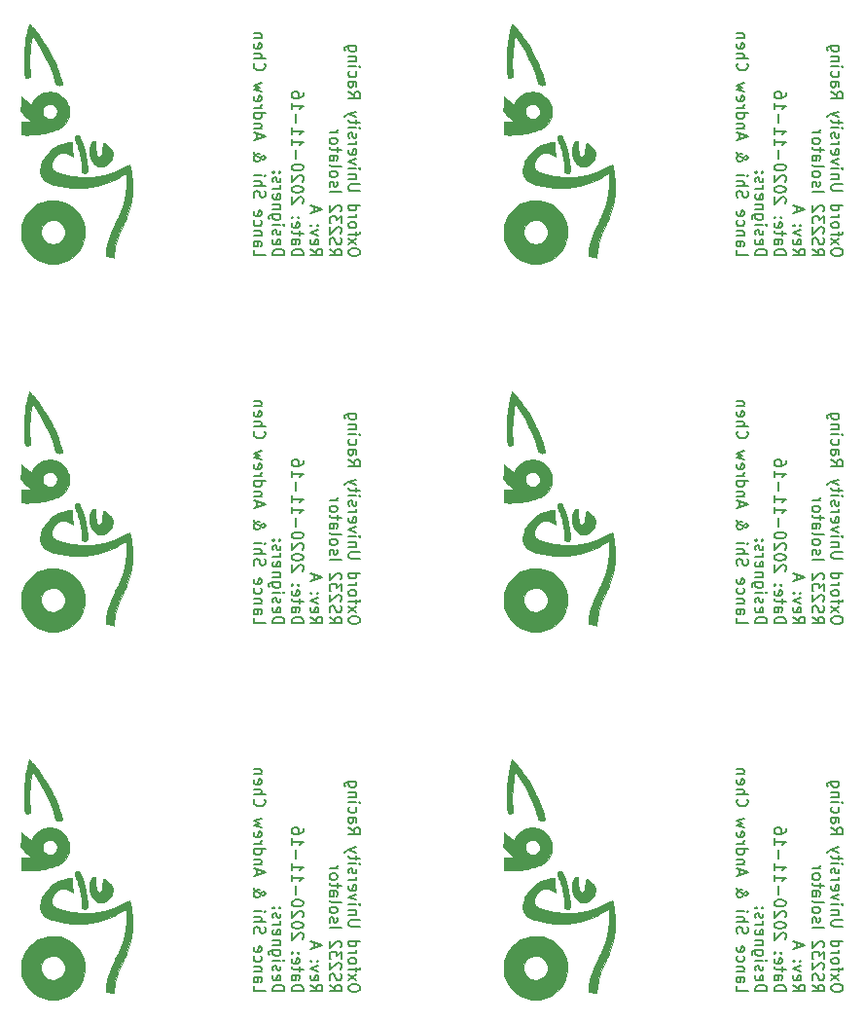
<source format=gbr>
%TF.GenerationSoftware,KiCad,Pcbnew,5.1.8*%
%TF.CreationDate,2020-11-15T21:37:53+00:00*%
%TF.ProjectId,rs232_isolator_panel,72733233-325f-4697-936f-6c61746f725f,rev?*%
%TF.SameCoordinates,PX1d905c0PY2625a00*%
%TF.FileFunction,Legend,Bot*%
%TF.FilePolarity,Positive*%
%FSLAX46Y46*%
G04 Gerber Fmt 4.6, Leading zero omitted, Abs format (unit mm)*
G04 Created by KiCad (PCBNEW 5.1.8) date 2020-11-15 21:37:53*
%MOMM*%
%LPD*%
G01*
G04 APERTURE LIST*
%ADD10C,0.150000*%
%ADD11C,0.010000*%
G04 APERTURE END LIST*
D10*
X85672619Y-88473928D02*
X85672619Y-88283452D01*
X85625000Y-88188214D01*
X85529761Y-88092976D01*
X85339285Y-88045357D01*
X85005952Y-88045357D01*
X84815476Y-88092976D01*
X84720238Y-88188214D01*
X84672619Y-88283452D01*
X84672619Y-88473928D01*
X84720238Y-88569166D01*
X84815476Y-88664404D01*
X85005952Y-88712023D01*
X85339285Y-88712023D01*
X85529761Y-88664404D01*
X85625000Y-88569166D01*
X85672619Y-88473928D01*
X84672619Y-87712023D02*
X85339285Y-87188214D01*
X85339285Y-87712023D02*
X84672619Y-87188214D01*
X85339285Y-86950119D02*
X85339285Y-86569166D01*
X84672619Y-86807261D02*
X85529761Y-86807261D01*
X85625000Y-86759642D01*
X85672619Y-86664404D01*
X85672619Y-86569166D01*
X84672619Y-86092976D02*
X84720238Y-86188214D01*
X84767857Y-86235833D01*
X84863095Y-86283452D01*
X85148809Y-86283452D01*
X85244047Y-86235833D01*
X85291666Y-86188214D01*
X85339285Y-86092976D01*
X85339285Y-85950119D01*
X85291666Y-85854880D01*
X85244047Y-85807261D01*
X85148809Y-85759642D01*
X84863095Y-85759642D01*
X84767857Y-85807261D01*
X84720238Y-85854880D01*
X84672619Y-85950119D01*
X84672619Y-86092976D01*
X84672619Y-85331071D02*
X85339285Y-85331071D01*
X85148809Y-85331071D02*
X85244047Y-85283452D01*
X85291666Y-85235833D01*
X85339285Y-85140595D01*
X85339285Y-85045357D01*
X84672619Y-84283452D02*
X85672619Y-84283452D01*
X84720238Y-84283452D02*
X84672619Y-84378690D01*
X84672619Y-84569166D01*
X84720238Y-84664404D01*
X84767857Y-84712023D01*
X84863095Y-84759642D01*
X85148809Y-84759642D01*
X85244047Y-84712023D01*
X85291666Y-84664404D01*
X85339285Y-84569166D01*
X85339285Y-84378690D01*
X85291666Y-84283452D01*
X85672619Y-83045357D02*
X84863095Y-83045357D01*
X84767857Y-82997738D01*
X84720238Y-82950119D01*
X84672619Y-82854880D01*
X84672619Y-82664404D01*
X84720238Y-82569166D01*
X84767857Y-82521547D01*
X84863095Y-82473928D01*
X85672619Y-82473928D01*
X85339285Y-81997738D02*
X84672619Y-81997738D01*
X85244047Y-81997738D02*
X85291666Y-81950119D01*
X85339285Y-81854880D01*
X85339285Y-81712023D01*
X85291666Y-81616785D01*
X85196428Y-81569166D01*
X84672619Y-81569166D01*
X84672619Y-81092976D02*
X85339285Y-81092976D01*
X85672619Y-81092976D02*
X85625000Y-81140595D01*
X85577380Y-81092976D01*
X85625000Y-81045357D01*
X85672619Y-81092976D01*
X85577380Y-81092976D01*
X85339285Y-80712023D02*
X84672619Y-80473928D01*
X85339285Y-80235833D01*
X84720238Y-79473928D02*
X84672619Y-79569166D01*
X84672619Y-79759642D01*
X84720238Y-79854880D01*
X84815476Y-79902500D01*
X85196428Y-79902500D01*
X85291666Y-79854880D01*
X85339285Y-79759642D01*
X85339285Y-79569166D01*
X85291666Y-79473928D01*
X85196428Y-79426309D01*
X85101190Y-79426309D01*
X85005952Y-79902500D01*
X84672619Y-78997738D02*
X85339285Y-78997738D01*
X85148809Y-78997738D02*
X85244047Y-78950119D01*
X85291666Y-78902500D01*
X85339285Y-78807261D01*
X85339285Y-78712023D01*
X84720238Y-78426309D02*
X84672619Y-78331071D01*
X84672619Y-78140595D01*
X84720238Y-78045357D01*
X84815476Y-77997738D01*
X84863095Y-77997738D01*
X84958333Y-78045357D01*
X85005952Y-78140595D01*
X85005952Y-78283452D01*
X85053571Y-78378690D01*
X85148809Y-78426309D01*
X85196428Y-78426309D01*
X85291666Y-78378690D01*
X85339285Y-78283452D01*
X85339285Y-78140595D01*
X85291666Y-78045357D01*
X84672619Y-77569166D02*
X85339285Y-77569166D01*
X85672619Y-77569166D02*
X85625000Y-77616785D01*
X85577380Y-77569166D01*
X85625000Y-77521547D01*
X85672619Y-77569166D01*
X85577380Y-77569166D01*
X85339285Y-77235833D02*
X85339285Y-76854880D01*
X85672619Y-77092976D02*
X84815476Y-77092976D01*
X84720238Y-77045357D01*
X84672619Y-76950119D01*
X84672619Y-76854880D01*
X85339285Y-76616785D02*
X84672619Y-76378690D01*
X85339285Y-76140595D02*
X84672619Y-76378690D01*
X84434523Y-76473928D01*
X84386904Y-76521547D01*
X84339285Y-76616785D01*
X84672619Y-74426309D02*
X85148809Y-74759642D01*
X84672619Y-74997738D02*
X85672619Y-74997738D01*
X85672619Y-74616785D01*
X85625000Y-74521547D01*
X85577380Y-74473928D01*
X85482142Y-74426309D01*
X85339285Y-74426309D01*
X85244047Y-74473928D01*
X85196428Y-74521547D01*
X85148809Y-74616785D01*
X85148809Y-74997738D01*
X84672619Y-73569166D02*
X85196428Y-73569166D01*
X85291666Y-73616785D01*
X85339285Y-73712023D01*
X85339285Y-73902500D01*
X85291666Y-73997738D01*
X84720238Y-73569166D02*
X84672619Y-73664404D01*
X84672619Y-73902500D01*
X84720238Y-73997738D01*
X84815476Y-74045357D01*
X84910714Y-74045357D01*
X85005952Y-73997738D01*
X85053571Y-73902500D01*
X85053571Y-73664404D01*
X85101190Y-73569166D01*
X84720238Y-72664404D02*
X84672619Y-72759642D01*
X84672619Y-72950119D01*
X84720238Y-73045357D01*
X84767857Y-73092976D01*
X84863095Y-73140595D01*
X85148809Y-73140595D01*
X85244047Y-73092976D01*
X85291666Y-73045357D01*
X85339285Y-72950119D01*
X85339285Y-72759642D01*
X85291666Y-72664404D01*
X84672619Y-72235833D02*
X85339285Y-72235833D01*
X85672619Y-72235833D02*
X85625000Y-72283452D01*
X85577380Y-72235833D01*
X85625000Y-72188214D01*
X85672619Y-72235833D01*
X85577380Y-72235833D01*
X85339285Y-71759642D02*
X84672619Y-71759642D01*
X85244047Y-71759642D02*
X85291666Y-71712023D01*
X85339285Y-71616785D01*
X85339285Y-71473928D01*
X85291666Y-71378690D01*
X85196428Y-71331071D01*
X84672619Y-71331071D01*
X85339285Y-70426309D02*
X84529761Y-70426309D01*
X84434523Y-70473928D01*
X84386904Y-70521547D01*
X84339285Y-70616785D01*
X84339285Y-70759642D01*
X84386904Y-70854880D01*
X84720238Y-70426309D02*
X84672619Y-70521547D01*
X84672619Y-70712023D01*
X84720238Y-70807261D01*
X84767857Y-70854880D01*
X84863095Y-70902500D01*
X85148809Y-70902500D01*
X85244047Y-70854880D01*
X85291666Y-70807261D01*
X85339285Y-70712023D01*
X85339285Y-70521547D01*
X85291666Y-70426309D01*
X83022619Y-88092976D02*
X83498809Y-88426309D01*
X83022619Y-88664404D02*
X84022619Y-88664404D01*
X84022619Y-88283452D01*
X83975000Y-88188214D01*
X83927380Y-88140595D01*
X83832142Y-88092976D01*
X83689285Y-88092976D01*
X83594047Y-88140595D01*
X83546428Y-88188214D01*
X83498809Y-88283452D01*
X83498809Y-88664404D01*
X83070238Y-87712023D02*
X83022619Y-87569166D01*
X83022619Y-87331071D01*
X83070238Y-87235833D01*
X83117857Y-87188214D01*
X83213095Y-87140595D01*
X83308333Y-87140595D01*
X83403571Y-87188214D01*
X83451190Y-87235833D01*
X83498809Y-87331071D01*
X83546428Y-87521547D01*
X83594047Y-87616785D01*
X83641666Y-87664404D01*
X83736904Y-87712023D01*
X83832142Y-87712023D01*
X83927380Y-87664404D01*
X83975000Y-87616785D01*
X84022619Y-87521547D01*
X84022619Y-87283452D01*
X83975000Y-87140595D01*
X83927380Y-86759642D02*
X83975000Y-86712023D01*
X84022619Y-86616785D01*
X84022619Y-86378690D01*
X83975000Y-86283452D01*
X83927380Y-86235833D01*
X83832142Y-86188214D01*
X83736904Y-86188214D01*
X83594047Y-86235833D01*
X83022619Y-86807261D01*
X83022619Y-86188214D01*
X84022619Y-85854880D02*
X84022619Y-85235833D01*
X83641666Y-85569166D01*
X83641666Y-85426309D01*
X83594047Y-85331071D01*
X83546428Y-85283452D01*
X83451190Y-85235833D01*
X83213095Y-85235833D01*
X83117857Y-85283452D01*
X83070238Y-85331071D01*
X83022619Y-85426309D01*
X83022619Y-85712023D01*
X83070238Y-85807261D01*
X83117857Y-85854880D01*
X83927380Y-84854880D02*
X83975000Y-84807261D01*
X84022619Y-84712023D01*
X84022619Y-84473928D01*
X83975000Y-84378690D01*
X83927380Y-84331071D01*
X83832142Y-84283452D01*
X83736904Y-84283452D01*
X83594047Y-84331071D01*
X83022619Y-84902500D01*
X83022619Y-84283452D01*
X83022619Y-83092976D02*
X84022619Y-83092976D01*
X83070238Y-82664404D02*
X83022619Y-82569166D01*
X83022619Y-82378690D01*
X83070238Y-82283452D01*
X83165476Y-82235833D01*
X83213095Y-82235833D01*
X83308333Y-82283452D01*
X83355952Y-82378690D01*
X83355952Y-82521547D01*
X83403571Y-82616785D01*
X83498809Y-82664404D01*
X83546428Y-82664404D01*
X83641666Y-82616785D01*
X83689285Y-82521547D01*
X83689285Y-82378690D01*
X83641666Y-82283452D01*
X83022619Y-81664404D02*
X83070238Y-81759642D01*
X83117857Y-81807261D01*
X83213095Y-81854880D01*
X83498809Y-81854880D01*
X83594047Y-81807261D01*
X83641666Y-81759642D01*
X83689285Y-81664404D01*
X83689285Y-81521547D01*
X83641666Y-81426309D01*
X83594047Y-81378690D01*
X83498809Y-81331071D01*
X83213095Y-81331071D01*
X83117857Y-81378690D01*
X83070238Y-81426309D01*
X83022619Y-81521547D01*
X83022619Y-81664404D01*
X83022619Y-80759642D02*
X83070238Y-80854880D01*
X83165476Y-80902500D01*
X84022619Y-80902500D01*
X83022619Y-79950119D02*
X83546428Y-79950119D01*
X83641666Y-79997738D01*
X83689285Y-80092976D01*
X83689285Y-80283452D01*
X83641666Y-80378690D01*
X83070238Y-79950119D02*
X83022619Y-80045357D01*
X83022619Y-80283452D01*
X83070238Y-80378690D01*
X83165476Y-80426309D01*
X83260714Y-80426309D01*
X83355952Y-80378690D01*
X83403571Y-80283452D01*
X83403571Y-80045357D01*
X83451190Y-79950119D01*
X83689285Y-79616785D02*
X83689285Y-79235833D01*
X84022619Y-79473928D02*
X83165476Y-79473928D01*
X83070238Y-79426309D01*
X83022619Y-79331071D01*
X83022619Y-79235833D01*
X83022619Y-78759642D02*
X83070238Y-78854880D01*
X83117857Y-78902500D01*
X83213095Y-78950119D01*
X83498809Y-78950119D01*
X83594047Y-78902500D01*
X83641666Y-78854880D01*
X83689285Y-78759642D01*
X83689285Y-78616785D01*
X83641666Y-78521547D01*
X83594047Y-78473928D01*
X83498809Y-78426309D01*
X83213095Y-78426309D01*
X83117857Y-78473928D01*
X83070238Y-78521547D01*
X83022619Y-78616785D01*
X83022619Y-78759642D01*
X83022619Y-77997738D02*
X83689285Y-77997738D01*
X83498809Y-77997738D02*
X83594047Y-77950119D01*
X83641666Y-77902500D01*
X83689285Y-77807261D01*
X83689285Y-77712023D01*
X81372619Y-88092976D02*
X81848809Y-88426309D01*
X81372619Y-88664404D02*
X82372619Y-88664404D01*
X82372619Y-88283452D01*
X82325000Y-88188214D01*
X82277380Y-88140595D01*
X82182142Y-88092976D01*
X82039285Y-88092976D01*
X81944047Y-88140595D01*
X81896428Y-88188214D01*
X81848809Y-88283452D01*
X81848809Y-88664404D01*
X81420238Y-87283452D02*
X81372619Y-87378690D01*
X81372619Y-87569166D01*
X81420238Y-87664404D01*
X81515476Y-87712023D01*
X81896428Y-87712023D01*
X81991666Y-87664404D01*
X82039285Y-87569166D01*
X82039285Y-87378690D01*
X81991666Y-87283452D01*
X81896428Y-87235833D01*
X81801190Y-87235833D01*
X81705952Y-87712023D01*
X82039285Y-86902500D02*
X81372619Y-86664404D01*
X82039285Y-86426309D01*
X81467857Y-86045357D02*
X81420238Y-85997738D01*
X81372619Y-86045357D01*
X81420238Y-86092976D01*
X81467857Y-86045357D01*
X81372619Y-86045357D01*
X81991666Y-86045357D02*
X81944047Y-85997738D01*
X81896428Y-86045357D01*
X81944047Y-86092976D01*
X81991666Y-86045357D01*
X81896428Y-86045357D01*
X81658333Y-84854880D02*
X81658333Y-84378690D01*
X81372619Y-84950119D02*
X82372619Y-84616785D01*
X81372619Y-84283452D01*
X79722619Y-88664404D02*
X80722619Y-88664404D01*
X80722619Y-88426309D01*
X80675000Y-88283452D01*
X80579761Y-88188214D01*
X80484523Y-88140595D01*
X80294047Y-88092976D01*
X80151190Y-88092976D01*
X79960714Y-88140595D01*
X79865476Y-88188214D01*
X79770238Y-88283452D01*
X79722619Y-88426309D01*
X79722619Y-88664404D01*
X79722619Y-87235833D02*
X80246428Y-87235833D01*
X80341666Y-87283452D01*
X80389285Y-87378690D01*
X80389285Y-87569166D01*
X80341666Y-87664404D01*
X79770238Y-87235833D02*
X79722619Y-87331071D01*
X79722619Y-87569166D01*
X79770238Y-87664404D01*
X79865476Y-87712023D01*
X79960714Y-87712023D01*
X80055952Y-87664404D01*
X80103571Y-87569166D01*
X80103571Y-87331071D01*
X80151190Y-87235833D01*
X80389285Y-86902500D02*
X80389285Y-86521547D01*
X80722619Y-86759642D02*
X79865476Y-86759642D01*
X79770238Y-86712023D01*
X79722619Y-86616785D01*
X79722619Y-86521547D01*
X79770238Y-85807261D02*
X79722619Y-85902500D01*
X79722619Y-86092976D01*
X79770238Y-86188214D01*
X79865476Y-86235833D01*
X80246428Y-86235833D01*
X80341666Y-86188214D01*
X80389285Y-86092976D01*
X80389285Y-85902500D01*
X80341666Y-85807261D01*
X80246428Y-85759642D01*
X80151190Y-85759642D01*
X80055952Y-86235833D01*
X79817857Y-85331071D02*
X79770238Y-85283452D01*
X79722619Y-85331071D01*
X79770238Y-85378690D01*
X79817857Y-85331071D01*
X79722619Y-85331071D01*
X80341666Y-85331071D02*
X80294047Y-85283452D01*
X80246428Y-85331071D01*
X80294047Y-85378690D01*
X80341666Y-85331071D01*
X80246428Y-85331071D01*
X80627380Y-84140595D02*
X80675000Y-84092976D01*
X80722619Y-83997738D01*
X80722619Y-83759642D01*
X80675000Y-83664404D01*
X80627380Y-83616785D01*
X80532142Y-83569166D01*
X80436904Y-83569166D01*
X80294047Y-83616785D01*
X79722619Y-84188214D01*
X79722619Y-83569166D01*
X80722619Y-82950119D02*
X80722619Y-82854880D01*
X80675000Y-82759642D01*
X80627380Y-82712023D01*
X80532142Y-82664404D01*
X80341666Y-82616785D01*
X80103571Y-82616785D01*
X79913095Y-82664404D01*
X79817857Y-82712023D01*
X79770238Y-82759642D01*
X79722619Y-82854880D01*
X79722619Y-82950119D01*
X79770238Y-83045357D01*
X79817857Y-83092976D01*
X79913095Y-83140595D01*
X80103571Y-83188214D01*
X80341666Y-83188214D01*
X80532142Y-83140595D01*
X80627380Y-83092976D01*
X80675000Y-83045357D01*
X80722619Y-82950119D01*
X80627380Y-82235833D02*
X80675000Y-82188214D01*
X80722619Y-82092976D01*
X80722619Y-81854880D01*
X80675000Y-81759642D01*
X80627380Y-81712023D01*
X80532142Y-81664404D01*
X80436904Y-81664404D01*
X80294047Y-81712023D01*
X79722619Y-82283452D01*
X79722619Y-81664404D01*
X80722619Y-81045357D02*
X80722619Y-80950119D01*
X80675000Y-80854880D01*
X80627380Y-80807261D01*
X80532142Y-80759642D01*
X80341666Y-80712023D01*
X80103571Y-80712023D01*
X79913095Y-80759642D01*
X79817857Y-80807261D01*
X79770238Y-80854880D01*
X79722619Y-80950119D01*
X79722619Y-81045357D01*
X79770238Y-81140595D01*
X79817857Y-81188214D01*
X79913095Y-81235833D01*
X80103571Y-81283452D01*
X80341666Y-81283452D01*
X80532142Y-81235833D01*
X80627380Y-81188214D01*
X80675000Y-81140595D01*
X80722619Y-81045357D01*
X80103571Y-80283452D02*
X80103571Y-79521547D01*
X79722619Y-78521547D02*
X79722619Y-79092976D01*
X79722619Y-78807261D02*
X80722619Y-78807261D01*
X80579761Y-78902500D01*
X80484523Y-78997738D01*
X80436904Y-79092976D01*
X79722619Y-77569166D02*
X79722619Y-78140595D01*
X79722619Y-77854880D02*
X80722619Y-77854880D01*
X80579761Y-77950119D01*
X80484523Y-78045357D01*
X80436904Y-78140595D01*
X80103571Y-77140595D02*
X80103571Y-76378690D01*
X79722619Y-75378690D02*
X79722619Y-75950119D01*
X79722619Y-75664404D02*
X80722619Y-75664404D01*
X80579761Y-75759642D01*
X80484523Y-75854880D01*
X80436904Y-75950119D01*
X80722619Y-74521547D02*
X80722619Y-74712023D01*
X80675000Y-74807261D01*
X80627380Y-74854880D01*
X80484523Y-74950119D01*
X80294047Y-74997738D01*
X79913095Y-74997738D01*
X79817857Y-74950119D01*
X79770238Y-74902500D01*
X79722619Y-74807261D01*
X79722619Y-74616785D01*
X79770238Y-74521547D01*
X79817857Y-74473928D01*
X79913095Y-74426309D01*
X80151190Y-74426309D01*
X80246428Y-74473928D01*
X80294047Y-74521547D01*
X80341666Y-74616785D01*
X80341666Y-74807261D01*
X80294047Y-74902500D01*
X80246428Y-74950119D01*
X80151190Y-74997738D01*
X78072619Y-88664404D02*
X79072619Y-88664404D01*
X79072619Y-88426309D01*
X79025000Y-88283452D01*
X78929761Y-88188214D01*
X78834523Y-88140595D01*
X78644047Y-88092976D01*
X78501190Y-88092976D01*
X78310714Y-88140595D01*
X78215476Y-88188214D01*
X78120238Y-88283452D01*
X78072619Y-88426309D01*
X78072619Y-88664404D01*
X78120238Y-87283452D02*
X78072619Y-87378690D01*
X78072619Y-87569166D01*
X78120238Y-87664404D01*
X78215476Y-87712023D01*
X78596428Y-87712023D01*
X78691666Y-87664404D01*
X78739285Y-87569166D01*
X78739285Y-87378690D01*
X78691666Y-87283452D01*
X78596428Y-87235833D01*
X78501190Y-87235833D01*
X78405952Y-87712023D01*
X78120238Y-86854880D02*
X78072619Y-86759642D01*
X78072619Y-86569166D01*
X78120238Y-86473928D01*
X78215476Y-86426309D01*
X78263095Y-86426309D01*
X78358333Y-86473928D01*
X78405952Y-86569166D01*
X78405952Y-86712023D01*
X78453571Y-86807261D01*
X78548809Y-86854880D01*
X78596428Y-86854880D01*
X78691666Y-86807261D01*
X78739285Y-86712023D01*
X78739285Y-86569166D01*
X78691666Y-86473928D01*
X78072619Y-85997738D02*
X78739285Y-85997738D01*
X79072619Y-85997738D02*
X79025000Y-86045357D01*
X78977380Y-85997738D01*
X79025000Y-85950119D01*
X79072619Y-85997738D01*
X78977380Y-85997738D01*
X78739285Y-85092976D02*
X77929761Y-85092976D01*
X77834523Y-85140595D01*
X77786904Y-85188214D01*
X77739285Y-85283452D01*
X77739285Y-85426309D01*
X77786904Y-85521547D01*
X78120238Y-85092976D02*
X78072619Y-85188214D01*
X78072619Y-85378690D01*
X78120238Y-85473928D01*
X78167857Y-85521547D01*
X78263095Y-85569166D01*
X78548809Y-85569166D01*
X78644047Y-85521547D01*
X78691666Y-85473928D01*
X78739285Y-85378690D01*
X78739285Y-85188214D01*
X78691666Y-85092976D01*
X78739285Y-84616785D02*
X78072619Y-84616785D01*
X78644047Y-84616785D02*
X78691666Y-84569166D01*
X78739285Y-84473928D01*
X78739285Y-84331071D01*
X78691666Y-84235833D01*
X78596428Y-84188214D01*
X78072619Y-84188214D01*
X78120238Y-83331071D02*
X78072619Y-83426309D01*
X78072619Y-83616785D01*
X78120238Y-83712023D01*
X78215476Y-83759642D01*
X78596428Y-83759642D01*
X78691666Y-83712023D01*
X78739285Y-83616785D01*
X78739285Y-83426309D01*
X78691666Y-83331071D01*
X78596428Y-83283452D01*
X78501190Y-83283452D01*
X78405952Y-83759642D01*
X78072619Y-82854880D02*
X78739285Y-82854880D01*
X78548809Y-82854880D02*
X78644047Y-82807261D01*
X78691666Y-82759642D01*
X78739285Y-82664404D01*
X78739285Y-82569166D01*
X78120238Y-82283452D02*
X78072619Y-82188214D01*
X78072619Y-81997738D01*
X78120238Y-81902500D01*
X78215476Y-81854880D01*
X78263095Y-81854880D01*
X78358333Y-81902500D01*
X78405952Y-81997738D01*
X78405952Y-82140595D01*
X78453571Y-82235833D01*
X78548809Y-82283452D01*
X78596428Y-82283452D01*
X78691666Y-82235833D01*
X78739285Y-82140595D01*
X78739285Y-81997738D01*
X78691666Y-81902500D01*
X78167857Y-81426309D02*
X78120238Y-81378690D01*
X78072619Y-81426309D01*
X78120238Y-81473928D01*
X78167857Y-81426309D01*
X78072619Y-81426309D01*
X78691666Y-81426309D02*
X78644047Y-81378690D01*
X78596428Y-81426309D01*
X78644047Y-81473928D01*
X78691666Y-81426309D01*
X78596428Y-81426309D01*
X76422619Y-88188214D02*
X76422619Y-88664404D01*
X77422619Y-88664404D01*
X76422619Y-87426309D02*
X76946428Y-87426309D01*
X77041666Y-87473928D01*
X77089285Y-87569166D01*
X77089285Y-87759642D01*
X77041666Y-87854880D01*
X76470238Y-87426309D02*
X76422619Y-87521547D01*
X76422619Y-87759642D01*
X76470238Y-87854880D01*
X76565476Y-87902500D01*
X76660714Y-87902500D01*
X76755952Y-87854880D01*
X76803571Y-87759642D01*
X76803571Y-87521547D01*
X76851190Y-87426309D01*
X77089285Y-86950119D02*
X76422619Y-86950119D01*
X76994047Y-86950119D02*
X77041666Y-86902500D01*
X77089285Y-86807261D01*
X77089285Y-86664404D01*
X77041666Y-86569166D01*
X76946428Y-86521547D01*
X76422619Y-86521547D01*
X76470238Y-85616785D02*
X76422619Y-85712023D01*
X76422619Y-85902500D01*
X76470238Y-85997738D01*
X76517857Y-86045357D01*
X76613095Y-86092976D01*
X76898809Y-86092976D01*
X76994047Y-86045357D01*
X77041666Y-85997738D01*
X77089285Y-85902500D01*
X77089285Y-85712023D01*
X77041666Y-85616785D01*
X76470238Y-84807261D02*
X76422619Y-84902500D01*
X76422619Y-85092976D01*
X76470238Y-85188214D01*
X76565476Y-85235833D01*
X76946428Y-85235833D01*
X77041666Y-85188214D01*
X77089285Y-85092976D01*
X77089285Y-84902500D01*
X77041666Y-84807261D01*
X76946428Y-84759642D01*
X76851190Y-84759642D01*
X76755952Y-85235833D01*
X76470238Y-83616785D02*
X76422619Y-83473928D01*
X76422619Y-83235833D01*
X76470238Y-83140595D01*
X76517857Y-83092976D01*
X76613095Y-83045357D01*
X76708333Y-83045357D01*
X76803571Y-83092976D01*
X76851190Y-83140595D01*
X76898809Y-83235833D01*
X76946428Y-83426309D01*
X76994047Y-83521547D01*
X77041666Y-83569166D01*
X77136904Y-83616785D01*
X77232142Y-83616785D01*
X77327380Y-83569166D01*
X77375000Y-83521547D01*
X77422619Y-83426309D01*
X77422619Y-83188214D01*
X77375000Y-83045357D01*
X76422619Y-82616785D02*
X77422619Y-82616785D01*
X76422619Y-82188214D02*
X76946428Y-82188214D01*
X77041666Y-82235833D01*
X77089285Y-82331071D01*
X77089285Y-82473928D01*
X77041666Y-82569166D01*
X76994047Y-82616785D01*
X76422619Y-81712023D02*
X77089285Y-81712023D01*
X77422619Y-81712023D02*
X77375000Y-81759642D01*
X77327380Y-81712023D01*
X77375000Y-81664404D01*
X77422619Y-81712023D01*
X77327380Y-81712023D01*
X76422619Y-79664404D02*
X76422619Y-79712023D01*
X76470238Y-79807261D01*
X76613095Y-79950119D01*
X76898809Y-80188214D01*
X77041666Y-80283452D01*
X77184523Y-80331071D01*
X77279761Y-80331071D01*
X77375000Y-80283452D01*
X77422619Y-80188214D01*
X77422619Y-80140595D01*
X77375000Y-80045357D01*
X77279761Y-79997738D01*
X77232142Y-79997738D01*
X77136904Y-80045357D01*
X77089285Y-80092976D01*
X76898809Y-80378690D01*
X76851190Y-80426309D01*
X76755952Y-80473928D01*
X76613095Y-80473928D01*
X76517857Y-80426309D01*
X76470238Y-80378690D01*
X76422619Y-80283452D01*
X76422619Y-80140595D01*
X76470238Y-80045357D01*
X76517857Y-79997738D01*
X76708333Y-79854880D01*
X76851190Y-79807261D01*
X76946428Y-79807261D01*
X76708333Y-78521547D02*
X76708333Y-78045357D01*
X76422619Y-78616785D02*
X77422619Y-78283452D01*
X76422619Y-77950119D01*
X77089285Y-77616785D02*
X76422619Y-77616785D01*
X76994047Y-77616785D02*
X77041666Y-77569166D01*
X77089285Y-77473928D01*
X77089285Y-77331071D01*
X77041666Y-77235833D01*
X76946428Y-77188214D01*
X76422619Y-77188214D01*
X76422619Y-76283452D02*
X77422619Y-76283452D01*
X76470238Y-76283452D02*
X76422619Y-76378690D01*
X76422619Y-76569166D01*
X76470238Y-76664404D01*
X76517857Y-76712023D01*
X76613095Y-76759642D01*
X76898809Y-76759642D01*
X76994047Y-76712023D01*
X77041666Y-76664404D01*
X77089285Y-76569166D01*
X77089285Y-76378690D01*
X77041666Y-76283452D01*
X76422619Y-75807261D02*
X77089285Y-75807261D01*
X76898809Y-75807261D02*
X76994047Y-75759642D01*
X77041666Y-75712023D01*
X77089285Y-75616785D01*
X77089285Y-75521547D01*
X76470238Y-74807261D02*
X76422619Y-74902500D01*
X76422619Y-75092976D01*
X76470238Y-75188214D01*
X76565476Y-75235833D01*
X76946428Y-75235833D01*
X77041666Y-75188214D01*
X77089285Y-75092976D01*
X77089285Y-74902500D01*
X77041666Y-74807261D01*
X76946428Y-74759642D01*
X76851190Y-74759642D01*
X76755952Y-75235833D01*
X77089285Y-74426309D02*
X76422619Y-74235833D01*
X76898809Y-74045357D01*
X76422619Y-73854880D01*
X77089285Y-73664404D01*
X76517857Y-71950119D02*
X76470238Y-71997738D01*
X76422619Y-72140595D01*
X76422619Y-72235833D01*
X76470238Y-72378690D01*
X76565476Y-72473928D01*
X76660714Y-72521547D01*
X76851190Y-72569166D01*
X76994047Y-72569166D01*
X77184523Y-72521547D01*
X77279761Y-72473928D01*
X77375000Y-72378690D01*
X77422619Y-72235833D01*
X77422619Y-72140595D01*
X77375000Y-71997738D01*
X77327380Y-71950119D01*
X76422619Y-71521547D02*
X77422619Y-71521547D01*
X76422619Y-71092976D02*
X76946428Y-71092976D01*
X77041666Y-71140595D01*
X77089285Y-71235833D01*
X77089285Y-71378690D01*
X77041666Y-71473928D01*
X76994047Y-71521547D01*
X76470238Y-70235833D02*
X76422619Y-70331071D01*
X76422619Y-70521547D01*
X76470238Y-70616785D01*
X76565476Y-70664404D01*
X76946428Y-70664404D01*
X77041666Y-70616785D01*
X77089285Y-70521547D01*
X77089285Y-70331071D01*
X77041666Y-70235833D01*
X76946428Y-70188214D01*
X76851190Y-70188214D01*
X76755952Y-70664404D01*
X77089285Y-69759642D02*
X76422619Y-69759642D01*
X76994047Y-69759642D02*
X77041666Y-69712023D01*
X77089285Y-69616785D01*
X77089285Y-69473928D01*
X77041666Y-69378690D01*
X76946428Y-69331071D01*
X76422619Y-69331071D01*
X43672619Y-88473928D02*
X43672619Y-88283452D01*
X43625000Y-88188214D01*
X43529761Y-88092976D01*
X43339285Y-88045357D01*
X43005952Y-88045357D01*
X42815476Y-88092976D01*
X42720238Y-88188214D01*
X42672619Y-88283452D01*
X42672619Y-88473928D01*
X42720238Y-88569166D01*
X42815476Y-88664404D01*
X43005952Y-88712023D01*
X43339285Y-88712023D01*
X43529761Y-88664404D01*
X43625000Y-88569166D01*
X43672619Y-88473928D01*
X42672619Y-87712023D02*
X43339285Y-87188214D01*
X43339285Y-87712023D02*
X42672619Y-87188214D01*
X43339285Y-86950119D02*
X43339285Y-86569166D01*
X42672619Y-86807261D02*
X43529761Y-86807261D01*
X43625000Y-86759642D01*
X43672619Y-86664404D01*
X43672619Y-86569166D01*
X42672619Y-86092976D02*
X42720238Y-86188214D01*
X42767857Y-86235833D01*
X42863095Y-86283452D01*
X43148809Y-86283452D01*
X43244047Y-86235833D01*
X43291666Y-86188214D01*
X43339285Y-86092976D01*
X43339285Y-85950119D01*
X43291666Y-85854880D01*
X43244047Y-85807261D01*
X43148809Y-85759642D01*
X42863095Y-85759642D01*
X42767857Y-85807261D01*
X42720238Y-85854880D01*
X42672619Y-85950119D01*
X42672619Y-86092976D01*
X42672619Y-85331071D02*
X43339285Y-85331071D01*
X43148809Y-85331071D02*
X43244047Y-85283452D01*
X43291666Y-85235833D01*
X43339285Y-85140595D01*
X43339285Y-85045357D01*
X42672619Y-84283452D02*
X43672619Y-84283452D01*
X42720238Y-84283452D02*
X42672619Y-84378690D01*
X42672619Y-84569166D01*
X42720238Y-84664404D01*
X42767857Y-84712023D01*
X42863095Y-84759642D01*
X43148809Y-84759642D01*
X43244047Y-84712023D01*
X43291666Y-84664404D01*
X43339285Y-84569166D01*
X43339285Y-84378690D01*
X43291666Y-84283452D01*
X43672619Y-83045357D02*
X42863095Y-83045357D01*
X42767857Y-82997738D01*
X42720238Y-82950119D01*
X42672619Y-82854880D01*
X42672619Y-82664404D01*
X42720238Y-82569166D01*
X42767857Y-82521547D01*
X42863095Y-82473928D01*
X43672619Y-82473928D01*
X43339285Y-81997738D02*
X42672619Y-81997738D01*
X43244047Y-81997738D02*
X43291666Y-81950119D01*
X43339285Y-81854880D01*
X43339285Y-81712023D01*
X43291666Y-81616785D01*
X43196428Y-81569166D01*
X42672619Y-81569166D01*
X42672619Y-81092976D02*
X43339285Y-81092976D01*
X43672619Y-81092976D02*
X43625000Y-81140595D01*
X43577380Y-81092976D01*
X43625000Y-81045357D01*
X43672619Y-81092976D01*
X43577380Y-81092976D01*
X43339285Y-80712023D02*
X42672619Y-80473928D01*
X43339285Y-80235833D01*
X42720238Y-79473928D02*
X42672619Y-79569166D01*
X42672619Y-79759642D01*
X42720238Y-79854880D01*
X42815476Y-79902500D01*
X43196428Y-79902500D01*
X43291666Y-79854880D01*
X43339285Y-79759642D01*
X43339285Y-79569166D01*
X43291666Y-79473928D01*
X43196428Y-79426309D01*
X43101190Y-79426309D01*
X43005952Y-79902500D01*
X42672619Y-78997738D02*
X43339285Y-78997738D01*
X43148809Y-78997738D02*
X43244047Y-78950119D01*
X43291666Y-78902500D01*
X43339285Y-78807261D01*
X43339285Y-78712023D01*
X42720238Y-78426309D02*
X42672619Y-78331071D01*
X42672619Y-78140595D01*
X42720238Y-78045357D01*
X42815476Y-77997738D01*
X42863095Y-77997738D01*
X42958333Y-78045357D01*
X43005952Y-78140595D01*
X43005952Y-78283452D01*
X43053571Y-78378690D01*
X43148809Y-78426309D01*
X43196428Y-78426309D01*
X43291666Y-78378690D01*
X43339285Y-78283452D01*
X43339285Y-78140595D01*
X43291666Y-78045357D01*
X42672619Y-77569166D02*
X43339285Y-77569166D01*
X43672619Y-77569166D02*
X43625000Y-77616785D01*
X43577380Y-77569166D01*
X43625000Y-77521547D01*
X43672619Y-77569166D01*
X43577380Y-77569166D01*
X43339285Y-77235833D02*
X43339285Y-76854880D01*
X43672619Y-77092976D02*
X42815476Y-77092976D01*
X42720238Y-77045357D01*
X42672619Y-76950119D01*
X42672619Y-76854880D01*
X43339285Y-76616785D02*
X42672619Y-76378690D01*
X43339285Y-76140595D02*
X42672619Y-76378690D01*
X42434523Y-76473928D01*
X42386904Y-76521547D01*
X42339285Y-76616785D01*
X42672619Y-74426309D02*
X43148809Y-74759642D01*
X42672619Y-74997738D02*
X43672619Y-74997738D01*
X43672619Y-74616785D01*
X43625000Y-74521547D01*
X43577380Y-74473928D01*
X43482142Y-74426309D01*
X43339285Y-74426309D01*
X43244047Y-74473928D01*
X43196428Y-74521547D01*
X43148809Y-74616785D01*
X43148809Y-74997738D01*
X42672619Y-73569166D02*
X43196428Y-73569166D01*
X43291666Y-73616785D01*
X43339285Y-73712023D01*
X43339285Y-73902500D01*
X43291666Y-73997738D01*
X42720238Y-73569166D02*
X42672619Y-73664404D01*
X42672619Y-73902500D01*
X42720238Y-73997738D01*
X42815476Y-74045357D01*
X42910714Y-74045357D01*
X43005952Y-73997738D01*
X43053571Y-73902500D01*
X43053571Y-73664404D01*
X43101190Y-73569166D01*
X42720238Y-72664404D02*
X42672619Y-72759642D01*
X42672619Y-72950119D01*
X42720238Y-73045357D01*
X42767857Y-73092976D01*
X42863095Y-73140595D01*
X43148809Y-73140595D01*
X43244047Y-73092976D01*
X43291666Y-73045357D01*
X43339285Y-72950119D01*
X43339285Y-72759642D01*
X43291666Y-72664404D01*
X42672619Y-72235833D02*
X43339285Y-72235833D01*
X43672619Y-72235833D02*
X43625000Y-72283452D01*
X43577380Y-72235833D01*
X43625000Y-72188214D01*
X43672619Y-72235833D01*
X43577380Y-72235833D01*
X43339285Y-71759642D02*
X42672619Y-71759642D01*
X43244047Y-71759642D02*
X43291666Y-71712023D01*
X43339285Y-71616785D01*
X43339285Y-71473928D01*
X43291666Y-71378690D01*
X43196428Y-71331071D01*
X42672619Y-71331071D01*
X43339285Y-70426309D02*
X42529761Y-70426309D01*
X42434523Y-70473928D01*
X42386904Y-70521547D01*
X42339285Y-70616785D01*
X42339285Y-70759642D01*
X42386904Y-70854880D01*
X42720238Y-70426309D02*
X42672619Y-70521547D01*
X42672619Y-70712023D01*
X42720238Y-70807261D01*
X42767857Y-70854880D01*
X42863095Y-70902500D01*
X43148809Y-70902500D01*
X43244047Y-70854880D01*
X43291666Y-70807261D01*
X43339285Y-70712023D01*
X43339285Y-70521547D01*
X43291666Y-70426309D01*
X41022619Y-88092976D02*
X41498809Y-88426309D01*
X41022619Y-88664404D02*
X42022619Y-88664404D01*
X42022619Y-88283452D01*
X41975000Y-88188214D01*
X41927380Y-88140595D01*
X41832142Y-88092976D01*
X41689285Y-88092976D01*
X41594047Y-88140595D01*
X41546428Y-88188214D01*
X41498809Y-88283452D01*
X41498809Y-88664404D01*
X41070238Y-87712023D02*
X41022619Y-87569166D01*
X41022619Y-87331071D01*
X41070238Y-87235833D01*
X41117857Y-87188214D01*
X41213095Y-87140595D01*
X41308333Y-87140595D01*
X41403571Y-87188214D01*
X41451190Y-87235833D01*
X41498809Y-87331071D01*
X41546428Y-87521547D01*
X41594047Y-87616785D01*
X41641666Y-87664404D01*
X41736904Y-87712023D01*
X41832142Y-87712023D01*
X41927380Y-87664404D01*
X41975000Y-87616785D01*
X42022619Y-87521547D01*
X42022619Y-87283452D01*
X41975000Y-87140595D01*
X41927380Y-86759642D02*
X41975000Y-86712023D01*
X42022619Y-86616785D01*
X42022619Y-86378690D01*
X41975000Y-86283452D01*
X41927380Y-86235833D01*
X41832142Y-86188214D01*
X41736904Y-86188214D01*
X41594047Y-86235833D01*
X41022619Y-86807261D01*
X41022619Y-86188214D01*
X42022619Y-85854880D02*
X42022619Y-85235833D01*
X41641666Y-85569166D01*
X41641666Y-85426309D01*
X41594047Y-85331071D01*
X41546428Y-85283452D01*
X41451190Y-85235833D01*
X41213095Y-85235833D01*
X41117857Y-85283452D01*
X41070238Y-85331071D01*
X41022619Y-85426309D01*
X41022619Y-85712023D01*
X41070238Y-85807261D01*
X41117857Y-85854880D01*
X41927380Y-84854880D02*
X41975000Y-84807261D01*
X42022619Y-84712023D01*
X42022619Y-84473928D01*
X41975000Y-84378690D01*
X41927380Y-84331071D01*
X41832142Y-84283452D01*
X41736904Y-84283452D01*
X41594047Y-84331071D01*
X41022619Y-84902500D01*
X41022619Y-84283452D01*
X41022619Y-83092976D02*
X42022619Y-83092976D01*
X41070238Y-82664404D02*
X41022619Y-82569166D01*
X41022619Y-82378690D01*
X41070238Y-82283452D01*
X41165476Y-82235833D01*
X41213095Y-82235833D01*
X41308333Y-82283452D01*
X41355952Y-82378690D01*
X41355952Y-82521547D01*
X41403571Y-82616785D01*
X41498809Y-82664404D01*
X41546428Y-82664404D01*
X41641666Y-82616785D01*
X41689285Y-82521547D01*
X41689285Y-82378690D01*
X41641666Y-82283452D01*
X41022619Y-81664404D02*
X41070238Y-81759642D01*
X41117857Y-81807261D01*
X41213095Y-81854880D01*
X41498809Y-81854880D01*
X41594047Y-81807261D01*
X41641666Y-81759642D01*
X41689285Y-81664404D01*
X41689285Y-81521547D01*
X41641666Y-81426309D01*
X41594047Y-81378690D01*
X41498809Y-81331071D01*
X41213095Y-81331071D01*
X41117857Y-81378690D01*
X41070238Y-81426309D01*
X41022619Y-81521547D01*
X41022619Y-81664404D01*
X41022619Y-80759642D02*
X41070238Y-80854880D01*
X41165476Y-80902500D01*
X42022619Y-80902500D01*
X41022619Y-79950119D02*
X41546428Y-79950119D01*
X41641666Y-79997738D01*
X41689285Y-80092976D01*
X41689285Y-80283452D01*
X41641666Y-80378690D01*
X41070238Y-79950119D02*
X41022619Y-80045357D01*
X41022619Y-80283452D01*
X41070238Y-80378690D01*
X41165476Y-80426309D01*
X41260714Y-80426309D01*
X41355952Y-80378690D01*
X41403571Y-80283452D01*
X41403571Y-80045357D01*
X41451190Y-79950119D01*
X41689285Y-79616785D02*
X41689285Y-79235833D01*
X42022619Y-79473928D02*
X41165476Y-79473928D01*
X41070238Y-79426309D01*
X41022619Y-79331071D01*
X41022619Y-79235833D01*
X41022619Y-78759642D02*
X41070238Y-78854880D01*
X41117857Y-78902500D01*
X41213095Y-78950119D01*
X41498809Y-78950119D01*
X41594047Y-78902500D01*
X41641666Y-78854880D01*
X41689285Y-78759642D01*
X41689285Y-78616785D01*
X41641666Y-78521547D01*
X41594047Y-78473928D01*
X41498809Y-78426309D01*
X41213095Y-78426309D01*
X41117857Y-78473928D01*
X41070238Y-78521547D01*
X41022619Y-78616785D01*
X41022619Y-78759642D01*
X41022619Y-77997738D02*
X41689285Y-77997738D01*
X41498809Y-77997738D02*
X41594047Y-77950119D01*
X41641666Y-77902500D01*
X41689285Y-77807261D01*
X41689285Y-77712023D01*
X39372619Y-88092976D02*
X39848809Y-88426309D01*
X39372619Y-88664404D02*
X40372619Y-88664404D01*
X40372619Y-88283452D01*
X40325000Y-88188214D01*
X40277380Y-88140595D01*
X40182142Y-88092976D01*
X40039285Y-88092976D01*
X39944047Y-88140595D01*
X39896428Y-88188214D01*
X39848809Y-88283452D01*
X39848809Y-88664404D01*
X39420238Y-87283452D02*
X39372619Y-87378690D01*
X39372619Y-87569166D01*
X39420238Y-87664404D01*
X39515476Y-87712023D01*
X39896428Y-87712023D01*
X39991666Y-87664404D01*
X40039285Y-87569166D01*
X40039285Y-87378690D01*
X39991666Y-87283452D01*
X39896428Y-87235833D01*
X39801190Y-87235833D01*
X39705952Y-87712023D01*
X40039285Y-86902500D02*
X39372619Y-86664404D01*
X40039285Y-86426309D01*
X39467857Y-86045357D02*
X39420238Y-85997738D01*
X39372619Y-86045357D01*
X39420238Y-86092976D01*
X39467857Y-86045357D01*
X39372619Y-86045357D01*
X39991666Y-86045357D02*
X39944047Y-85997738D01*
X39896428Y-86045357D01*
X39944047Y-86092976D01*
X39991666Y-86045357D01*
X39896428Y-86045357D01*
X39658333Y-84854880D02*
X39658333Y-84378690D01*
X39372619Y-84950119D02*
X40372619Y-84616785D01*
X39372619Y-84283452D01*
X37722619Y-88664404D02*
X38722619Y-88664404D01*
X38722619Y-88426309D01*
X38675000Y-88283452D01*
X38579761Y-88188214D01*
X38484523Y-88140595D01*
X38294047Y-88092976D01*
X38151190Y-88092976D01*
X37960714Y-88140595D01*
X37865476Y-88188214D01*
X37770238Y-88283452D01*
X37722619Y-88426309D01*
X37722619Y-88664404D01*
X37722619Y-87235833D02*
X38246428Y-87235833D01*
X38341666Y-87283452D01*
X38389285Y-87378690D01*
X38389285Y-87569166D01*
X38341666Y-87664404D01*
X37770238Y-87235833D02*
X37722619Y-87331071D01*
X37722619Y-87569166D01*
X37770238Y-87664404D01*
X37865476Y-87712023D01*
X37960714Y-87712023D01*
X38055952Y-87664404D01*
X38103571Y-87569166D01*
X38103571Y-87331071D01*
X38151190Y-87235833D01*
X38389285Y-86902500D02*
X38389285Y-86521547D01*
X38722619Y-86759642D02*
X37865476Y-86759642D01*
X37770238Y-86712023D01*
X37722619Y-86616785D01*
X37722619Y-86521547D01*
X37770238Y-85807261D02*
X37722619Y-85902500D01*
X37722619Y-86092976D01*
X37770238Y-86188214D01*
X37865476Y-86235833D01*
X38246428Y-86235833D01*
X38341666Y-86188214D01*
X38389285Y-86092976D01*
X38389285Y-85902500D01*
X38341666Y-85807261D01*
X38246428Y-85759642D01*
X38151190Y-85759642D01*
X38055952Y-86235833D01*
X37817857Y-85331071D02*
X37770238Y-85283452D01*
X37722619Y-85331071D01*
X37770238Y-85378690D01*
X37817857Y-85331071D01*
X37722619Y-85331071D01*
X38341666Y-85331071D02*
X38294047Y-85283452D01*
X38246428Y-85331071D01*
X38294047Y-85378690D01*
X38341666Y-85331071D01*
X38246428Y-85331071D01*
X38627380Y-84140595D02*
X38675000Y-84092976D01*
X38722619Y-83997738D01*
X38722619Y-83759642D01*
X38675000Y-83664404D01*
X38627380Y-83616785D01*
X38532142Y-83569166D01*
X38436904Y-83569166D01*
X38294047Y-83616785D01*
X37722619Y-84188214D01*
X37722619Y-83569166D01*
X38722619Y-82950119D02*
X38722619Y-82854880D01*
X38675000Y-82759642D01*
X38627380Y-82712023D01*
X38532142Y-82664404D01*
X38341666Y-82616785D01*
X38103571Y-82616785D01*
X37913095Y-82664404D01*
X37817857Y-82712023D01*
X37770238Y-82759642D01*
X37722619Y-82854880D01*
X37722619Y-82950119D01*
X37770238Y-83045357D01*
X37817857Y-83092976D01*
X37913095Y-83140595D01*
X38103571Y-83188214D01*
X38341666Y-83188214D01*
X38532142Y-83140595D01*
X38627380Y-83092976D01*
X38675000Y-83045357D01*
X38722619Y-82950119D01*
X38627380Y-82235833D02*
X38675000Y-82188214D01*
X38722619Y-82092976D01*
X38722619Y-81854880D01*
X38675000Y-81759642D01*
X38627380Y-81712023D01*
X38532142Y-81664404D01*
X38436904Y-81664404D01*
X38294047Y-81712023D01*
X37722619Y-82283452D01*
X37722619Y-81664404D01*
X38722619Y-81045357D02*
X38722619Y-80950119D01*
X38675000Y-80854880D01*
X38627380Y-80807261D01*
X38532142Y-80759642D01*
X38341666Y-80712023D01*
X38103571Y-80712023D01*
X37913095Y-80759642D01*
X37817857Y-80807261D01*
X37770238Y-80854880D01*
X37722619Y-80950119D01*
X37722619Y-81045357D01*
X37770238Y-81140595D01*
X37817857Y-81188214D01*
X37913095Y-81235833D01*
X38103571Y-81283452D01*
X38341666Y-81283452D01*
X38532142Y-81235833D01*
X38627380Y-81188214D01*
X38675000Y-81140595D01*
X38722619Y-81045357D01*
X38103571Y-80283452D02*
X38103571Y-79521547D01*
X37722619Y-78521547D02*
X37722619Y-79092976D01*
X37722619Y-78807261D02*
X38722619Y-78807261D01*
X38579761Y-78902500D01*
X38484523Y-78997738D01*
X38436904Y-79092976D01*
X37722619Y-77569166D02*
X37722619Y-78140595D01*
X37722619Y-77854880D02*
X38722619Y-77854880D01*
X38579761Y-77950119D01*
X38484523Y-78045357D01*
X38436904Y-78140595D01*
X38103571Y-77140595D02*
X38103571Y-76378690D01*
X37722619Y-75378690D02*
X37722619Y-75950119D01*
X37722619Y-75664404D02*
X38722619Y-75664404D01*
X38579761Y-75759642D01*
X38484523Y-75854880D01*
X38436904Y-75950119D01*
X38722619Y-74521547D02*
X38722619Y-74712023D01*
X38675000Y-74807261D01*
X38627380Y-74854880D01*
X38484523Y-74950119D01*
X38294047Y-74997738D01*
X37913095Y-74997738D01*
X37817857Y-74950119D01*
X37770238Y-74902500D01*
X37722619Y-74807261D01*
X37722619Y-74616785D01*
X37770238Y-74521547D01*
X37817857Y-74473928D01*
X37913095Y-74426309D01*
X38151190Y-74426309D01*
X38246428Y-74473928D01*
X38294047Y-74521547D01*
X38341666Y-74616785D01*
X38341666Y-74807261D01*
X38294047Y-74902500D01*
X38246428Y-74950119D01*
X38151190Y-74997738D01*
X36072619Y-88664404D02*
X37072619Y-88664404D01*
X37072619Y-88426309D01*
X37025000Y-88283452D01*
X36929761Y-88188214D01*
X36834523Y-88140595D01*
X36644047Y-88092976D01*
X36501190Y-88092976D01*
X36310714Y-88140595D01*
X36215476Y-88188214D01*
X36120238Y-88283452D01*
X36072619Y-88426309D01*
X36072619Y-88664404D01*
X36120238Y-87283452D02*
X36072619Y-87378690D01*
X36072619Y-87569166D01*
X36120238Y-87664404D01*
X36215476Y-87712023D01*
X36596428Y-87712023D01*
X36691666Y-87664404D01*
X36739285Y-87569166D01*
X36739285Y-87378690D01*
X36691666Y-87283452D01*
X36596428Y-87235833D01*
X36501190Y-87235833D01*
X36405952Y-87712023D01*
X36120238Y-86854880D02*
X36072619Y-86759642D01*
X36072619Y-86569166D01*
X36120238Y-86473928D01*
X36215476Y-86426309D01*
X36263095Y-86426309D01*
X36358333Y-86473928D01*
X36405952Y-86569166D01*
X36405952Y-86712023D01*
X36453571Y-86807261D01*
X36548809Y-86854880D01*
X36596428Y-86854880D01*
X36691666Y-86807261D01*
X36739285Y-86712023D01*
X36739285Y-86569166D01*
X36691666Y-86473928D01*
X36072619Y-85997738D02*
X36739285Y-85997738D01*
X37072619Y-85997738D02*
X37025000Y-86045357D01*
X36977380Y-85997738D01*
X37025000Y-85950119D01*
X37072619Y-85997738D01*
X36977380Y-85997738D01*
X36739285Y-85092976D02*
X35929761Y-85092976D01*
X35834523Y-85140595D01*
X35786904Y-85188214D01*
X35739285Y-85283452D01*
X35739285Y-85426309D01*
X35786904Y-85521547D01*
X36120238Y-85092976D02*
X36072619Y-85188214D01*
X36072619Y-85378690D01*
X36120238Y-85473928D01*
X36167857Y-85521547D01*
X36263095Y-85569166D01*
X36548809Y-85569166D01*
X36644047Y-85521547D01*
X36691666Y-85473928D01*
X36739285Y-85378690D01*
X36739285Y-85188214D01*
X36691666Y-85092976D01*
X36739285Y-84616785D02*
X36072619Y-84616785D01*
X36644047Y-84616785D02*
X36691666Y-84569166D01*
X36739285Y-84473928D01*
X36739285Y-84331071D01*
X36691666Y-84235833D01*
X36596428Y-84188214D01*
X36072619Y-84188214D01*
X36120238Y-83331071D02*
X36072619Y-83426309D01*
X36072619Y-83616785D01*
X36120238Y-83712023D01*
X36215476Y-83759642D01*
X36596428Y-83759642D01*
X36691666Y-83712023D01*
X36739285Y-83616785D01*
X36739285Y-83426309D01*
X36691666Y-83331071D01*
X36596428Y-83283452D01*
X36501190Y-83283452D01*
X36405952Y-83759642D01*
X36072619Y-82854880D02*
X36739285Y-82854880D01*
X36548809Y-82854880D02*
X36644047Y-82807261D01*
X36691666Y-82759642D01*
X36739285Y-82664404D01*
X36739285Y-82569166D01*
X36120238Y-82283452D02*
X36072619Y-82188214D01*
X36072619Y-81997738D01*
X36120238Y-81902500D01*
X36215476Y-81854880D01*
X36263095Y-81854880D01*
X36358333Y-81902500D01*
X36405952Y-81997738D01*
X36405952Y-82140595D01*
X36453571Y-82235833D01*
X36548809Y-82283452D01*
X36596428Y-82283452D01*
X36691666Y-82235833D01*
X36739285Y-82140595D01*
X36739285Y-81997738D01*
X36691666Y-81902500D01*
X36167857Y-81426309D02*
X36120238Y-81378690D01*
X36072619Y-81426309D01*
X36120238Y-81473928D01*
X36167857Y-81426309D01*
X36072619Y-81426309D01*
X36691666Y-81426309D02*
X36644047Y-81378690D01*
X36596428Y-81426309D01*
X36644047Y-81473928D01*
X36691666Y-81426309D01*
X36596428Y-81426309D01*
X34422619Y-88188214D02*
X34422619Y-88664404D01*
X35422619Y-88664404D01*
X34422619Y-87426309D02*
X34946428Y-87426309D01*
X35041666Y-87473928D01*
X35089285Y-87569166D01*
X35089285Y-87759642D01*
X35041666Y-87854880D01*
X34470238Y-87426309D02*
X34422619Y-87521547D01*
X34422619Y-87759642D01*
X34470238Y-87854880D01*
X34565476Y-87902500D01*
X34660714Y-87902500D01*
X34755952Y-87854880D01*
X34803571Y-87759642D01*
X34803571Y-87521547D01*
X34851190Y-87426309D01*
X35089285Y-86950119D02*
X34422619Y-86950119D01*
X34994047Y-86950119D02*
X35041666Y-86902500D01*
X35089285Y-86807261D01*
X35089285Y-86664404D01*
X35041666Y-86569166D01*
X34946428Y-86521547D01*
X34422619Y-86521547D01*
X34470238Y-85616785D02*
X34422619Y-85712023D01*
X34422619Y-85902500D01*
X34470238Y-85997738D01*
X34517857Y-86045357D01*
X34613095Y-86092976D01*
X34898809Y-86092976D01*
X34994047Y-86045357D01*
X35041666Y-85997738D01*
X35089285Y-85902500D01*
X35089285Y-85712023D01*
X35041666Y-85616785D01*
X34470238Y-84807261D02*
X34422619Y-84902500D01*
X34422619Y-85092976D01*
X34470238Y-85188214D01*
X34565476Y-85235833D01*
X34946428Y-85235833D01*
X35041666Y-85188214D01*
X35089285Y-85092976D01*
X35089285Y-84902500D01*
X35041666Y-84807261D01*
X34946428Y-84759642D01*
X34851190Y-84759642D01*
X34755952Y-85235833D01*
X34470238Y-83616785D02*
X34422619Y-83473928D01*
X34422619Y-83235833D01*
X34470238Y-83140595D01*
X34517857Y-83092976D01*
X34613095Y-83045357D01*
X34708333Y-83045357D01*
X34803571Y-83092976D01*
X34851190Y-83140595D01*
X34898809Y-83235833D01*
X34946428Y-83426309D01*
X34994047Y-83521547D01*
X35041666Y-83569166D01*
X35136904Y-83616785D01*
X35232142Y-83616785D01*
X35327380Y-83569166D01*
X35375000Y-83521547D01*
X35422619Y-83426309D01*
X35422619Y-83188214D01*
X35375000Y-83045357D01*
X34422619Y-82616785D02*
X35422619Y-82616785D01*
X34422619Y-82188214D02*
X34946428Y-82188214D01*
X35041666Y-82235833D01*
X35089285Y-82331071D01*
X35089285Y-82473928D01*
X35041666Y-82569166D01*
X34994047Y-82616785D01*
X34422619Y-81712023D02*
X35089285Y-81712023D01*
X35422619Y-81712023D02*
X35375000Y-81759642D01*
X35327380Y-81712023D01*
X35375000Y-81664404D01*
X35422619Y-81712023D01*
X35327380Y-81712023D01*
X34422619Y-79664404D02*
X34422619Y-79712023D01*
X34470238Y-79807261D01*
X34613095Y-79950119D01*
X34898809Y-80188214D01*
X35041666Y-80283452D01*
X35184523Y-80331071D01*
X35279761Y-80331071D01*
X35375000Y-80283452D01*
X35422619Y-80188214D01*
X35422619Y-80140595D01*
X35375000Y-80045357D01*
X35279761Y-79997738D01*
X35232142Y-79997738D01*
X35136904Y-80045357D01*
X35089285Y-80092976D01*
X34898809Y-80378690D01*
X34851190Y-80426309D01*
X34755952Y-80473928D01*
X34613095Y-80473928D01*
X34517857Y-80426309D01*
X34470238Y-80378690D01*
X34422619Y-80283452D01*
X34422619Y-80140595D01*
X34470238Y-80045357D01*
X34517857Y-79997738D01*
X34708333Y-79854880D01*
X34851190Y-79807261D01*
X34946428Y-79807261D01*
X34708333Y-78521547D02*
X34708333Y-78045357D01*
X34422619Y-78616785D02*
X35422619Y-78283452D01*
X34422619Y-77950119D01*
X35089285Y-77616785D02*
X34422619Y-77616785D01*
X34994047Y-77616785D02*
X35041666Y-77569166D01*
X35089285Y-77473928D01*
X35089285Y-77331071D01*
X35041666Y-77235833D01*
X34946428Y-77188214D01*
X34422619Y-77188214D01*
X34422619Y-76283452D02*
X35422619Y-76283452D01*
X34470238Y-76283452D02*
X34422619Y-76378690D01*
X34422619Y-76569166D01*
X34470238Y-76664404D01*
X34517857Y-76712023D01*
X34613095Y-76759642D01*
X34898809Y-76759642D01*
X34994047Y-76712023D01*
X35041666Y-76664404D01*
X35089285Y-76569166D01*
X35089285Y-76378690D01*
X35041666Y-76283452D01*
X34422619Y-75807261D02*
X35089285Y-75807261D01*
X34898809Y-75807261D02*
X34994047Y-75759642D01*
X35041666Y-75712023D01*
X35089285Y-75616785D01*
X35089285Y-75521547D01*
X34470238Y-74807261D02*
X34422619Y-74902500D01*
X34422619Y-75092976D01*
X34470238Y-75188214D01*
X34565476Y-75235833D01*
X34946428Y-75235833D01*
X35041666Y-75188214D01*
X35089285Y-75092976D01*
X35089285Y-74902500D01*
X35041666Y-74807261D01*
X34946428Y-74759642D01*
X34851190Y-74759642D01*
X34755952Y-75235833D01*
X35089285Y-74426309D02*
X34422619Y-74235833D01*
X34898809Y-74045357D01*
X34422619Y-73854880D01*
X35089285Y-73664404D01*
X34517857Y-71950119D02*
X34470238Y-71997738D01*
X34422619Y-72140595D01*
X34422619Y-72235833D01*
X34470238Y-72378690D01*
X34565476Y-72473928D01*
X34660714Y-72521547D01*
X34851190Y-72569166D01*
X34994047Y-72569166D01*
X35184523Y-72521547D01*
X35279761Y-72473928D01*
X35375000Y-72378690D01*
X35422619Y-72235833D01*
X35422619Y-72140595D01*
X35375000Y-71997738D01*
X35327380Y-71950119D01*
X34422619Y-71521547D02*
X35422619Y-71521547D01*
X34422619Y-71092976D02*
X34946428Y-71092976D01*
X35041666Y-71140595D01*
X35089285Y-71235833D01*
X35089285Y-71378690D01*
X35041666Y-71473928D01*
X34994047Y-71521547D01*
X34470238Y-70235833D02*
X34422619Y-70331071D01*
X34422619Y-70521547D01*
X34470238Y-70616785D01*
X34565476Y-70664404D01*
X34946428Y-70664404D01*
X35041666Y-70616785D01*
X35089285Y-70521547D01*
X35089285Y-70331071D01*
X35041666Y-70235833D01*
X34946428Y-70188214D01*
X34851190Y-70188214D01*
X34755952Y-70664404D01*
X35089285Y-69759642D02*
X34422619Y-69759642D01*
X34994047Y-69759642D02*
X35041666Y-69712023D01*
X35089285Y-69616785D01*
X35089285Y-69473928D01*
X35041666Y-69378690D01*
X34946428Y-69331071D01*
X34422619Y-69331071D01*
X85672619Y-56473928D02*
X85672619Y-56283452D01*
X85625000Y-56188214D01*
X85529761Y-56092976D01*
X85339285Y-56045357D01*
X85005952Y-56045357D01*
X84815476Y-56092976D01*
X84720238Y-56188214D01*
X84672619Y-56283452D01*
X84672619Y-56473928D01*
X84720238Y-56569166D01*
X84815476Y-56664404D01*
X85005952Y-56712023D01*
X85339285Y-56712023D01*
X85529761Y-56664404D01*
X85625000Y-56569166D01*
X85672619Y-56473928D01*
X84672619Y-55712023D02*
X85339285Y-55188214D01*
X85339285Y-55712023D02*
X84672619Y-55188214D01*
X85339285Y-54950119D02*
X85339285Y-54569166D01*
X84672619Y-54807261D02*
X85529761Y-54807261D01*
X85625000Y-54759642D01*
X85672619Y-54664404D01*
X85672619Y-54569166D01*
X84672619Y-54092976D02*
X84720238Y-54188214D01*
X84767857Y-54235833D01*
X84863095Y-54283452D01*
X85148809Y-54283452D01*
X85244047Y-54235833D01*
X85291666Y-54188214D01*
X85339285Y-54092976D01*
X85339285Y-53950119D01*
X85291666Y-53854880D01*
X85244047Y-53807261D01*
X85148809Y-53759642D01*
X84863095Y-53759642D01*
X84767857Y-53807261D01*
X84720238Y-53854880D01*
X84672619Y-53950119D01*
X84672619Y-54092976D01*
X84672619Y-53331071D02*
X85339285Y-53331071D01*
X85148809Y-53331071D02*
X85244047Y-53283452D01*
X85291666Y-53235833D01*
X85339285Y-53140595D01*
X85339285Y-53045357D01*
X84672619Y-52283452D02*
X85672619Y-52283452D01*
X84720238Y-52283452D02*
X84672619Y-52378690D01*
X84672619Y-52569166D01*
X84720238Y-52664404D01*
X84767857Y-52712023D01*
X84863095Y-52759642D01*
X85148809Y-52759642D01*
X85244047Y-52712023D01*
X85291666Y-52664404D01*
X85339285Y-52569166D01*
X85339285Y-52378690D01*
X85291666Y-52283452D01*
X85672619Y-51045357D02*
X84863095Y-51045357D01*
X84767857Y-50997738D01*
X84720238Y-50950119D01*
X84672619Y-50854880D01*
X84672619Y-50664404D01*
X84720238Y-50569166D01*
X84767857Y-50521547D01*
X84863095Y-50473928D01*
X85672619Y-50473928D01*
X85339285Y-49997738D02*
X84672619Y-49997738D01*
X85244047Y-49997738D02*
X85291666Y-49950119D01*
X85339285Y-49854880D01*
X85339285Y-49712023D01*
X85291666Y-49616785D01*
X85196428Y-49569166D01*
X84672619Y-49569166D01*
X84672619Y-49092976D02*
X85339285Y-49092976D01*
X85672619Y-49092976D02*
X85625000Y-49140595D01*
X85577380Y-49092976D01*
X85625000Y-49045357D01*
X85672619Y-49092976D01*
X85577380Y-49092976D01*
X85339285Y-48712023D02*
X84672619Y-48473928D01*
X85339285Y-48235833D01*
X84720238Y-47473928D02*
X84672619Y-47569166D01*
X84672619Y-47759642D01*
X84720238Y-47854880D01*
X84815476Y-47902500D01*
X85196428Y-47902500D01*
X85291666Y-47854880D01*
X85339285Y-47759642D01*
X85339285Y-47569166D01*
X85291666Y-47473928D01*
X85196428Y-47426309D01*
X85101190Y-47426309D01*
X85005952Y-47902500D01*
X84672619Y-46997738D02*
X85339285Y-46997738D01*
X85148809Y-46997738D02*
X85244047Y-46950119D01*
X85291666Y-46902500D01*
X85339285Y-46807261D01*
X85339285Y-46712023D01*
X84720238Y-46426309D02*
X84672619Y-46331071D01*
X84672619Y-46140595D01*
X84720238Y-46045357D01*
X84815476Y-45997738D01*
X84863095Y-45997738D01*
X84958333Y-46045357D01*
X85005952Y-46140595D01*
X85005952Y-46283452D01*
X85053571Y-46378690D01*
X85148809Y-46426309D01*
X85196428Y-46426309D01*
X85291666Y-46378690D01*
X85339285Y-46283452D01*
X85339285Y-46140595D01*
X85291666Y-46045357D01*
X84672619Y-45569166D02*
X85339285Y-45569166D01*
X85672619Y-45569166D02*
X85625000Y-45616785D01*
X85577380Y-45569166D01*
X85625000Y-45521547D01*
X85672619Y-45569166D01*
X85577380Y-45569166D01*
X85339285Y-45235833D02*
X85339285Y-44854880D01*
X85672619Y-45092976D02*
X84815476Y-45092976D01*
X84720238Y-45045357D01*
X84672619Y-44950119D01*
X84672619Y-44854880D01*
X85339285Y-44616785D02*
X84672619Y-44378690D01*
X85339285Y-44140595D02*
X84672619Y-44378690D01*
X84434523Y-44473928D01*
X84386904Y-44521547D01*
X84339285Y-44616785D01*
X84672619Y-42426309D02*
X85148809Y-42759642D01*
X84672619Y-42997738D02*
X85672619Y-42997738D01*
X85672619Y-42616785D01*
X85625000Y-42521547D01*
X85577380Y-42473928D01*
X85482142Y-42426309D01*
X85339285Y-42426309D01*
X85244047Y-42473928D01*
X85196428Y-42521547D01*
X85148809Y-42616785D01*
X85148809Y-42997738D01*
X84672619Y-41569166D02*
X85196428Y-41569166D01*
X85291666Y-41616785D01*
X85339285Y-41712023D01*
X85339285Y-41902500D01*
X85291666Y-41997738D01*
X84720238Y-41569166D02*
X84672619Y-41664404D01*
X84672619Y-41902500D01*
X84720238Y-41997738D01*
X84815476Y-42045357D01*
X84910714Y-42045357D01*
X85005952Y-41997738D01*
X85053571Y-41902500D01*
X85053571Y-41664404D01*
X85101190Y-41569166D01*
X84720238Y-40664404D02*
X84672619Y-40759642D01*
X84672619Y-40950119D01*
X84720238Y-41045357D01*
X84767857Y-41092976D01*
X84863095Y-41140595D01*
X85148809Y-41140595D01*
X85244047Y-41092976D01*
X85291666Y-41045357D01*
X85339285Y-40950119D01*
X85339285Y-40759642D01*
X85291666Y-40664404D01*
X84672619Y-40235833D02*
X85339285Y-40235833D01*
X85672619Y-40235833D02*
X85625000Y-40283452D01*
X85577380Y-40235833D01*
X85625000Y-40188214D01*
X85672619Y-40235833D01*
X85577380Y-40235833D01*
X85339285Y-39759642D02*
X84672619Y-39759642D01*
X85244047Y-39759642D02*
X85291666Y-39712023D01*
X85339285Y-39616785D01*
X85339285Y-39473928D01*
X85291666Y-39378690D01*
X85196428Y-39331071D01*
X84672619Y-39331071D01*
X85339285Y-38426309D02*
X84529761Y-38426309D01*
X84434523Y-38473928D01*
X84386904Y-38521547D01*
X84339285Y-38616785D01*
X84339285Y-38759642D01*
X84386904Y-38854880D01*
X84720238Y-38426309D02*
X84672619Y-38521547D01*
X84672619Y-38712023D01*
X84720238Y-38807261D01*
X84767857Y-38854880D01*
X84863095Y-38902500D01*
X85148809Y-38902500D01*
X85244047Y-38854880D01*
X85291666Y-38807261D01*
X85339285Y-38712023D01*
X85339285Y-38521547D01*
X85291666Y-38426309D01*
X83022619Y-56092976D02*
X83498809Y-56426309D01*
X83022619Y-56664404D02*
X84022619Y-56664404D01*
X84022619Y-56283452D01*
X83975000Y-56188214D01*
X83927380Y-56140595D01*
X83832142Y-56092976D01*
X83689285Y-56092976D01*
X83594047Y-56140595D01*
X83546428Y-56188214D01*
X83498809Y-56283452D01*
X83498809Y-56664404D01*
X83070238Y-55712023D02*
X83022619Y-55569166D01*
X83022619Y-55331071D01*
X83070238Y-55235833D01*
X83117857Y-55188214D01*
X83213095Y-55140595D01*
X83308333Y-55140595D01*
X83403571Y-55188214D01*
X83451190Y-55235833D01*
X83498809Y-55331071D01*
X83546428Y-55521547D01*
X83594047Y-55616785D01*
X83641666Y-55664404D01*
X83736904Y-55712023D01*
X83832142Y-55712023D01*
X83927380Y-55664404D01*
X83975000Y-55616785D01*
X84022619Y-55521547D01*
X84022619Y-55283452D01*
X83975000Y-55140595D01*
X83927380Y-54759642D02*
X83975000Y-54712023D01*
X84022619Y-54616785D01*
X84022619Y-54378690D01*
X83975000Y-54283452D01*
X83927380Y-54235833D01*
X83832142Y-54188214D01*
X83736904Y-54188214D01*
X83594047Y-54235833D01*
X83022619Y-54807261D01*
X83022619Y-54188214D01*
X84022619Y-53854880D02*
X84022619Y-53235833D01*
X83641666Y-53569166D01*
X83641666Y-53426309D01*
X83594047Y-53331071D01*
X83546428Y-53283452D01*
X83451190Y-53235833D01*
X83213095Y-53235833D01*
X83117857Y-53283452D01*
X83070238Y-53331071D01*
X83022619Y-53426309D01*
X83022619Y-53712023D01*
X83070238Y-53807261D01*
X83117857Y-53854880D01*
X83927380Y-52854880D02*
X83975000Y-52807261D01*
X84022619Y-52712023D01*
X84022619Y-52473928D01*
X83975000Y-52378690D01*
X83927380Y-52331071D01*
X83832142Y-52283452D01*
X83736904Y-52283452D01*
X83594047Y-52331071D01*
X83022619Y-52902500D01*
X83022619Y-52283452D01*
X83022619Y-51092976D02*
X84022619Y-51092976D01*
X83070238Y-50664404D02*
X83022619Y-50569166D01*
X83022619Y-50378690D01*
X83070238Y-50283452D01*
X83165476Y-50235833D01*
X83213095Y-50235833D01*
X83308333Y-50283452D01*
X83355952Y-50378690D01*
X83355952Y-50521547D01*
X83403571Y-50616785D01*
X83498809Y-50664404D01*
X83546428Y-50664404D01*
X83641666Y-50616785D01*
X83689285Y-50521547D01*
X83689285Y-50378690D01*
X83641666Y-50283452D01*
X83022619Y-49664404D02*
X83070238Y-49759642D01*
X83117857Y-49807261D01*
X83213095Y-49854880D01*
X83498809Y-49854880D01*
X83594047Y-49807261D01*
X83641666Y-49759642D01*
X83689285Y-49664404D01*
X83689285Y-49521547D01*
X83641666Y-49426309D01*
X83594047Y-49378690D01*
X83498809Y-49331071D01*
X83213095Y-49331071D01*
X83117857Y-49378690D01*
X83070238Y-49426309D01*
X83022619Y-49521547D01*
X83022619Y-49664404D01*
X83022619Y-48759642D02*
X83070238Y-48854880D01*
X83165476Y-48902500D01*
X84022619Y-48902500D01*
X83022619Y-47950119D02*
X83546428Y-47950119D01*
X83641666Y-47997738D01*
X83689285Y-48092976D01*
X83689285Y-48283452D01*
X83641666Y-48378690D01*
X83070238Y-47950119D02*
X83022619Y-48045357D01*
X83022619Y-48283452D01*
X83070238Y-48378690D01*
X83165476Y-48426309D01*
X83260714Y-48426309D01*
X83355952Y-48378690D01*
X83403571Y-48283452D01*
X83403571Y-48045357D01*
X83451190Y-47950119D01*
X83689285Y-47616785D02*
X83689285Y-47235833D01*
X84022619Y-47473928D02*
X83165476Y-47473928D01*
X83070238Y-47426309D01*
X83022619Y-47331071D01*
X83022619Y-47235833D01*
X83022619Y-46759642D02*
X83070238Y-46854880D01*
X83117857Y-46902500D01*
X83213095Y-46950119D01*
X83498809Y-46950119D01*
X83594047Y-46902500D01*
X83641666Y-46854880D01*
X83689285Y-46759642D01*
X83689285Y-46616785D01*
X83641666Y-46521547D01*
X83594047Y-46473928D01*
X83498809Y-46426309D01*
X83213095Y-46426309D01*
X83117857Y-46473928D01*
X83070238Y-46521547D01*
X83022619Y-46616785D01*
X83022619Y-46759642D01*
X83022619Y-45997738D02*
X83689285Y-45997738D01*
X83498809Y-45997738D02*
X83594047Y-45950119D01*
X83641666Y-45902500D01*
X83689285Y-45807261D01*
X83689285Y-45712023D01*
X81372619Y-56092976D02*
X81848809Y-56426309D01*
X81372619Y-56664404D02*
X82372619Y-56664404D01*
X82372619Y-56283452D01*
X82325000Y-56188214D01*
X82277380Y-56140595D01*
X82182142Y-56092976D01*
X82039285Y-56092976D01*
X81944047Y-56140595D01*
X81896428Y-56188214D01*
X81848809Y-56283452D01*
X81848809Y-56664404D01*
X81420238Y-55283452D02*
X81372619Y-55378690D01*
X81372619Y-55569166D01*
X81420238Y-55664404D01*
X81515476Y-55712023D01*
X81896428Y-55712023D01*
X81991666Y-55664404D01*
X82039285Y-55569166D01*
X82039285Y-55378690D01*
X81991666Y-55283452D01*
X81896428Y-55235833D01*
X81801190Y-55235833D01*
X81705952Y-55712023D01*
X82039285Y-54902500D02*
X81372619Y-54664404D01*
X82039285Y-54426309D01*
X81467857Y-54045357D02*
X81420238Y-53997738D01*
X81372619Y-54045357D01*
X81420238Y-54092976D01*
X81467857Y-54045357D01*
X81372619Y-54045357D01*
X81991666Y-54045357D02*
X81944047Y-53997738D01*
X81896428Y-54045357D01*
X81944047Y-54092976D01*
X81991666Y-54045357D01*
X81896428Y-54045357D01*
X81658333Y-52854880D02*
X81658333Y-52378690D01*
X81372619Y-52950119D02*
X82372619Y-52616785D01*
X81372619Y-52283452D01*
X79722619Y-56664404D02*
X80722619Y-56664404D01*
X80722619Y-56426309D01*
X80675000Y-56283452D01*
X80579761Y-56188214D01*
X80484523Y-56140595D01*
X80294047Y-56092976D01*
X80151190Y-56092976D01*
X79960714Y-56140595D01*
X79865476Y-56188214D01*
X79770238Y-56283452D01*
X79722619Y-56426309D01*
X79722619Y-56664404D01*
X79722619Y-55235833D02*
X80246428Y-55235833D01*
X80341666Y-55283452D01*
X80389285Y-55378690D01*
X80389285Y-55569166D01*
X80341666Y-55664404D01*
X79770238Y-55235833D02*
X79722619Y-55331071D01*
X79722619Y-55569166D01*
X79770238Y-55664404D01*
X79865476Y-55712023D01*
X79960714Y-55712023D01*
X80055952Y-55664404D01*
X80103571Y-55569166D01*
X80103571Y-55331071D01*
X80151190Y-55235833D01*
X80389285Y-54902500D02*
X80389285Y-54521547D01*
X80722619Y-54759642D02*
X79865476Y-54759642D01*
X79770238Y-54712023D01*
X79722619Y-54616785D01*
X79722619Y-54521547D01*
X79770238Y-53807261D02*
X79722619Y-53902500D01*
X79722619Y-54092976D01*
X79770238Y-54188214D01*
X79865476Y-54235833D01*
X80246428Y-54235833D01*
X80341666Y-54188214D01*
X80389285Y-54092976D01*
X80389285Y-53902500D01*
X80341666Y-53807261D01*
X80246428Y-53759642D01*
X80151190Y-53759642D01*
X80055952Y-54235833D01*
X79817857Y-53331071D02*
X79770238Y-53283452D01*
X79722619Y-53331071D01*
X79770238Y-53378690D01*
X79817857Y-53331071D01*
X79722619Y-53331071D01*
X80341666Y-53331071D02*
X80294047Y-53283452D01*
X80246428Y-53331071D01*
X80294047Y-53378690D01*
X80341666Y-53331071D01*
X80246428Y-53331071D01*
X80627380Y-52140595D02*
X80675000Y-52092976D01*
X80722619Y-51997738D01*
X80722619Y-51759642D01*
X80675000Y-51664404D01*
X80627380Y-51616785D01*
X80532142Y-51569166D01*
X80436904Y-51569166D01*
X80294047Y-51616785D01*
X79722619Y-52188214D01*
X79722619Y-51569166D01*
X80722619Y-50950119D02*
X80722619Y-50854880D01*
X80675000Y-50759642D01*
X80627380Y-50712023D01*
X80532142Y-50664404D01*
X80341666Y-50616785D01*
X80103571Y-50616785D01*
X79913095Y-50664404D01*
X79817857Y-50712023D01*
X79770238Y-50759642D01*
X79722619Y-50854880D01*
X79722619Y-50950119D01*
X79770238Y-51045357D01*
X79817857Y-51092976D01*
X79913095Y-51140595D01*
X80103571Y-51188214D01*
X80341666Y-51188214D01*
X80532142Y-51140595D01*
X80627380Y-51092976D01*
X80675000Y-51045357D01*
X80722619Y-50950119D01*
X80627380Y-50235833D02*
X80675000Y-50188214D01*
X80722619Y-50092976D01*
X80722619Y-49854880D01*
X80675000Y-49759642D01*
X80627380Y-49712023D01*
X80532142Y-49664404D01*
X80436904Y-49664404D01*
X80294047Y-49712023D01*
X79722619Y-50283452D01*
X79722619Y-49664404D01*
X80722619Y-49045357D02*
X80722619Y-48950119D01*
X80675000Y-48854880D01*
X80627380Y-48807261D01*
X80532142Y-48759642D01*
X80341666Y-48712023D01*
X80103571Y-48712023D01*
X79913095Y-48759642D01*
X79817857Y-48807261D01*
X79770238Y-48854880D01*
X79722619Y-48950119D01*
X79722619Y-49045357D01*
X79770238Y-49140595D01*
X79817857Y-49188214D01*
X79913095Y-49235833D01*
X80103571Y-49283452D01*
X80341666Y-49283452D01*
X80532142Y-49235833D01*
X80627380Y-49188214D01*
X80675000Y-49140595D01*
X80722619Y-49045357D01*
X80103571Y-48283452D02*
X80103571Y-47521547D01*
X79722619Y-46521547D02*
X79722619Y-47092976D01*
X79722619Y-46807261D02*
X80722619Y-46807261D01*
X80579761Y-46902500D01*
X80484523Y-46997738D01*
X80436904Y-47092976D01*
X79722619Y-45569166D02*
X79722619Y-46140595D01*
X79722619Y-45854880D02*
X80722619Y-45854880D01*
X80579761Y-45950119D01*
X80484523Y-46045357D01*
X80436904Y-46140595D01*
X80103571Y-45140595D02*
X80103571Y-44378690D01*
X79722619Y-43378690D02*
X79722619Y-43950119D01*
X79722619Y-43664404D02*
X80722619Y-43664404D01*
X80579761Y-43759642D01*
X80484523Y-43854880D01*
X80436904Y-43950119D01*
X80722619Y-42521547D02*
X80722619Y-42712023D01*
X80675000Y-42807261D01*
X80627380Y-42854880D01*
X80484523Y-42950119D01*
X80294047Y-42997738D01*
X79913095Y-42997738D01*
X79817857Y-42950119D01*
X79770238Y-42902500D01*
X79722619Y-42807261D01*
X79722619Y-42616785D01*
X79770238Y-42521547D01*
X79817857Y-42473928D01*
X79913095Y-42426309D01*
X80151190Y-42426309D01*
X80246428Y-42473928D01*
X80294047Y-42521547D01*
X80341666Y-42616785D01*
X80341666Y-42807261D01*
X80294047Y-42902500D01*
X80246428Y-42950119D01*
X80151190Y-42997738D01*
X78072619Y-56664404D02*
X79072619Y-56664404D01*
X79072619Y-56426309D01*
X79025000Y-56283452D01*
X78929761Y-56188214D01*
X78834523Y-56140595D01*
X78644047Y-56092976D01*
X78501190Y-56092976D01*
X78310714Y-56140595D01*
X78215476Y-56188214D01*
X78120238Y-56283452D01*
X78072619Y-56426309D01*
X78072619Y-56664404D01*
X78120238Y-55283452D02*
X78072619Y-55378690D01*
X78072619Y-55569166D01*
X78120238Y-55664404D01*
X78215476Y-55712023D01*
X78596428Y-55712023D01*
X78691666Y-55664404D01*
X78739285Y-55569166D01*
X78739285Y-55378690D01*
X78691666Y-55283452D01*
X78596428Y-55235833D01*
X78501190Y-55235833D01*
X78405952Y-55712023D01*
X78120238Y-54854880D02*
X78072619Y-54759642D01*
X78072619Y-54569166D01*
X78120238Y-54473928D01*
X78215476Y-54426309D01*
X78263095Y-54426309D01*
X78358333Y-54473928D01*
X78405952Y-54569166D01*
X78405952Y-54712023D01*
X78453571Y-54807261D01*
X78548809Y-54854880D01*
X78596428Y-54854880D01*
X78691666Y-54807261D01*
X78739285Y-54712023D01*
X78739285Y-54569166D01*
X78691666Y-54473928D01*
X78072619Y-53997738D02*
X78739285Y-53997738D01*
X79072619Y-53997738D02*
X79025000Y-54045357D01*
X78977380Y-53997738D01*
X79025000Y-53950119D01*
X79072619Y-53997738D01*
X78977380Y-53997738D01*
X78739285Y-53092976D02*
X77929761Y-53092976D01*
X77834523Y-53140595D01*
X77786904Y-53188214D01*
X77739285Y-53283452D01*
X77739285Y-53426309D01*
X77786904Y-53521547D01*
X78120238Y-53092976D02*
X78072619Y-53188214D01*
X78072619Y-53378690D01*
X78120238Y-53473928D01*
X78167857Y-53521547D01*
X78263095Y-53569166D01*
X78548809Y-53569166D01*
X78644047Y-53521547D01*
X78691666Y-53473928D01*
X78739285Y-53378690D01*
X78739285Y-53188214D01*
X78691666Y-53092976D01*
X78739285Y-52616785D02*
X78072619Y-52616785D01*
X78644047Y-52616785D02*
X78691666Y-52569166D01*
X78739285Y-52473928D01*
X78739285Y-52331071D01*
X78691666Y-52235833D01*
X78596428Y-52188214D01*
X78072619Y-52188214D01*
X78120238Y-51331071D02*
X78072619Y-51426309D01*
X78072619Y-51616785D01*
X78120238Y-51712023D01*
X78215476Y-51759642D01*
X78596428Y-51759642D01*
X78691666Y-51712023D01*
X78739285Y-51616785D01*
X78739285Y-51426309D01*
X78691666Y-51331071D01*
X78596428Y-51283452D01*
X78501190Y-51283452D01*
X78405952Y-51759642D01*
X78072619Y-50854880D02*
X78739285Y-50854880D01*
X78548809Y-50854880D02*
X78644047Y-50807261D01*
X78691666Y-50759642D01*
X78739285Y-50664404D01*
X78739285Y-50569166D01*
X78120238Y-50283452D02*
X78072619Y-50188214D01*
X78072619Y-49997738D01*
X78120238Y-49902500D01*
X78215476Y-49854880D01*
X78263095Y-49854880D01*
X78358333Y-49902500D01*
X78405952Y-49997738D01*
X78405952Y-50140595D01*
X78453571Y-50235833D01*
X78548809Y-50283452D01*
X78596428Y-50283452D01*
X78691666Y-50235833D01*
X78739285Y-50140595D01*
X78739285Y-49997738D01*
X78691666Y-49902500D01*
X78167857Y-49426309D02*
X78120238Y-49378690D01*
X78072619Y-49426309D01*
X78120238Y-49473928D01*
X78167857Y-49426309D01*
X78072619Y-49426309D01*
X78691666Y-49426309D02*
X78644047Y-49378690D01*
X78596428Y-49426309D01*
X78644047Y-49473928D01*
X78691666Y-49426309D01*
X78596428Y-49426309D01*
X76422619Y-56188214D02*
X76422619Y-56664404D01*
X77422619Y-56664404D01*
X76422619Y-55426309D02*
X76946428Y-55426309D01*
X77041666Y-55473928D01*
X77089285Y-55569166D01*
X77089285Y-55759642D01*
X77041666Y-55854880D01*
X76470238Y-55426309D02*
X76422619Y-55521547D01*
X76422619Y-55759642D01*
X76470238Y-55854880D01*
X76565476Y-55902500D01*
X76660714Y-55902500D01*
X76755952Y-55854880D01*
X76803571Y-55759642D01*
X76803571Y-55521547D01*
X76851190Y-55426309D01*
X77089285Y-54950119D02*
X76422619Y-54950119D01*
X76994047Y-54950119D02*
X77041666Y-54902500D01*
X77089285Y-54807261D01*
X77089285Y-54664404D01*
X77041666Y-54569166D01*
X76946428Y-54521547D01*
X76422619Y-54521547D01*
X76470238Y-53616785D02*
X76422619Y-53712023D01*
X76422619Y-53902500D01*
X76470238Y-53997738D01*
X76517857Y-54045357D01*
X76613095Y-54092976D01*
X76898809Y-54092976D01*
X76994047Y-54045357D01*
X77041666Y-53997738D01*
X77089285Y-53902500D01*
X77089285Y-53712023D01*
X77041666Y-53616785D01*
X76470238Y-52807261D02*
X76422619Y-52902500D01*
X76422619Y-53092976D01*
X76470238Y-53188214D01*
X76565476Y-53235833D01*
X76946428Y-53235833D01*
X77041666Y-53188214D01*
X77089285Y-53092976D01*
X77089285Y-52902500D01*
X77041666Y-52807261D01*
X76946428Y-52759642D01*
X76851190Y-52759642D01*
X76755952Y-53235833D01*
X76470238Y-51616785D02*
X76422619Y-51473928D01*
X76422619Y-51235833D01*
X76470238Y-51140595D01*
X76517857Y-51092976D01*
X76613095Y-51045357D01*
X76708333Y-51045357D01*
X76803571Y-51092976D01*
X76851190Y-51140595D01*
X76898809Y-51235833D01*
X76946428Y-51426309D01*
X76994047Y-51521547D01*
X77041666Y-51569166D01*
X77136904Y-51616785D01*
X77232142Y-51616785D01*
X77327380Y-51569166D01*
X77375000Y-51521547D01*
X77422619Y-51426309D01*
X77422619Y-51188214D01*
X77375000Y-51045357D01*
X76422619Y-50616785D02*
X77422619Y-50616785D01*
X76422619Y-50188214D02*
X76946428Y-50188214D01*
X77041666Y-50235833D01*
X77089285Y-50331071D01*
X77089285Y-50473928D01*
X77041666Y-50569166D01*
X76994047Y-50616785D01*
X76422619Y-49712023D02*
X77089285Y-49712023D01*
X77422619Y-49712023D02*
X77375000Y-49759642D01*
X77327380Y-49712023D01*
X77375000Y-49664404D01*
X77422619Y-49712023D01*
X77327380Y-49712023D01*
X76422619Y-47664404D02*
X76422619Y-47712023D01*
X76470238Y-47807261D01*
X76613095Y-47950119D01*
X76898809Y-48188214D01*
X77041666Y-48283452D01*
X77184523Y-48331071D01*
X77279761Y-48331071D01*
X77375000Y-48283452D01*
X77422619Y-48188214D01*
X77422619Y-48140595D01*
X77375000Y-48045357D01*
X77279761Y-47997738D01*
X77232142Y-47997738D01*
X77136904Y-48045357D01*
X77089285Y-48092976D01*
X76898809Y-48378690D01*
X76851190Y-48426309D01*
X76755952Y-48473928D01*
X76613095Y-48473928D01*
X76517857Y-48426309D01*
X76470238Y-48378690D01*
X76422619Y-48283452D01*
X76422619Y-48140595D01*
X76470238Y-48045357D01*
X76517857Y-47997738D01*
X76708333Y-47854880D01*
X76851190Y-47807261D01*
X76946428Y-47807261D01*
X76708333Y-46521547D02*
X76708333Y-46045357D01*
X76422619Y-46616785D02*
X77422619Y-46283452D01*
X76422619Y-45950119D01*
X77089285Y-45616785D02*
X76422619Y-45616785D01*
X76994047Y-45616785D02*
X77041666Y-45569166D01*
X77089285Y-45473928D01*
X77089285Y-45331071D01*
X77041666Y-45235833D01*
X76946428Y-45188214D01*
X76422619Y-45188214D01*
X76422619Y-44283452D02*
X77422619Y-44283452D01*
X76470238Y-44283452D02*
X76422619Y-44378690D01*
X76422619Y-44569166D01*
X76470238Y-44664404D01*
X76517857Y-44712023D01*
X76613095Y-44759642D01*
X76898809Y-44759642D01*
X76994047Y-44712023D01*
X77041666Y-44664404D01*
X77089285Y-44569166D01*
X77089285Y-44378690D01*
X77041666Y-44283452D01*
X76422619Y-43807261D02*
X77089285Y-43807261D01*
X76898809Y-43807261D02*
X76994047Y-43759642D01*
X77041666Y-43712023D01*
X77089285Y-43616785D01*
X77089285Y-43521547D01*
X76470238Y-42807261D02*
X76422619Y-42902500D01*
X76422619Y-43092976D01*
X76470238Y-43188214D01*
X76565476Y-43235833D01*
X76946428Y-43235833D01*
X77041666Y-43188214D01*
X77089285Y-43092976D01*
X77089285Y-42902500D01*
X77041666Y-42807261D01*
X76946428Y-42759642D01*
X76851190Y-42759642D01*
X76755952Y-43235833D01*
X77089285Y-42426309D02*
X76422619Y-42235833D01*
X76898809Y-42045357D01*
X76422619Y-41854880D01*
X77089285Y-41664404D01*
X76517857Y-39950119D02*
X76470238Y-39997738D01*
X76422619Y-40140595D01*
X76422619Y-40235833D01*
X76470238Y-40378690D01*
X76565476Y-40473928D01*
X76660714Y-40521547D01*
X76851190Y-40569166D01*
X76994047Y-40569166D01*
X77184523Y-40521547D01*
X77279761Y-40473928D01*
X77375000Y-40378690D01*
X77422619Y-40235833D01*
X77422619Y-40140595D01*
X77375000Y-39997738D01*
X77327380Y-39950119D01*
X76422619Y-39521547D02*
X77422619Y-39521547D01*
X76422619Y-39092976D02*
X76946428Y-39092976D01*
X77041666Y-39140595D01*
X77089285Y-39235833D01*
X77089285Y-39378690D01*
X77041666Y-39473928D01*
X76994047Y-39521547D01*
X76470238Y-38235833D02*
X76422619Y-38331071D01*
X76422619Y-38521547D01*
X76470238Y-38616785D01*
X76565476Y-38664404D01*
X76946428Y-38664404D01*
X77041666Y-38616785D01*
X77089285Y-38521547D01*
X77089285Y-38331071D01*
X77041666Y-38235833D01*
X76946428Y-38188214D01*
X76851190Y-38188214D01*
X76755952Y-38664404D01*
X77089285Y-37759642D02*
X76422619Y-37759642D01*
X76994047Y-37759642D02*
X77041666Y-37712023D01*
X77089285Y-37616785D01*
X77089285Y-37473928D01*
X77041666Y-37378690D01*
X76946428Y-37331071D01*
X76422619Y-37331071D01*
X43672619Y-56473928D02*
X43672619Y-56283452D01*
X43625000Y-56188214D01*
X43529761Y-56092976D01*
X43339285Y-56045357D01*
X43005952Y-56045357D01*
X42815476Y-56092976D01*
X42720238Y-56188214D01*
X42672619Y-56283452D01*
X42672619Y-56473928D01*
X42720238Y-56569166D01*
X42815476Y-56664404D01*
X43005952Y-56712023D01*
X43339285Y-56712023D01*
X43529761Y-56664404D01*
X43625000Y-56569166D01*
X43672619Y-56473928D01*
X42672619Y-55712023D02*
X43339285Y-55188214D01*
X43339285Y-55712023D02*
X42672619Y-55188214D01*
X43339285Y-54950119D02*
X43339285Y-54569166D01*
X42672619Y-54807261D02*
X43529761Y-54807261D01*
X43625000Y-54759642D01*
X43672619Y-54664404D01*
X43672619Y-54569166D01*
X42672619Y-54092976D02*
X42720238Y-54188214D01*
X42767857Y-54235833D01*
X42863095Y-54283452D01*
X43148809Y-54283452D01*
X43244047Y-54235833D01*
X43291666Y-54188214D01*
X43339285Y-54092976D01*
X43339285Y-53950119D01*
X43291666Y-53854880D01*
X43244047Y-53807261D01*
X43148809Y-53759642D01*
X42863095Y-53759642D01*
X42767857Y-53807261D01*
X42720238Y-53854880D01*
X42672619Y-53950119D01*
X42672619Y-54092976D01*
X42672619Y-53331071D02*
X43339285Y-53331071D01*
X43148809Y-53331071D02*
X43244047Y-53283452D01*
X43291666Y-53235833D01*
X43339285Y-53140595D01*
X43339285Y-53045357D01*
X42672619Y-52283452D02*
X43672619Y-52283452D01*
X42720238Y-52283452D02*
X42672619Y-52378690D01*
X42672619Y-52569166D01*
X42720238Y-52664404D01*
X42767857Y-52712023D01*
X42863095Y-52759642D01*
X43148809Y-52759642D01*
X43244047Y-52712023D01*
X43291666Y-52664404D01*
X43339285Y-52569166D01*
X43339285Y-52378690D01*
X43291666Y-52283452D01*
X43672619Y-51045357D02*
X42863095Y-51045357D01*
X42767857Y-50997738D01*
X42720238Y-50950119D01*
X42672619Y-50854880D01*
X42672619Y-50664404D01*
X42720238Y-50569166D01*
X42767857Y-50521547D01*
X42863095Y-50473928D01*
X43672619Y-50473928D01*
X43339285Y-49997738D02*
X42672619Y-49997738D01*
X43244047Y-49997738D02*
X43291666Y-49950119D01*
X43339285Y-49854880D01*
X43339285Y-49712023D01*
X43291666Y-49616785D01*
X43196428Y-49569166D01*
X42672619Y-49569166D01*
X42672619Y-49092976D02*
X43339285Y-49092976D01*
X43672619Y-49092976D02*
X43625000Y-49140595D01*
X43577380Y-49092976D01*
X43625000Y-49045357D01*
X43672619Y-49092976D01*
X43577380Y-49092976D01*
X43339285Y-48712023D02*
X42672619Y-48473928D01*
X43339285Y-48235833D01*
X42720238Y-47473928D02*
X42672619Y-47569166D01*
X42672619Y-47759642D01*
X42720238Y-47854880D01*
X42815476Y-47902500D01*
X43196428Y-47902500D01*
X43291666Y-47854880D01*
X43339285Y-47759642D01*
X43339285Y-47569166D01*
X43291666Y-47473928D01*
X43196428Y-47426309D01*
X43101190Y-47426309D01*
X43005952Y-47902500D01*
X42672619Y-46997738D02*
X43339285Y-46997738D01*
X43148809Y-46997738D02*
X43244047Y-46950119D01*
X43291666Y-46902500D01*
X43339285Y-46807261D01*
X43339285Y-46712023D01*
X42720238Y-46426309D02*
X42672619Y-46331071D01*
X42672619Y-46140595D01*
X42720238Y-46045357D01*
X42815476Y-45997738D01*
X42863095Y-45997738D01*
X42958333Y-46045357D01*
X43005952Y-46140595D01*
X43005952Y-46283452D01*
X43053571Y-46378690D01*
X43148809Y-46426309D01*
X43196428Y-46426309D01*
X43291666Y-46378690D01*
X43339285Y-46283452D01*
X43339285Y-46140595D01*
X43291666Y-46045357D01*
X42672619Y-45569166D02*
X43339285Y-45569166D01*
X43672619Y-45569166D02*
X43625000Y-45616785D01*
X43577380Y-45569166D01*
X43625000Y-45521547D01*
X43672619Y-45569166D01*
X43577380Y-45569166D01*
X43339285Y-45235833D02*
X43339285Y-44854880D01*
X43672619Y-45092976D02*
X42815476Y-45092976D01*
X42720238Y-45045357D01*
X42672619Y-44950119D01*
X42672619Y-44854880D01*
X43339285Y-44616785D02*
X42672619Y-44378690D01*
X43339285Y-44140595D02*
X42672619Y-44378690D01*
X42434523Y-44473928D01*
X42386904Y-44521547D01*
X42339285Y-44616785D01*
X42672619Y-42426309D02*
X43148809Y-42759642D01*
X42672619Y-42997738D02*
X43672619Y-42997738D01*
X43672619Y-42616785D01*
X43625000Y-42521547D01*
X43577380Y-42473928D01*
X43482142Y-42426309D01*
X43339285Y-42426309D01*
X43244047Y-42473928D01*
X43196428Y-42521547D01*
X43148809Y-42616785D01*
X43148809Y-42997738D01*
X42672619Y-41569166D02*
X43196428Y-41569166D01*
X43291666Y-41616785D01*
X43339285Y-41712023D01*
X43339285Y-41902500D01*
X43291666Y-41997738D01*
X42720238Y-41569166D02*
X42672619Y-41664404D01*
X42672619Y-41902500D01*
X42720238Y-41997738D01*
X42815476Y-42045357D01*
X42910714Y-42045357D01*
X43005952Y-41997738D01*
X43053571Y-41902500D01*
X43053571Y-41664404D01*
X43101190Y-41569166D01*
X42720238Y-40664404D02*
X42672619Y-40759642D01*
X42672619Y-40950119D01*
X42720238Y-41045357D01*
X42767857Y-41092976D01*
X42863095Y-41140595D01*
X43148809Y-41140595D01*
X43244047Y-41092976D01*
X43291666Y-41045357D01*
X43339285Y-40950119D01*
X43339285Y-40759642D01*
X43291666Y-40664404D01*
X42672619Y-40235833D02*
X43339285Y-40235833D01*
X43672619Y-40235833D02*
X43625000Y-40283452D01*
X43577380Y-40235833D01*
X43625000Y-40188214D01*
X43672619Y-40235833D01*
X43577380Y-40235833D01*
X43339285Y-39759642D02*
X42672619Y-39759642D01*
X43244047Y-39759642D02*
X43291666Y-39712023D01*
X43339285Y-39616785D01*
X43339285Y-39473928D01*
X43291666Y-39378690D01*
X43196428Y-39331071D01*
X42672619Y-39331071D01*
X43339285Y-38426309D02*
X42529761Y-38426309D01*
X42434523Y-38473928D01*
X42386904Y-38521547D01*
X42339285Y-38616785D01*
X42339285Y-38759642D01*
X42386904Y-38854880D01*
X42720238Y-38426309D02*
X42672619Y-38521547D01*
X42672619Y-38712023D01*
X42720238Y-38807261D01*
X42767857Y-38854880D01*
X42863095Y-38902500D01*
X43148809Y-38902500D01*
X43244047Y-38854880D01*
X43291666Y-38807261D01*
X43339285Y-38712023D01*
X43339285Y-38521547D01*
X43291666Y-38426309D01*
X41022619Y-56092976D02*
X41498809Y-56426309D01*
X41022619Y-56664404D02*
X42022619Y-56664404D01*
X42022619Y-56283452D01*
X41975000Y-56188214D01*
X41927380Y-56140595D01*
X41832142Y-56092976D01*
X41689285Y-56092976D01*
X41594047Y-56140595D01*
X41546428Y-56188214D01*
X41498809Y-56283452D01*
X41498809Y-56664404D01*
X41070238Y-55712023D02*
X41022619Y-55569166D01*
X41022619Y-55331071D01*
X41070238Y-55235833D01*
X41117857Y-55188214D01*
X41213095Y-55140595D01*
X41308333Y-55140595D01*
X41403571Y-55188214D01*
X41451190Y-55235833D01*
X41498809Y-55331071D01*
X41546428Y-55521547D01*
X41594047Y-55616785D01*
X41641666Y-55664404D01*
X41736904Y-55712023D01*
X41832142Y-55712023D01*
X41927380Y-55664404D01*
X41975000Y-55616785D01*
X42022619Y-55521547D01*
X42022619Y-55283452D01*
X41975000Y-55140595D01*
X41927380Y-54759642D02*
X41975000Y-54712023D01*
X42022619Y-54616785D01*
X42022619Y-54378690D01*
X41975000Y-54283452D01*
X41927380Y-54235833D01*
X41832142Y-54188214D01*
X41736904Y-54188214D01*
X41594047Y-54235833D01*
X41022619Y-54807261D01*
X41022619Y-54188214D01*
X42022619Y-53854880D02*
X42022619Y-53235833D01*
X41641666Y-53569166D01*
X41641666Y-53426309D01*
X41594047Y-53331071D01*
X41546428Y-53283452D01*
X41451190Y-53235833D01*
X41213095Y-53235833D01*
X41117857Y-53283452D01*
X41070238Y-53331071D01*
X41022619Y-53426309D01*
X41022619Y-53712023D01*
X41070238Y-53807261D01*
X41117857Y-53854880D01*
X41927380Y-52854880D02*
X41975000Y-52807261D01*
X42022619Y-52712023D01*
X42022619Y-52473928D01*
X41975000Y-52378690D01*
X41927380Y-52331071D01*
X41832142Y-52283452D01*
X41736904Y-52283452D01*
X41594047Y-52331071D01*
X41022619Y-52902500D01*
X41022619Y-52283452D01*
X41022619Y-51092976D02*
X42022619Y-51092976D01*
X41070238Y-50664404D02*
X41022619Y-50569166D01*
X41022619Y-50378690D01*
X41070238Y-50283452D01*
X41165476Y-50235833D01*
X41213095Y-50235833D01*
X41308333Y-50283452D01*
X41355952Y-50378690D01*
X41355952Y-50521547D01*
X41403571Y-50616785D01*
X41498809Y-50664404D01*
X41546428Y-50664404D01*
X41641666Y-50616785D01*
X41689285Y-50521547D01*
X41689285Y-50378690D01*
X41641666Y-50283452D01*
X41022619Y-49664404D02*
X41070238Y-49759642D01*
X41117857Y-49807261D01*
X41213095Y-49854880D01*
X41498809Y-49854880D01*
X41594047Y-49807261D01*
X41641666Y-49759642D01*
X41689285Y-49664404D01*
X41689285Y-49521547D01*
X41641666Y-49426309D01*
X41594047Y-49378690D01*
X41498809Y-49331071D01*
X41213095Y-49331071D01*
X41117857Y-49378690D01*
X41070238Y-49426309D01*
X41022619Y-49521547D01*
X41022619Y-49664404D01*
X41022619Y-48759642D02*
X41070238Y-48854880D01*
X41165476Y-48902500D01*
X42022619Y-48902500D01*
X41022619Y-47950119D02*
X41546428Y-47950119D01*
X41641666Y-47997738D01*
X41689285Y-48092976D01*
X41689285Y-48283452D01*
X41641666Y-48378690D01*
X41070238Y-47950119D02*
X41022619Y-48045357D01*
X41022619Y-48283452D01*
X41070238Y-48378690D01*
X41165476Y-48426309D01*
X41260714Y-48426309D01*
X41355952Y-48378690D01*
X41403571Y-48283452D01*
X41403571Y-48045357D01*
X41451190Y-47950119D01*
X41689285Y-47616785D02*
X41689285Y-47235833D01*
X42022619Y-47473928D02*
X41165476Y-47473928D01*
X41070238Y-47426309D01*
X41022619Y-47331071D01*
X41022619Y-47235833D01*
X41022619Y-46759642D02*
X41070238Y-46854880D01*
X41117857Y-46902500D01*
X41213095Y-46950119D01*
X41498809Y-46950119D01*
X41594047Y-46902500D01*
X41641666Y-46854880D01*
X41689285Y-46759642D01*
X41689285Y-46616785D01*
X41641666Y-46521547D01*
X41594047Y-46473928D01*
X41498809Y-46426309D01*
X41213095Y-46426309D01*
X41117857Y-46473928D01*
X41070238Y-46521547D01*
X41022619Y-46616785D01*
X41022619Y-46759642D01*
X41022619Y-45997738D02*
X41689285Y-45997738D01*
X41498809Y-45997738D02*
X41594047Y-45950119D01*
X41641666Y-45902500D01*
X41689285Y-45807261D01*
X41689285Y-45712023D01*
X39372619Y-56092976D02*
X39848809Y-56426309D01*
X39372619Y-56664404D02*
X40372619Y-56664404D01*
X40372619Y-56283452D01*
X40325000Y-56188214D01*
X40277380Y-56140595D01*
X40182142Y-56092976D01*
X40039285Y-56092976D01*
X39944047Y-56140595D01*
X39896428Y-56188214D01*
X39848809Y-56283452D01*
X39848809Y-56664404D01*
X39420238Y-55283452D02*
X39372619Y-55378690D01*
X39372619Y-55569166D01*
X39420238Y-55664404D01*
X39515476Y-55712023D01*
X39896428Y-55712023D01*
X39991666Y-55664404D01*
X40039285Y-55569166D01*
X40039285Y-55378690D01*
X39991666Y-55283452D01*
X39896428Y-55235833D01*
X39801190Y-55235833D01*
X39705952Y-55712023D01*
X40039285Y-54902500D02*
X39372619Y-54664404D01*
X40039285Y-54426309D01*
X39467857Y-54045357D02*
X39420238Y-53997738D01*
X39372619Y-54045357D01*
X39420238Y-54092976D01*
X39467857Y-54045357D01*
X39372619Y-54045357D01*
X39991666Y-54045357D02*
X39944047Y-53997738D01*
X39896428Y-54045357D01*
X39944047Y-54092976D01*
X39991666Y-54045357D01*
X39896428Y-54045357D01*
X39658333Y-52854880D02*
X39658333Y-52378690D01*
X39372619Y-52950119D02*
X40372619Y-52616785D01*
X39372619Y-52283452D01*
X37722619Y-56664404D02*
X38722619Y-56664404D01*
X38722619Y-56426309D01*
X38675000Y-56283452D01*
X38579761Y-56188214D01*
X38484523Y-56140595D01*
X38294047Y-56092976D01*
X38151190Y-56092976D01*
X37960714Y-56140595D01*
X37865476Y-56188214D01*
X37770238Y-56283452D01*
X37722619Y-56426309D01*
X37722619Y-56664404D01*
X37722619Y-55235833D02*
X38246428Y-55235833D01*
X38341666Y-55283452D01*
X38389285Y-55378690D01*
X38389285Y-55569166D01*
X38341666Y-55664404D01*
X37770238Y-55235833D02*
X37722619Y-55331071D01*
X37722619Y-55569166D01*
X37770238Y-55664404D01*
X37865476Y-55712023D01*
X37960714Y-55712023D01*
X38055952Y-55664404D01*
X38103571Y-55569166D01*
X38103571Y-55331071D01*
X38151190Y-55235833D01*
X38389285Y-54902500D02*
X38389285Y-54521547D01*
X38722619Y-54759642D02*
X37865476Y-54759642D01*
X37770238Y-54712023D01*
X37722619Y-54616785D01*
X37722619Y-54521547D01*
X37770238Y-53807261D02*
X37722619Y-53902500D01*
X37722619Y-54092976D01*
X37770238Y-54188214D01*
X37865476Y-54235833D01*
X38246428Y-54235833D01*
X38341666Y-54188214D01*
X38389285Y-54092976D01*
X38389285Y-53902500D01*
X38341666Y-53807261D01*
X38246428Y-53759642D01*
X38151190Y-53759642D01*
X38055952Y-54235833D01*
X37817857Y-53331071D02*
X37770238Y-53283452D01*
X37722619Y-53331071D01*
X37770238Y-53378690D01*
X37817857Y-53331071D01*
X37722619Y-53331071D01*
X38341666Y-53331071D02*
X38294047Y-53283452D01*
X38246428Y-53331071D01*
X38294047Y-53378690D01*
X38341666Y-53331071D01*
X38246428Y-53331071D01*
X38627380Y-52140595D02*
X38675000Y-52092976D01*
X38722619Y-51997738D01*
X38722619Y-51759642D01*
X38675000Y-51664404D01*
X38627380Y-51616785D01*
X38532142Y-51569166D01*
X38436904Y-51569166D01*
X38294047Y-51616785D01*
X37722619Y-52188214D01*
X37722619Y-51569166D01*
X38722619Y-50950119D02*
X38722619Y-50854880D01*
X38675000Y-50759642D01*
X38627380Y-50712023D01*
X38532142Y-50664404D01*
X38341666Y-50616785D01*
X38103571Y-50616785D01*
X37913095Y-50664404D01*
X37817857Y-50712023D01*
X37770238Y-50759642D01*
X37722619Y-50854880D01*
X37722619Y-50950119D01*
X37770238Y-51045357D01*
X37817857Y-51092976D01*
X37913095Y-51140595D01*
X38103571Y-51188214D01*
X38341666Y-51188214D01*
X38532142Y-51140595D01*
X38627380Y-51092976D01*
X38675000Y-51045357D01*
X38722619Y-50950119D01*
X38627380Y-50235833D02*
X38675000Y-50188214D01*
X38722619Y-50092976D01*
X38722619Y-49854880D01*
X38675000Y-49759642D01*
X38627380Y-49712023D01*
X38532142Y-49664404D01*
X38436904Y-49664404D01*
X38294047Y-49712023D01*
X37722619Y-50283452D01*
X37722619Y-49664404D01*
X38722619Y-49045357D02*
X38722619Y-48950119D01*
X38675000Y-48854880D01*
X38627380Y-48807261D01*
X38532142Y-48759642D01*
X38341666Y-48712023D01*
X38103571Y-48712023D01*
X37913095Y-48759642D01*
X37817857Y-48807261D01*
X37770238Y-48854880D01*
X37722619Y-48950119D01*
X37722619Y-49045357D01*
X37770238Y-49140595D01*
X37817857Y-49188214D01*
X37913095Y-49235833D01*
X38103571Y-49283452D01*
X38341666Y-49283452D01*
X38532142Y-49235833D01*
X38627380Y-49188214D01*
X38675000Y-49140595D01*
X38722619Y-49045357D01*
X38103571Y-48283452D02*
X38103571Y-47521547D01*
X37722619Y-46521547D02*
X37722619Y-47092976D01*
X37722619Y-46807261D02*
X38722619Y-46807261D01*
X38579761Y-46902500D01*
X38484523Y-46997738D01*
X38436904Y-47092976D01*
X37722619Y-45569166D02*
X37722619Y-46140595D01*
X37722619Y-45854880D02*
X38722619Y-45854880D01*
X38579761Y-45950119D01*
X38484523Y-46045357D01*
X38436904Y-46140595D01*
X38103571Y-45140595D02*
X38103571Y-44378690D01*
X37722619Y-43378690D02*
X37722619Y-43950119D01*
X37722619Y-43664404D02*
X38722619Y-43664404D01*
X38579761Y-43759642D01*
X38484523Y-43854880D01*
X38436904Y-43950119D01*
X38722619Y-42521547D02*
X38722619Y-42712023D01*
X38675000Y-42807261D01*
X38627380Y-42854880D01*
X38484523Y-42950119D01*
X38294047Y-42997738D01*
X37913095Y-42997738D01*
X37817857Y-42950119D01*
X37770238Y-42902500D01*
X37722619Y-42807261D01*
X37722619Y-42616785D01*
X37770238Y-42521547D01*
X37817857Y-42473928D01*
X37913095Y-42426309D01*
X38151190Y-42426309D01*
X38246428Y-42473928D01*
X38294047Y-42521547D01*
X38341666Y-42616785D01*
X38341666Y-42807261D01*
X38294047Y-42902500D01*
X38246428Y-42950119D01*
X38151190Y-42997738D01*
X36072619Y-56664404D02*
X37072619Y-56664404D01*
X37072619Y-56426309D01*
X37025000Y-56283452D01*
X36929761Y-56188214D01*
X36834523Y-56140595D01*
X36644047Y-56092976D01*
X36501190Y-56092976D01*
X36310714Y-56140595D01*
X36215476Y-56188214D01*
X36120238Y-56283452D01*
X36072619Y-56426309D01*
X36072619Y-56664404D01*
X36120238Y-55283452D02*
X36072619Y-55378690D01*
X36072619Y-55569166D01*
X36120238Y-55664404D01*
X36215476Y-55712023D01*
X36596428Y-55712023D01*
X36691666Y-55664404D01*
X36739285Y-55569166D01*
X36739285Y-55378690D01*
X36691666Y-55283452D01*
X36596428Y-55235833D01*
X36501190Y-55235833D01*
X36405952Y-55712023D01*
X36120238Y-54854880D02*
X36072619Y-54759642D01*
X36072619Y-54569166D01*
X36120238Y-54473928D01*
X36215476Y-54426309D01*
X36263095Y-54426309D01*
X36358333Y-54473928D01*
X36405952Y-54569166D01*
X36405952Y-54712023D01*
X36453571Y-54807261D01*
X36548809Y-54854880D01*
X36596428Y-54854880D01*
X36691666Y-54807261D01*
X36739285Y-54712023D01*
X36739285Y-54569166D01*
X36691666Y-54473928D01*
X36072619Y-53997738D02*
X36739285Y-53997738D01*
X37072619Y-53997738D02*
X37025000Y-54045357D01*
X36977380Y-53997738D01*
X37025000Y-53950119D01*
X37072619Y-53997738D01*
X36977380Y-53997738D01*
X36739285Y-53092976D02*
X35929761Y-53092976D01*
X35834523Y-53140595D01*
X35786904Y-53188214D01*
X35739285Y-53283452D01*
X35739285Y-53426309D01*
X35786904Y-53521547D01*
X36120238Y-53092976D02*
X36072619Y-53188214D01*
X36072619Y-53378690D01*
X36120238Y-53473928D01*
X36167857Y-53521547D01*
X36263095Y-53569166D01*
X36548809Y-53569166D01*
X36644047Y-53521547D01*
X36691666Y-53473928D01*
X36739285Y-53378690D01*
X36739285Y-53188214D01*
X36691666Y-53092976D01*
X36739285Y-52616785D02*
X36072619Y-52616785D01*
X36644047Y-52616785D02*
X36691666Y-52569166D01*
X36739285Y-52473928D01*
X36739285Y-52331071D01*
X36691666Y-52235833D01*
X36596428Y-52188214D01*
X36072619Y-52188214D01*
X36120238Y-51331071D02*
X36072619Y-51426309D01*
X36072619Y-51616785D01*
X36120238Y-51712023D01*
X36215476Y-51759642D01*
X36596428Y-51759642D01*
X36691666Y-51712023D01*
X36739285Y-51616785D01*
X36739285Y-51426309D01*
X36691666Y-51331071D01*
X36596428Y-51283452D01*
X36501190Y-51283452D01*
X36405952Y-51759642D01*
X36072619Y-50854880D02*
X36739285Y-50854880D01*
X36548809Y-50854880D02*
X36644047Y-50807261D01*
X36691666Y-50759642D01*
X36739285Y-50664404D01*
X36739285Y-50569166D01*
X36120238Y-50283452D02*
X36072619Y-50188214D01*
X36072619Y-49997738D01*
X36120238Y-49902500D01*
X36215476Y-49854880D01*
X36263095Y-49854880D01*
X36358333Y-49902500D01*
X36405952Y-49997738D01*
X36405952Y-50140595D01*
X36453571Y-50235833D01*
X36548809Y-50283452D01*
X36596428Y-50283452D01*
X36691666Y-50235833D01*
X36739285Y-50140595D01*
X36739285Y-49997738D01*
X36691666Y-49902500D01*
X36167857Y-49426309D02*
X36120238Y-49378690D01*
X36072619Y-49426309D01*
X36120238Y-49473928D01*
X36167857Y-49426309D01*
X36072619Y-49426309D01*
X36691666Y-49426309D02*
X36644047Y-49378690D01*
X36596428Y-49426309D01*
X36644047Y-49473928D01*
X36691666Y-49426309D01*
X36596428Y-49426309D01*
X34422619Y-56188214D02*
X34422619Y-56664404D01*
X35422619Y-56664404D01*
X34422619Y-55426309D02*
X34946428Y-55426309D01*
X35041666Y-55473928D01*
X35089285Y-55569166D01*
X35089285Y-55759642D01*
X35041666Y-55854880D01*
X34470238Y-55426309D02*
X34422619Y-55521547D01*
X34422619Y-55759642D01*
X34470238Y-55854880D01*
X34565476Y-55902500D01*
X34660714Y-55902500D01*
X34755952Y-55854880D01*
X34803571Y-55759642D01*
X34803571Y-55521547D01*
X34851190Y-55426309D01*
X35089285Y-54950119D02*
X34422619Y-54950119D01*
X34994047Y-54950119D02*
X35041666Y-54902500D01*
X35089285Y-54807261D01*
X35089285Y-54664404D01*
X35041666Y-54569166D01*
X34946428Y-54521547D01*
X34422619Y-54521547D01*
X34470238Y-53616785D02*
X34422619Y-53712023D01*
X34422619Y-53902500D01*
X34470238Y-53997738D01*
X34517857Y-54045357D01*
X34613095Y-54092976D01*
X34898809Y-54092976D01*
X34994047Y-54045357D01*
X35041666Y-53997738D01*
X35089285Y-53902500D01*
X35089285Y-53712023D01*
X35041666Y-53616785D01*
X34470238Y-52807261D02*
X34422619Y-52902500D01*
X34422619Y-53092976D01*
X34470238Y-53188214D01*
X34565476Y-53235833D01*
X34946428Y-53235833D01*
X35041666Y-53188214D01*
X35089285Y-53092976D01*
X35089285Y-52902500D01*
X35041666Y-52807261D01*
X34946428Y-52759642D01*
X34851190Y-52759642D01*
X34755952Y-53235833D01*
X34470238Y-51616785D02*
X34422619Y-51473928D01*
X34422619Y-51235833D01*
X34470238Y-51140595D01*
X34517857Y-51092976D01*
X34613095Y-51045357D01*
X34708333Y-51045357D01*
X34803571Y-51092976D01*
X34851190Y-51140595D01*
X34898809Y-51235833D01*
X34946428Y-51426309D01*
X34994047Y-51521547D01*
X35041666Y-51569166D01*
X35136904Y-51616785D01*
X35232142Y-51616785D01*
X35327380Y-51569166D01*
X35375000Y-51521547D01*
X35422619Y-51426309D01*
X35422619Y-51188214D01*
X35375000Y-51045357D01*
X34422619Y-50616785D02*
X35422619Y-50616785D01*
X34422619Y-50188214D02*
X34946428Y-50188214D01*
X35041666Y-50235833D01*
X35089285Y-50331071D01*
X35089285Y-50473928D01*
X35041666Y-50569166D01*
X34994047Y-50616785D01*
X34422619Y-49712023D02*
X35089285Y-49712023D01*
X35422619Y-49712023D02*
X35375000Y-49759642D01*
X35327380Y-49712023D01*
X35375000Y-49664404D01*
X35422619Y-49712023D01*
X35327380Y-49712023D01*
X34422619Y-47664404D02*
X34422619Y-47712023D01*
X34470238Y-47807261D01*
X34613095Y-47950119D01*
X34898809Y-48188214D01*
X35041666Y-48283452D01*
X35184523Y-48331071D01*
X35279761Y-48331071D01*
X35375000Y-48283452D01*
X35422619Y-48188214D01*
X35422619Y-48140595D01*
X35375000Y-48045357D01*
X35279761Y-47997738D01*
X35232142Y-47997738D01*
X35136904Y-48045357D01*
X35089285Y-48092976D01*
X34898809Y-48378690D01*
X34851190Y-48426309D01*
X34755952Y-48473928D01*
X34613095Y-48473928D01*
X34517857Y-48426309D01*
X34470238Y-48378690D01*
X34422619Y-48283452D01*
X34422619Y-48140595D01*
X34470238Y-48045357D01*
X34517857Y-47997738D01*
X34708333Y-47854880D01*
X34851190Y-47807261D01*
X34946428Y-47807261D01*
X34708333Y-46521547D02*
X34708333Y-46045357D01*
X34422619Y-46616785D02*
X35422619Y-46283452D01*
X34422619Y-45950119D01*
X35089285Y-45616785D02*
X34422619Y-45616785D01*
X34994047Y-45616785D02*
X35041666Y-45569166D01*
X35089285Y-45473928D01*
X35089285Y-45331071D01*
X35041666Y-45235833D01*
X34946428Y-45188214D01*
X34422619Y-45188214D01*
X34422619Y-44283452D02*
X35422619Y-44283452D01*
X34470238Y-44283452D02*
X34422619Y-44378690D01*
X34422619Y-44569166D01*
X34470238Y-44664404D01*
X34517857Y-44712023D01*
X34613095Y-44759642D01*
X34898809Y-44759642D01*
X34994047Y-44712023D01*
X35041666Y-44664404D01*
X35089285Y-44569166D01*
X35089285Y-44378690D01*
X35041666Y-44283452D01*
X34422619Y-43807261D02*
X35089285Y-43807261D01*
X34898809Y-43807261D02*
X34994047Y-43759642D01*
X35041666Y-43712023D01*
X35089285Y-43616785D01*
X35089285Y-43521547D01*
X34470238Y-42807261D02*
X34422619Y-42902500D01*
X34422619Y-43092976D01*
X34470238Y-43188214D01*
X34565476Y-43235833D01*
X34946428Y-43235833D01*
X35041666Y-43188214D01*
X35089285Y-43092976D01*
X35089285Y-42902500D01*
X35041666Y-42807261D01*
X34946428Y-42759642D01*
X34851190Y-42759642D01*
X34755952Y-43235833D01*
X35089285Y-42426309D02*
X34422619Y-42235833D01*
X34898809Y-42045357D01*
X34422619Y-41854880D01*
X35089285Y-41664404D01*
X34517857Y-39950119D02*
X34470238Y-39997738D01*
X34422619Y-40140595D01*
X34422619Y-40235833D01*
X34470238Y-40378690D01*
X34565476Y-40473928D01*
X34660714Y-40521547D01*
X34851190Y-40569166D01*
X34994047Y-40569166D01*
X35184523Y-40521547D01*
X35279761Y-40473928D01*
X35375000Y-40378690D01*
X35422619Y-40235833D01*
X35422619Y-40140595D01*
X35375000Y-39997738D01*
X35327380Y-39950119D01*
X34422619Y-39521547D02*
X35422619Y-39521547D01*
X34422619Y-39092976D02*
X34946428Y-39092976D01*
X35041666Y-39140595D01*
X35089285Y-39235833D01*
X35089285Y-39378690D01*
X35041666Y-39473928D01*
X34994047Y-39521547D01*
X34470238Y-38235833D02*
X34422619Y-38331071D01*
X34422619Y-38521547D01*
X34470238Y-38616785D01*
X34565476Y-38664404D01*
X34946428Y-38664404D01*
X35041666Y-38616785D01*
X35089285Y-38521547D01*
X35089285Y-38331071D01*
X35041666Y-38235833D01*
X34946428Y-38188214D01*
X34851190Y-38188214D01*
X34755952Y-38664404D01*
X35089285Y-37759642D02*
X34422619Y-37759642D01*
X34994047Y-37759642D02*
X35041666Y-37712023D01*
X35089285Y-37616785D01*
X35089285Y-37473928D01*
X35041666Y-37378690D01*
X34946428Y-37331071D01*
X34422619Y-37331071D01*
X85672619Y-24473928D02*
X85672619Y-24283452D01*
X85625000Y-24188214D01*
X85529761Y-24092976D01*
X85339285Y-24045357D01*
X85005952Y-24045357D01*
X84815476Y-24092976D01*
X84720238Y-24188214D01*
X84672619Y-24283452D01*
X84672619Y-24473928D01*
X84720238Y-24569166D01*
X84815476Y-24664404D01*
X85005952Y-24712023D01*
X85339285Y-24712023D01*
X85529761Y-24664404D01*
X85625000Y-24569166D01*
X85672619Y-24473928D01*
X84672619Y-23712023D02*
X85339285Y-23188214D01*
X85339285Y-23712023D02*
X84672619Y-23188214D01*
X85339285Y-22950119D02*
X85339285Y-22569166D01*
X84672619Y-22807261D02*
X85529761Y-22807261D01*
X85625000Y-22759642D01*
X85672619Y-22664404D01*
X85672619Y-22569166D01*
X84672619Y-22092976D02*
X84720238Y-22188214D01*
X84767857Y-22235833D01*
X84863095Y-22283452D01*
X85148809Y-22283452D01*
X85244047Y-22235833D01*
X85291666Y-22188214D01*
X85339285Y-22092976D01*
X85339285Y-21950119D01*
X85291666Y-21854880D01*
X85244047Y-21807261D01*
X85148809Y-21759642D01*
X84863095Y-21759642D01*
X84767857Y-21807261D01*
X84720238Y-21854880D01*
X84672619Y-21950119D01*
X84672619Y-22092976D01*
X84672619Y-21331071D02*
X85339285Y-21331071D01*
X85148809Y-21331071D02*
X85244047Y-21283452D01*
X85291666Y-21235833D01*
X85339285Y-21140595D01*
X85339285Y-21045357D01*
X84672619Y-20283452D02*
X85672619Y-20283452D01*
X84720238Y-20283452D02*
X84672619Y-20378690D01*
X84672619Y-20569166D01*
X84720238Y-20664404D01*
X84767857Y-20712023D01*
X84863095Y-20759642D01*
X85148809Y-20759642D01*
X85244047Y-20712023D01*
X85291666Y-20664404D01*
X85339285Y-20569166D01*
X85339285Y-20378690D01*
X85291666Y-20283452D01*
X85672619Y-19045357D02*
X84863095Y-19045357D01*
X84767857Y-18997738D01*
X84720238Y-18950119D01*
X84672619Y-18854880D01*
X84672619Y-18664404D01*
X84720238Y-18569166D01*
X84767857Y-18521547D01*
X84863095Y-18473928D01*
X85672619Y-18473928D01*
X85339285Y-17997738D02*
X84672619Y-17997738D01*
X85244047Y-17997738D02*
X85291666Y-17950119D01*
X85339285Y-17854880D01*
X85339285Y-17712023D01*
X85291666Y-17616785D01*
X85196428Y-17569166D01*
X84672619Y-17569166D01*
X84672619Y-17092976D02*
X85339285Y-17092976D01*
X85672619Y-17092976D02*
X85625000Y-17140595D01*
X85577380Y-17092976D01*
X85625000Y-17045357D01*
X85672619Y-17092976D01*
X85577380Y-17092976D01*
X85339285Y-16712023D02*
X84672619Y-16473928D01*
X85339285Y-16235833D01*
X84720238Y-15473928D02*
X84672619Y-15569166D01*
X84672619Y-15759642D01*
X84720238Y-15854880D01*
X84815476Y-15902500D01*
X85196428Y-15902500D01*
X85291666Y-15854880D01*
X85339285Y-15759642D01*
X85339285Y-15569166D01*
X85291666Y-15473928D01*
X85196428Y-15426309D01*
X85101190Y-15426309D01*
X85005952Y-15902500D01*
X84672619Y-14997738D02*
X85339285Y-14997738D01*
X85148809Y-14997738D02*
X85244047Y-14950119D01*
X85291666Y-14902500D01*
X85339285Y-14807261D01*
X85339285Y-14712023D01*
X84720238Y-14426309D02*
X84672619Y-14331071D01*
X84672619Y-14140595D01*
X84720238Y-14045357D01*
X84815476Y-13997738D01*
X84863095Y-13997738D01*
X84958333Y-14045357D01*
X85005952Y-14140595D01*
X85005952Y-14283452D01*
X85053571Y-14378690D01*
X85148809Y-14426309D01*
X85196428Y-14426309D01*
X85291666Y-14378690D01*
X85339285Y-14283452D01*
X85339285Y-14140595D01*
X85291666Y-14045357D01*
X84672619Y-13569166D02*
X85339285Y-13569166D01*
X85672619Y-13569166D02*
X85625000Y-13616785D01*
X85577380Y-13569166D01*
X85625000Y-13521547D01*
X85672619Y-13569166D01*
X85577380Y-13569166D01*
X85339285Y-13235833D02*
X85339285Y-12854880D01*
X85672619Y-13092976D02*
X84815476Y-13092976D01*
X84720238Y-13045357D01*
X84672619Y-12950119D01*
X84672619Y-12854880D01*
X85339285Y-12616785D02*
X84672619Y-12378690D01*
X85339285Y-12140595D02*
X84672619Y-12378690D01*
X84434523Y-12473928D01*
X84386904Y-12521547D01*
X84339285Y-12616785D01*
X84672619Y-10426309D02*
X85148809Y-10759642D01*
X84672619Y-10997738D02*
X85672619Y-10997738D01*
X85672619Y-10616785D01*
X85625000Y-10521547D01*
X85577380Y-10473928D01*
X85482142Y-10426309D01*
X85339285Y-10426309D01*
X85244047Y-10473928D01*
X85196428Y-10521547D01*
X85148809Y-10616785D01*
X85148809Y-10997738D01*
X84672619Y-9569166D02*
X85196428Y-9569166D01*
X85291666Y-9616785D01*
X85339285Y-9712023D01*
X85339285Y-9902500D01*
X85291666Y-9997738D01*
X84720238Y-9569166D02*
X84672619Y-9664404D01*
X84672619Y-9902500D01*
X84720238Y-9997738D01*
X84815476Y-10045357D01*
X84910714Y-10045357D01*
X85005952Y-9997738D01*
X85053571Y-9902500D01*
X85053571Y-9664404D01*
X85101190Y-9569166D01*
X84720238Y-8664404D02*
X84672619Y-8759642D01*
X84672619Y-8950119D01*
X84720238Y-9045357D01*
X84767857Y-9092976D01*
X84863095Y-9140595D01*
X85148809Y-9140595D01*
X85244047Y-9092976D01*
X85291666Y-9045357D01*
X85339285Y-8950119D01*
X85339285Y-8759642D01*
X85291666Y-8664404D01*
X84672619Y-8235833D02*
X85339285Y-8235833D01*
X85672619Y-8235833D02*
X85625000Y-8283452D01*
X85577380Y-8235833D01*
X85625000Y-8188214D01*
X85672619Y-8235833D01*
X85577380Y-8235833D01*
X85339285Y-7759642D02*
X84672619Y-7759642D01*
X85244047Y-7759642D02*
X85291666Y-7712023D01*
X85339285Y-7616785D01*
X85339285Y-7473928D01*
X85291666Y-7378690D01*
X85196428Y-7331071D01*
X84672619Y-7331071D01*
X85339285Y-6426309D02*
X84529761Y-6426309D01*
X84434523Y-6473928D01*
X84386904Y-6521547D01*
X84339285Y-6616785D01*
X84339285Y-6759642D01*
X84386904Y-6854880D01*
X84720238Y-6426309D02*
X84672619Y-6521547D01*
X84672619Y-6712023D01*
X84720238Y-6807261D01*
X84767857Y-6854880D01*
X84863095Y-6902500D01*
X85148809Y-6902500D01*
X85244047Y-6854880D01*
X85291666Y-6807261D01*
X85339285Y-6712023D01*
X85339285Y-6521547D01*
X85291666Y-6426309D01*
X83022619Y-24092976D02*
X83498809Y-24426309D01*
X83022619Y-24664404D02*
X84022619Y-24664404D01*
X84022619Y-24283452D01*
X83975000Y-24188214D01*
X83927380Y-24140595D01*
X83832142Y-24092976D01*
X83689285Y-24092976D01*
X83594047Y-24140595D01*
X83546428Y-24188214D01*
X83498809Y-24283452D01*
X83498809Y-24664404D01*
X83070238Y-23712023D02*
X83022619Y-23569166D01*
X83022619Y-23331071D01*
X83070238Y-23235833D01*
X83117857Y-23188214D01*
X83213095Y-23140595D01*
X83308333Y-23140595D01*
X83403571Y-23188214D01*
X83451190Y-23235833D01*
X83498809Y-23331071D01*
X83546428Y-23521547D01*
X83594047Y-23616785D01*
X83641666Y-23664404D01*
X83736904Y-23712023D01*
X83832142Y-23712023D01*
X83927380Y-23664404D01*
X83975000Y-23616785D01*
X84022619Y-23521547D01*
X84022619Y-23283452D01*
X83975000Y-23140595D01*
X83927380Y-22759642D02*
X83975000Y-22712023D01*
X84022619Y-22616785D01*
X84022619Y-22378690D01*
X83975000Y-22283452D01*
X83927380Y-22235833D01*
X83832142Y-22188214D01*
X83736904Y-22188214D01*
X83594047Y-22235833D01*
X83022619Y-22807261D01*
X83022619Y-22188214D01*
X84022619Y-21854880D02*
X84022619Y-21235833D01*
X83641666Y-21569166D01*
X83641666Y-21426309D01*
X83594047Y-21331071D01*
X83546428Y-21283452D01*
X83451190Y-21235833D01*
X83213095Y-21235833D01*
X83117857Y-21283452D01*
X83070238Y-21331071D01*
X83022619Y-21426309D01*
X83022619Y-21712023D01*
X83070238Y-21807261D01*
X83117857Y-21854880D01*
X83927380Y-20854880D02*
X83975000Y-20807261D01*
X84022619Y-20712023D01*
X84022619Y-20473928D01*
X83975000Y-20378690D01*
X83927380Y-20331071D01*
X83832142Y-20283452D01*
X83736904Y-20283452D01*
X83594047Y-20331071D01*
X83022619Y-20902500D01*
X83022619Y-20283452D01*
X83022619Y-19092976D02*
X84022619Y-19092976D01*
X83070238Y-18664404D02*
X83022619Y-18569166D01*
X83022619Y-18378690D01*
X83070238Y-18283452D01*
X83165476Y-18235833D01*
X83213095Y-18235833D01*
X83308333Y-18283452D01*
X83355952Y-18378690D01*
X83355952Y-18521547D01*
X83403571Y-18616785D01*
X83498809Y-18664404D01*
X83546428Y-18664404D01*
X83641666Y-18616785D01*
X83689285Y-18521547D01*
X83689285Y-18378690D01*
X83641666Y-18283452D01*
X83022619Y-17664404D02*
X83070238Y-17759642D01*
X83117857Y-17807261D01*
X83213095Y-17854880D01*
X83498809Y-17854880D01*
X83594047Y-17807261D01*
X83641666Y-17759642D01*
X83689285Y-17664404D01*
X83689285Y-17521547D01*
X83641666Y-17426309D01*
X83594047Y-17378690D01*
X83498809Y-17331071D01*
X83213095Y-17331071D01*
X83117857Y-17378690D01*
X83070238Y-17426309D01*
X83022619Y-17521547D01*
X83022619Y-17664404D01*
X83022619Y-16759642D02*
X83070238Y-16854880D01*
X83165476Y-16902500D01*
X84022619Y-16902500D01*
X83022619Y-15950119D02*
X83546428Y-15950119D01*
X83641666Y-15997738D01*
X83689285Y-16092976D01*
X83689285Y-16283452D01*
X83641666Y-16378690D01*
X83070238Y-15950119D02*
X83022619Y-16045357D01*
X83022619Y-16283452D01*
X83070238Y-16378690D01*
X83165476Y-16426309D01*
X83260714Y-16426309D01*
X83355952Y-16378690D01*
X83403571Y-16283452D01*
X83403571Y-16045357D01*
X83451190Y-15950119D01*
X83689285Y-15616785D02*
X83689285Y-15235833D01*
X84022619Y-15473928D02*
X83165476Y-15473928D01*
X83070238Y-15426309D01*
X83022619Y-15331071D01*
X83022619Y-15235833D01*
X83022619Y-14759642D02*
X83070238Y-14854880D01*
X83117857Y-14902500D01*
X83213095Y-14950119D01*
X83498809Y-14950119D01*
X83594047Y-14902500D01*
X83641666Y-14854880D01*
X83689285Y-14759642D01*
X83689285Y-14616785D01*
X83641666Y-14521547D01*
X83594047Y-14473928D01*
X83498809Y-14426309D01*
X83213095Y-14426309D01*
X83117857Y-14473928D01*
X83070238Y-14521547D01*
X83022619Y-14616785D01*
X83022619Y-14759642D01*
X83022619Y-13997738D02*
X83689285Y-13997738D01*
X83498809Y-13997738D02*
X83594047Y-13950119D01*
X83641666Y-13902500D01*
X83689285Y-13807261D01*
X83689285Y-13712023D01*
X81372619Y-24092976D02*
X81848809Y-24426309D01*
X81372619Y-24664404D02*
X82372619Y-24664404D01*
X82372619Y-24283452D01*
X82325000Y-24188214D01*
X82277380Y-24140595D01*
X82182142Y-24092976D01*
X82039285Y-24092976D01*
X81944047Y-24140595D01*
X81896428Y-24188214D01*
X81848809Y-24283452D01*
X81848809Y-24664404D01*
X81420238Y-23283452D02*
X81372619Y-23378690D01*
X81372619Y-23569166D01*
X81420238Y-23664404D01*
X81515476Y-23712023D01*
X81896428Y-23712023D01*
X81991666Y-23664404D01*
X82039285Y-23569166D01*
X82039285Y-23378690D01*
X81991666Y-23283452D01*
X81896428Y-23235833D01*
X81801190Y-23235833D01*
X81705952Y-23712023D01*
X82039285Y-22902500D02*
X81372619Y-22664404D01*
X82039285Y-22426309D01*
X81467857Y-22045357D02*
X81420238Y-21997738D01*
X81372619Y-22045357D01*
X81420238Y-22092976D01*
X81467857Y-22045357D01*
X81372619Y-22045357D01*
X81991666Y-22045357D02*
X81944047Y-21997738D01*
X81896428Y-22045357D01*
X81944047Y-22092976D01*
X81991666Y-22045357D01*
X81896428Y-22045357D01*
X81658333Y-20854880D02*
X81658333Y-20378690D01*
X81372619Y-20950119D02*
X82372619Y-20616785D01*
X81372619Y-20283452D01*
X79722619Y-24664404D02*
X80722619Y-24664404D01*
X80722619Y-24426309D01*
X80675000Y-24283452D01*
X80579761Y-24188214D01*
X80484523Y-24140595D01*
X80294047Y-24092976D01*
X80151190Y-24092976D01*
X79960714Y-24140595D01*
X79865476Y-24188214D01*
X79770238Y-24283452D01*
X79722619Y-24426309D01*
X79722619Y-24664404D01*
X79722619Y-23235833D02*
X80246428Y-23235833D01*
X80341666Y-23283452D01*
X80389285Y-23378690D01*
X80389285Y-23569166D01*
X80341666Y-23664404D01*
X79770238Y-23235833D02*
X79722619Y-23331071D01*
X79722619Y-23569166D01*
X79770238Y-23664404D01*
X79865476Y-23712023D01*
X79960714Y-23712023D01*
X80055952Y-23664404D01*
X80103571Y-23569166D01*
X80103571Y-23331071D01*
X80151190Y-23235833D01*
X80389285Y-22902500D02*
X80389285Y-22521547D01*
X80722619Y-22759642D02*
X79865476Y-22759642D01*
X79770238Y-22712023D01*
X79722619Y-22616785D01*
X79722619Y-22521547D01*
X79770238Y-21807261D02*
X79722619Y-21902500D01*
X79722619Y-22092976D01*
X79770238Y-22188214D01*
X79865476Y-22235833D01*
X80246428Y-22235833D01*
X80341666Y-22188214D01*
X80389285Y-22092976D01*
X80389285Y-21902500D01*
X80341666Y-21807261D01*
X80246428Y-21759642D01*
X80151190Y-21759642D01*
X80055952Y-22235833D01*
X79817857Y-21331071D02*
X79770238Y-21283452D01*
X79722619Y-21331071D01*
X79770238Y-21378690D01*
X79817857Y-21331071D01*
X79722619Y-21331071D01*
X80341666Y-21331071D02*
X80294047Y-21283452D01*
X80246428Y-21331071D01*
X80294047Y-21378690D01*
X80341666Y-21331071D01*
X80246428Y-21331071D01*
X80627380Y-20140595D02*
X80675000Y-20092976D01*
X80722619Y-19997738D01*
X80722619Y-19759642D01*
X80675000Y-19664404D01*
X80627380Y-19616785D01*
X80532142Y-19569166D01*
X80436904Y-19569166D01*
X80294047Y-19616785D01*
X79722619Y-20188214D01*
X79722619Y-19569166D01*
X80722619Y-18950119D02*
X80722619Y-18854880D01*
X80675000Y-18759642D01*
X80627380Y-18712023D01*
X80532142Y-18664404D01*
X80341666Y-18616785D01*
X80103571Y-18616785D01*
X79913095Y-18664404D01*
X79817857Y-18712023D01*
X79770238Y-18759642D01*
X79722619Y-18854880D01*
X79722619Y-18950119D01*
X79770238Y-19045357D01*
X79817857Y-19092976D01*
X79913095Y-19140595D01*
X80103571Y-19188214D01*
X80341666Y-19188214D01*
X80532142Y-19140595D01*
X80627380Y-19092976D01*
X80675000Y-19045357D01*
X80722619Y-18950119D01*
X80627380Y-18235833D02*
X80675000Y-18188214D01*
X80722619Y-18092976D01*
X80722619Y-17854880D01*
X80675000Y-17759642D01*
X80627380Y-17712023D01*
X80532142Y-17664404D01*
X80436904Y-17664404D01*
X80294047Y-17712023D01*
X79722619Y-18283452D01*
X79722619Y-17664404D01*
X80722619Y-17045357D02*
X80722619Y-16950119D01*
X80675000Y-16854880D01*
X80627380Y-16807261D01*
X80532142Y-16759642D01*
X80341666Y-16712023D01*
X80103571Y-16712023D01*
X79913095Y-16759642D01*
X79817857Y-16807261D01*
X79770238Y-16854880D01*
X79722619Y-16950119D01*
X79722619Y-17045357D01*
X79770238Y-17140595D01*
X79817857Y-17188214D01*
X79913095Y-17235833D01*
X80103571Y-17283452D01*
X80341666Y-17283452D01*
X80532142Y-17235833D01*
X80627380Y-17188214D01*
X80675000Y-17140595D01*
X80722619Y-17045357D01*
X80103571Y-16283452D02*
X80103571Y-15521547D01*
X79722619Y-14521547D02*
X79722619Y-15092976D01*
X79722619Y-14807261D02*
X80722619Y-14807261D01*
X80579761Y-14902500D01*
X80484523Y-14997738D01*
X80436904Y-15092976D01*
X79722619Y-13569166D02*
X79722619Y-14140595D01*
X79722619Y-13854880D02*
X80722619Y-13854880D01*
X80579761Y-13950119D01*
X80484523Y-14045357D01*
X80436904Y-14140595D01*
X80103571Y-13140595D02*
X80103571Y-12378690D01*
X79722619Y-11378690D02*
X79722619Y-11950119D01*
X79722619Y-11664404D02*
X80722619Y-11664404D01*
X80579761Y-11759642D01*
X80484523Y-11854880D01*
X80436904Y-11950119D01*
X80722619Y-10521547D02*
X80722619Y-10712023D01*
X80675000Y-10807261D01*
X80627380Y-10854880D01*
X80484523Y-10950119D01*
X80294047Y-10997738D01*
X79913095Y-10997738D01*
X79817857Y-10950119D01*
X79770238Y-10902500D01*
X79722619Y-10807261D01*
X79722619Y-10616785D01*
X79770238Y-10521547D01*
X79817857Y-10473928D01*
X79913095Y-10426309D01*
X80151190Y-10426309D01*
X80246428Y-10473928D01*
X80294047Y-10521547D01*
X80341666Y-10616785D01*
X80341666Y-10807261D01*
X80294047Y-10902500D01*
X80246428Y-10950119D01*
X80151190Y-10997738D01*
X78072619Y-24664404D02*
X79072619Y-24664404D01*
X79072619Y-24426309D01*
X79025000Y-24283452D01*
X78929761Y-24188214D01*
X78834523Y-24140595D01*
X78644047Y-24092976D01*
X78501190Y-24092976D01*
X78310714Y-24140595D01*
X78215476Y-24188214D01*
X78120238Y-24283452D01*
X78072619Y-24426309D01*
X78072619Y-24664404D01*
X78120238Y-23283452D02*
X78072619Y-23378690D01*
X78072619Y-23569166D01*
X78120238Y-23664404D01*
X78215476Y-23712023D01*
X78596428Y-23712023D01*
X78691666Y-23664404D01*
X78739285Y-23569166D01*
X78739285Y-23378690D01*
X78691666Y-23283452D01*
X78596428Y-23235833D01*
X78501190Y-23235833D01*
X78405952Y-23712023D01*
X78120238Y-22854880D02*
X78072619Y-22759642D01*
X78072619Y-22569166D01*
X78120238Y-22473928D01*
X78215476Y-22426309D01*
X78263095Y-22426309D01*
X78358333Y-22473928D01*
X78405952Y-22569166D01*
X78405952Y-22712023D01*
X78453571Y-22807261D01*
X78548809Y-22854880D01*
X78596428Y-22854880D01*
X78691666Y-22807261D01*
X78739285Y-22712023D01*
X78739285Y-22569166D01*
X78691666Y-22473928D01*
X78072619Y-21997738D02*
X78739285Y-21997738D01*
X79072619Y-21997738D02*
X79025000Y-22045357D01*
X78977380Y-21997738D01*
X79025000Y-21950119D01*
X79072619Y-21997738D01*
X78977380Y-21997738D01*
X78739285Y-21092976D02*
X77929761Y-21092976D01*
X77834523Y-21140595D01*
X77786904Y-21188214D01*
X77739285Y-21283452D01*
X77739285Y-21426309D01*
X77786904Y-21521547D01*
X78120238Y-21092976D02*
X78072619Y-21188214D01*
X78072619Y-21378690D01*
X78120238Y-21473928D01*
X78167857Y-21521547D01*
X78263095Y-21569166D01*
X78548809Y-21569166D01*
X78644047Y-21521547D01*
X78691666Y-21473928D01*
X78739285Y-21378690D01*
X78739285Y-21188214D01*
X78691666Y-21092976D01*
X78739285Y-20616785D02*
X78072619Y-20616785D01*
X78644047Y-20616785D02*
X78691666Y-20569166D01*
X78739285Y-20473928D01*
X78739285Y-20331071D01*
X78691666Y-20235833D01*
X78596428Y-20188214D01*
X78072619Y-20188214D01*
X78120238Y-19331071D02*
X78072619Y-19426309D01*
X78072619Y-19616785D01*
X78120238Y-19712023D01*
X78215476Y-19759642D01*
X78596428Y-19759642D01*
X78691666Y-19712023D01*
X78739285Y-19616785D01*
X78739285Y-19426309D01*
X78691666Y-19331071D01*
X78596428Y-19283452D01*
X78501190Y-19283452D01*
X78405952Y-19759642D01*
X78072619Y-18854880D02*
X78739285Y-18854880D01*
X78548809Y-18854880D02*
X78644047Y-18807261D01*
X78691666Y-18759642D01*
X78739285Y-18664404D01*
X78739285Y-18569166D01*
X78120238Y-18283452D02*
X78072619Y-18188214D01*
X78072619Y-17997738D01*
X78120238Y-17902500D01*
X78215476Y-17854880D01*
X78263095Y-17854880D01*
X78358333Y-17902500D01*
X78405952Y-17997738D01*
X78405952Y-18140595D01*
X78453571Y-18235833D01*
X78548809Y-18283452D01*
X78596428Y-18283452D01*
X78691666Y-18235833D01*
X78739285Y-18140595D01*
X78739285Y-17997738D01*
X78691666Y-17902500D01*
X78167857Y-17426309D02*
X78120238Y-17378690D01*
X78072619Y-17426309D01*
X78120238Y-17473928D01*
X78167857Y-17426309D01*
X78072619Y-17426309D01*
X78691666Y-17426309D02*
X78644047Y-17378690D01*
X78596428Y-17426309D01*
X78644047Y-17473928D01*
X78691666Y-17426309D01*
X78596428Y-17426309D01*
X76422619Y-24188214D02*
X76422619Y-24664404D01*
X77422619Y-24664404D01*
X76422619Y-23426309D02*
X76946428Y-23426309D01*
X77041666Y-23473928D01*
X77089285Y-23569166D01*
X77089285Y-23759642D01*
X77041666Y-23854880D01*
X76470238Y-23426309D02*
X76422619Y-23521547D01*
X76422619Y-23759642D01*
X76470238Y-23854880D01*
X76565476Y-23902500D01*
X76660714Y-23902500D01*
X76755952Y-23854880D01*
X76803571Y-23759642D01*
X76803571Y-23521547D01*
X76851190Y-23426309D01*
X77089285Y-22950119D02*
X76422619Y-22950119D01*
X76994047Y-22950119D02*
X77041666Y-22902500D01*
X77089285Y-22807261D01*
X77089285Y-22664404D01*
X77041666Y-22569166D01*
X76946428Y-22521547D01*
X76422619Y-22521547D01*
X76470238Y-21616785D02*
X76422619Y-21712023D01*
X76422619Y-21902500D01*
X76470238Y-21997738D01*
X76517857Y-22045357D01*
X76613095Y-22092976D01*
X76898809Y-22092976D01*
X76994047Y-22045357D01*
X77041666Y-21997738D01*
X77089285Y-21902500D01*
X77089285Y-21712023D01*
X77041666Y-21616785D01*
X76470238Y-20807261D02*
X76422619Y-20902500D01*
X76422619Y-21092976D01*
X76470238Y-21188214D01*
X76565476Y-21235833D01*
X76946428Y-21235833D01*
X77041666Y-21188214D01*
X77089285Y-21092976D01*
X77089285Y-20902500D01*
X77041666Y-20807261D01*
X76946428Y-20759642D01*
X76851190Y-20759642D01*
X76755952Y-21235833D01*
X76470238Y-19616785D02*
X76422619Y-19473928D01*
X76422619Y-19235833D01*
X76470238Y-19140595D01*
X76517857Y-19092976D01*
X76613095Y-19045357D01*
X76708333Y-19045357D01*
X76803571Y-19092976D01*
X76851190Y-19140595D01*
X76898809Y-19235833D01*
X76946428Y-19426309D01*
X76994047Y-19521547D01*
X77041666Y-19569166D01*
X77136904Y-19616785D01*
X77232142Y-19616785D01*
X77327380Y-19569166D01*
X77375000Y-19521547D01*
X77422619Y-19426309D01*
X77422619Y-19188214D01*
X77375000Y-19045357D01*
X76422619Y-18616785D02*
X77422619Y-18616785D01*
X76422619Y-18188214D02*
X76946428Y-18188214D01*
X77041666Y-18235833D01*
X77089285Y-18331071D01*
X77089285Y-18473928D01*
X77041666Y-18569166D01*
X76994047Y-18616785D01*
X76422619Y-17712023D02*
X77089285Y-17712023D01*
X77422619Y-17712023D02*
X77375000Y-17759642D01*
X77327380Y-17712023D01*
X77375000Y-17664404D01*
X77422619Y-17712023D01*
X77327380Y-17712023D01*
X76422619Y-15664404D02*
X76422619Y-15712023D01*
X76470238Y-15807261D01*
X76613095Y-15950119D01*
X76898809Y-16188214D01*
X77041666Y-16283452D01*
X77184523Y-16331071D01*
X77279761Y-16331071D01*
X77375000Y-16283452D01*
X77422619Y-16188214D01*
X77422619Y-16140595D01*
X77375000Y-16045357D01*
X77279761Y-15997738D01*
X77232142Y-15997738D01*
X77136904Y-16045357D01*
X77089285Y-16092976D01*
X76898809Y-16378690D01*
X76851190Y-16426309D01*
X76755952Y-16473928D01*
X76613095Y-16473928D01*
X76517857Y-16426309D01*
X76470238Y-16378690D01*
X76422619Y-16283452D01*
X76422619Y-16140595D01*
X76470238Y-16045357D01*
X76517857Y-15997738D01*
X76708333Y-15854880D01*
X76851190Y-15807261D01*
X76946428Y-15807261D01*
X76708333Y-14521547D02*
X76708333Y-14045357D01*
X76422619Y-14616785D02*
X77422619Y-14283452D01*
X76422619Y-13950119D01*
X77089285Y-13616785D02*
X76422619Y-13616785D01*
X76994047Y-13616785D02*
X77041666Y-13569166D01*
X77089285Y-13473928D01*
X77089285Y-13331071D01*
X77041666Y-13235833D01*
X76946428Y-13188214D01*
X76422619Y-13188214D01*
X76422619Y-12283452D02*
X77422619Y-12283452D01*
X76470238Y-12283452D02*
X76422619Y-12378690D01*
X76422619Y-12569166D01*
X76470238Y-12664404D01*
X76517857Y-12712023D01*
X76613095Y-12759642D01*
X76898809Y-12759642D01*
X76994047Y-12712023D01*
X77041666Y-12664404D01*
X77089285Y-12569166D01*
X77089285Y-12378690D01*
X77041666Y-12283452D01*
X76422619Y-11807261D02*
X77089285Y-11807261D01*
X76898809Y-11807261D02*
X76994047Y-11759642D01*
X77041666Y-11712023D01*
X77089285Y-11616785D01*
X77089285Y-11521547D01*
X76470238Y-10807261D02*
X76422619Y-10902500D01*
X76422619Y-11092976D01*
X76470238Y-11188214D01*
X76565476Y-11235833D01*
X76946428Y-11235833D01*
X77041666Y-11188214D01*
X77089285Y-11092976D01*
X77089285Y-10902500D01*
X77041666Y-10807261D01*
X76946428Y-10759642D01*
X76851190Y-10759642D01*
X76755952Y-11235833D01*
X77089285Y-10426309D02*
X76422619Y-10235833D01*
X76898809Y-10045357D01*
X76422619Y-9854880D01*
X77089285Y-9664404D01*
X76517857Y-7950119D02*
X76470238Y-7997738D01*
X76422619Y-8140595D01*
X76422619Y-8235833D01*
X76470238Y-8378690D01*
X76565476Y-8473928D01*
X76660714Y-8521547D01*
X76851190Y-8569166D01*
X76994047Y-8569166D01*
X77184523Y-8521547D01*
X77279761Y-8473928D01*
X77375000Y-8378690D01*
X77422619Y-8235833D01*
X77422619Y-8140595D01*
X77375000Y-7997738D01*
X77327380Y-7950119D01*
X76422619Y-7521547D02*
X77422619Y-7521547D01*
X76422619Y-7092976D02*
X76946428Y-7092976D01*
X77041666Y-7140595D01*
X77089285Y-7235833D01*
X77089285Y-7378690D01*
X77041666Y-7473928D01*
X76994047Y-7521547D01*
X76470238Y-6235833D02*
X76422619Y-6331071D01*
X76422619Y-6521547D01*
X76470238Y-6616785D01*
X76565476Y-6664404D01*
X76946428Y-6664404D01*
X77041666Y-6616785D01*
X77089285Y-6521547D01*
X77089285Y-6331071D01*
X77041666Y-6235833D01*
X76946428Y-6188214D01*
X76851190Y-6188214D01*
X76755952Y-6664404D01*
X77089285Y-5759642D02*
X76422619Y-5759642D01*
X76994047Y-5759642D02*
X77041666Y-5712023D01*
X77089285Y-5616785D01*
X77089285Y-5473928D01*
X77041666Y-5378690D01*
X76946428Y-5331071D01*
X76422619Y-5331071D01*
X43672619Y-24473928D02*
X43672619Y-24283452D01*
X43625000Y-24188214D01*
X43529761Y-24092976D01*
X43339285Y-24045357D01*
X43005952Y-24045357D01*
X42815476Y-24092976D01*
X42720238Y-24188214D01*
X42672619Y-24283452D01*
X42672619Y-24473928D01*
X42720238Y-24569166D01*
X42815476Y-24664404D01*
X43005952Y-24712023D01*
X43339285Y-24712023D01*
X43529761Y-24664404D01*
X43625000Y-24569166D01*
X43672619Y-24473928D01*
X42672619Y-23712023D02*
X43339285Y-23188214D01*
X43339285Y-23712023D02*
X42672619Y-23188214D01*
X43339285Y-22950119D02*
X43339285Y-22569166D01*
X42672619Y-22807261D02*
X43529761Y-22807261D01*
X43625000Y-22759642D01*
X43672619Y-22664404D01*
X43672619Y-22569166D01*
X42672619Y-22092976D02*
X42720238Y-22188214D01*
X42767857Y-22235833D01*
X42863095Y-22283452D01*
X43148809Y-22283452D01*
X43244047Y-22235833D01*
X43291666Y-22188214D01*
X43339285Y-22092976D01*
X43339285Y-21950119D01*
X43291666Y-21854880D01*
X43244047Y-21807261D01*
X43148809Y-21759642D01*
X42863095Y-21759642D01*
X42767857Y-21807261D01*
X42720238Y-21854880D01*
X42672619Y-21950119D01*
X42672619Y-22092976D01*
X42672619Y-21331071D02*
X43339285Y-21331071D01*
X43148809Y-21331071D02*
X43244047Y-21283452D01*
X43291666Y-21235833D01*
X43339285Y-21140595D01*
X43339285Y-21045357D01*
X42672619Y-20283452D02*
X43672619Y-20283452D01*
X42720238Y-20283452D02*
X42672619Y-20378690D01*
X42672619Y-20569166D01*
X42720238Y-20664404D01*
X42767857Y-20712023D01*
X42863095Y-20759642D01*
X43148809Y-20759642D01*
X43244047Y-20712023D01*
X43291666Y-20664404D01*
X43339285Y-20569166D01*
X43339285Y-20378690D01*
X43291666Y-20283452D01*
X43672619Y-19045357D02*
X42863095Y-19045357D01*
X42767857Y-18997738D01*
X42720238Y-18950119D01*
X42672619Y-18854880D01*
X42672619Y-18664404D01*
X42720238Y-18569166D01*
X42767857Y-18521547D01*
X42863095Y-18473928D01*
X43672619Y-18473928D01*
X43339285Y-17997738D02*
X42672619Y-17997738D01*
X43244047Y-17997738D02*
X43291666Y-17950119D01*
X43339285Y-17854880D01*
X43339285Y-17712023D01*
X43291666Y-17616785D01*
X43196428Y-17569166D01*
X42672619Y-17569166D01*
X42672619Y-17092976D02*
X43339285Y-17092976D01*
X43672619Y-17092976D02*
X43625000Y-17140595D01*
X43577380Y-17092976D01*
X43625000Y-17045357D01*
X43672619Y-17092976D01*
X43577380Y-17092976D01*
X43339285Y-16712023D02*
X42672619Y-16473928D01*
X43339285Y-16235833D01*
X42720238Y-15473928D02*
X42672619Y-15569166D01*
X42672619Y-15759642D01*
X42720238Y-15854880D01*
X42815476Y-15902500D01*
X43196428Y-15902500D01*
X43291666Y-15854880D01*
X43339285Y-15759642D01*
X43339285Y-15569166D01*
X43291666Y-15473928D01*
X43196428Y-15426309D01*
X43101190Y-15426309D01*
X43005952Y-15902500D01*
X42672619Y-14997738D02*
X43339285Y-14997738D01*
X43148809Y-14997738D02*
X43244047Y-14950119D01*
X43291666Y-14902500D01*
X43339285Y-14807261D01*
X43339285Y-14712023D01*
X42720238Y-14426309D02*
X42672619Y-14331071D01*
X42672619Y-14140595D01*
X42720238Y-14045357D01*
X42815476Y-13997738D01*
X42863095Y-13997738D01*
X42958333Y-14045357D01*
X43005952Y-14140595D01*
X43005952Y-14283452D01*
X43053571Y-14378690D01*
X43148809Y-14426309D01*
X43196428Y-14426309D01*
X43291666Y-14378690D01*
X43339285Y-14283452D01*
X43339285Y-14140595D01*
X43291666Y-14045357D01*
X42672619Y-13569166D02*
X43339285Y-13569166D01*
X43672619Y-13569166D02*
X43625000Y-13616785D01*
X43577380Y-13569166D01*
X43625000Y-13521547D01*
X43672619Y-13569166D01*
X43577380Y-13569166D01*
X43339285Y-13235833D02*
X43339285Y-12854880D01*
X43672619Y-13092976D02*
X42815476Y-13092976D01*
X42720238Y-13045357D01*
X42672619Y-12950119D01*
X42672619Y-12854880D01*
X43339285Y-12616785D02*
X42672619Y-12378690D01*
X43339285Y-12140595D02*
X42672619Y-12378690D01*
X42434523Y-12473928D01*
X42386904Y-12521547D01*
X42339285Y-12616785D01*
X42672619Y-10426309D02*
X43148809Y-10759642D01*
X42672619Y-10997738D02*
X43672619Y-10997738D01*
X43672619Y-10616785D01*
X43625000Y-10521547D01*
X43577380Y-10473928D01*
X43482142Y-10426309D01*
X43339285Y-10426309D01*
X43244047Y-10473928D01*
X43196428Y-10521547D01*
X43148809Y-10616785D01*
X43148809Y-10997738D01*
X42672619Y-9569166D02*
X43196428Y-9569166D01*
X43291666Y-9616785D01*
X43339285Y-9712023D01*
X43339285Y-9902500D01*
X43291666Y-9997738D01*
X42720238Y-9569166D02*
X42672619Y-9664404D01*
X42672619Y-9902500D01*
X42720238Y-9997738D01*
X42815476Y-10045357D01*
X42910714Y-10045357D01*
X43005952Y-9997738D01*
X43053571Y-9902500D01*
X43053571Y-9664404D01*
X43101190Y-9569166D01*
X42720238Y-8664404D02*
X42672619Y-8759642D01*
X42672619Y-8950119D01*
X42720238Y-9045357D01*
X42767857Y-9092976D01*
X42863095Y-9140595D01*
X43148809Y-9140595D01*
X43244047Y-9092976D01*
X43291666Y-9045357D01*
X43339285Y-8950119D01*
X43339285Y-8759642D01*
X43291666Y-8664404D01*
X42672619Y-8235833D02*
X43339285Y-8235833D01*
X43672619Y-8235833D02*
X43625000Y-8283452D01*
X43577380Y-8235833D01*
X43625000Y-8188214D01*
X43672619Y-8235833D01*
X43577380Y-8235833D01*
X43339285Y-7759642D02*
X42672619Y-7759642D01*
X43244047Y-7759642D02*
X43291666Y-7712023D01*
X43339285Y-7616785D01*
X43339285Y-7473928D01*
X43291666Y-7378690D01*
X43196428Y-7331071D01*
X42672619Y-7331071D01*
X43339285Y-6426309D02*
X42529761Y-6426309D01*
X42434523Y-6473928D01*
X42386904Y-6521547D01*
X42339285Y-6616785D01*
X42339285Y-6759642D01*
X42386904Y-6854880D01*
X42720238Y-6426309D02*
X42672619Y-6521547D01*
X42672619Y-6712023D01*
X42720238Y-6807261D01*
X42767857Y-6854880D01*
X42863095Y-6902500D01*
X43148809Y-6902500D01*
X43244047Y-6854880D01*
X43291666Y-6807261D01*
X43339285Y-6712023D01*
X43339285Y-6521547D01*
X43291666Y-6426309D01*
X41022619Y-24092976D02*
X41498809Y-24426309D01*
X41022619Y-24664404D02*
X42022619Y-24664404D01*
X42022619Y-24283452D01*
X41975000Y-24188214D01*
X41927380Y-24140595D01*
X41832142Y-24092976D01*
X41689285Y-24092976D01*
X41594047Y-24140595D01*
X41546428Y-24188214D01*
X41498809Y-24283452D01*
X41498809Y-24664404D01*
X41070238Y-23712023D02*
X41022619Y-23569166D01*
X41022619Y-23331071D01*
X41070238Y-23235833D01*
X41117857Y-23188214D01*
X41213095Y-23140595D01*
X41308333Y-23140595D01*
X41403571Y-23188214D01*
X41451190Y-23235833D01*
X41498809Y-23331071D01*
X41546428Y-23521547D01*
X41594047Y-23616785D01*
X41641666Y-23664404D01*
X41736904Y-23712023D01*
X41832142Y-23712023D01*
X41927380Y-23664404D01*
X41975000Y-23616785D01*
X42022619Y-23521547D01*
X42022619Y-23283452D01*
X41975000Y-23140595D01*
X41927380Y-22759642D02*
X41975000Y-22712023D01*
X42022619Y-22616785D01*
X42022619Y-22378690D01*
X41975000Y-22283452D01*
X41927380Y-22235833D01*
X41832142Y-22188214D01*
X41736904Y-22188214D01*
X41594047Y-22235833D01*
X41022619Y-22807261D01*
X41022619Y-22188214D01*
X42022619Y-21854880D02*
X42022619Y-21235833D01*
X41641666Y-21569166D01*
X41641666Y-21426309D01*
X41594047Y-21331071D01*
X41546428Y-21283452D01*
X41451190Y-21235833D01*
X41213095Y-21235833D01*
X41117857Y-21283452D01*
X41070238Y-21331071D01*
X41022619Y-21426309D01*
X41022619Y-21712023D01*
X41070238Y-21807261D01*
X41117857Y-21854880D01*
X41927380Y-20854880D02*
X41975000Y-20807261D01*
X42022619Y-20712023D01*
X42022619Y-20473928D01*
X41975000Y-20378690D01*
X41927380Y-20331071D01*
X41832142Y-20283452D01*
X41736904Y-20283452D01*
X41594047Y-20331071D01*
X41022619Y-20902500D01*
X41022619Y-20283452D01*
X41022619Y-19092976D02*
X42022619Y-19092976D01*
X41070238Y-18664404D02*
X41022619Y-18569166D01*
X41022619Y-18378690D01*
X41070238Y-18283452D01*
X41165476Y-18235833D01*
X41213095Y-18235833D01*
X41308333Y-18283452D01*
X41355952Y-18378690D01*
X41355952Y-18521547D01*
X41403571Y-18616785D01*
X41498809Y-18664404D01*
X41546428Y-18664404D01*
X41641666Y-18616785D01*
X41689285Y-18521547D01*
X41689285Y-18378690D01*
X41641666Y-18283452D01*
X41022619Y-17664404D02*
X41070238Y-17759642D01*
X41117857Y-17807261D01*
X41213095Y-17854880D01*
X41498809Y-17854880D01*
X41594047Y-17807261D01*
X41641666Y-17759642D01*
X41689285Y-17664404D01*
X41689285Y-17521547D01*
X41641666Y-17426309D01*
X41594047Y-17378690D01*
X41498809Y-17331071D01*
X41213095Y-17331071D01*
X41117857Y-17378690D01*
X41070238Y-17426309D01*
X41022619Y-17521547D01*
X41022619Y-17664404D01*
X41022619Y-16759642D02*
X41070238Y-16854880D01*
X41165476Y-16902500D01*
X42022619Y-16902500D01*
X41022619Y-15950119D02*
X41546428Y-15950119D01*
X41641666Y-15997738D01*
X41689285Y-16092976D01*
X41689285Y-16283452D01*
X41641666Y-16378690D01*
X41070238Y-15950119D02*
X41022619Y-16045357D01*
X41022619Y-16283452D01*
X41070238Y-16378690D01*
X41165476Y-16426309D01*
X41260714Y-16426309D01*
X41355952Y-16378690D01*
X41403571Y-16283452D01*
X41403571Y-16045357D01*
X41451190Y-15950119D01*
X41689285Y-15616785D02*
X41689285Y-15235833D01*
X42022619Y-15473928D02*
X41165476Y-15473928D01*
X41070238Y-15426309D01*
X41022619Y-15331071D01*
X41022619Y-15235833D01*
X41022619Y-14759642D02*
X41070238Y-14854880D01*
X41117857Y-14902500D01*
X41213095Y-14950119D01*
X41498809Y-14950119D01*
X41594047Y-14902500D01*
X41641666Y-14854880D01*
X41689285Y-14759642D01*
X41689285Y-14616785D01*
X41641666Y-14521547D01*
X41594047Y-14473928D01*
X41498809Y-14426309D01*
X41213095Y-14426309D01*
X41117857Y-14473928D01*
X41070238Y-14521547D01*
X41022619Y-14616785D01*
X41022619Y-14759642D01*
X41022619Y-13997738D02*
X41689285Y-13997738D01*
X41498809Y-13997738D02*
X41594047Y-13950119D01*
X41641666Y-13902500D01*
X41689285Y-13807261D01*
X41689285Y-13712023D01*
X39372619Y-24092976D02*
X39848809Y-24426309D01*
X39372619Y-24664404D02*
X40372619Y-24664404D01*
X40372619Y-24283452D01*
X40325000Y-24188214D01*
X40277380Y-24140595D01*
X40182142Y-24092976D01*
X40039285Y-24092976D01*
X39944047Y-24140595D01*
X39896428Y-24188214D01*
X39848809Y-24283452D01*
X39848809Y-24664404D01*
X39420238Y-23283452D02*
X39372619Y-23378690D01*
X39372619Y-23569166D01*
X39420238Y-23664404D01*
X39515476Y-23712023D01*
X39896428Y-23712023D01*
X39991666Y-23664404D01*
X40039285Y-23569166D01*
X40039285Y-23378690D01*
X39991666Y-23283452D01*
X39896428Y-23235833D01*
X39801190Y-23235833D01*
X39705952Y-23712023D01*
X40039285Y-22902500D02*
X39372619Y-22664404D01*
X40039285Y-22426309D01*
X39467857Y-22045357D02*
X39420238Y-21997738D01*
X39372619Y-22045357D01*
X39420238Y-22092976D01*
X39467857Y-22045357D01*
X39372619Y-22045357D01*
X39991666Y-22045357D02*
X39944047Y-21997738D01*
X39896428Y-22045357D01*
X39944047Y-22092976D01*
X39991666Y-22045357D01*
X39896428Y-22045357D01*
X39658333Y-20854880D02*
X39658333Y-20378690D01*
X39372619Y-20950119D02*
X40372619Y-20616785D01*
X39372619Y-20283452D01*
X37722619Y-24664404D02*
X38722619Y-24664404D01*
X38722619Y-24426309D01*
X38675000Y-24283452D01*
X38579761Y-24188214D01*
X38484523Y-24140595D01*
X38294047Y-24092976D01*
X38151190Y-24092976D01*
X37960714Y-24140595D01*
X37865476Y-24188214D01*
X37770238Y-24283452D01*
X37722619Y-24426309D01*
X37722619Y-24664404D01*
X37722619Y-23235833D02*
X38246428Y-23235833D01*
X38341666Y-23283452D01*
X38389285Y-23378690D01*
X38389285Y-23569166D01*
X38341666Y-23664404D01*
X37770238Y-23235833D02*
X37722619Y-23331071D01*
X37722619Y-23569166D01*
X37770238Y-23664404D01*
X37865476Y-23712023D01*
X37960714Y-23712023D01*
X38055952Y-23664404D01*
X38103571Y-23569166D01*
X38103571Y-23331071D01*
X38151190Y-23235833D01*
X38389285Y-22902500D02*
X38389285Y-22521547D01*
X38722619Y-22759642D02*
X37865476Y-22759642D01*
X37770238Y-22712023D01*
X37722619Y-22616785D01*
X37722619Y-22521547D01*
X37770238Y-21807261D02*
X37722619Y-21902500D01*
X37722619Y-22092976D01*
X37770238Y-22188214D01*
X37865476Y-22235833D01*
X38246428Y-22235833D01*
X38341666Y-22188214D01*
X38389285Y-22092976D01*
X38389285Y-21902500D01*
X38341666Y-21807261D01*
X38246428Y-21759642D01*
X38151190Y-21759642D01*
X38055952Y-22235833D01*
X37817857Y-21331071D02*
X37770238Y-21283452D01*
X37722619Y-21331071D01*
X37770238Y-21378690D01*
X37817857Y-21331071D01*
X37722619Y-21331071D01*
X38341666Y-21331071D02*
X38294047Y-21283452D01*
X38246428Y-21331071D01*
X38294047Y-21378690D01*
X38341666Y-21331071D01*
X38246428Y-21331071D01*
X38627380Y-20140595D02*
X38675000Y-20092976D01*
X38722619Y-19997738D01*
X38722619Y-19759642D01*
X38675000Y-19664404D01*
X38627380Y-19616785D01*
X38532142Y-19569166D01*
X38436904Y-19569166D01*
X38294047Y-19616785D01*
X37722619Y-20188214D01*
X37722619Y-19569166D01*
X38722619Y-18950119D02*
X38722619Y-18854880D01*
X38675000Y-18759642D01*
X38627380Y-18712023D01*
X38532142Y-18664404D01*
X38341666Y-18616785D01*
X38103571Y-18616785D01*
X37913095Y-18664404D01*
X37817857Y-18712023D01*
X37770238Y-18759642D01*
X37722619Y-18854880D01*
X37722619Y-18950119D01*
X37770238Y-19045357D01*
X37817857Y-19092976D01*
X37913095Y-19140595D01*
X38103571Y-19188214D01*
X38341666Y-19188214D01*
X38532142Y-19140595D01*
X38627380Y-19092976D01*
X38675000Y-19045357D01*
X38722619Y-18950119D01*
X38627380Y-18235833D02*
X38675000Y-18188214D01*
X38722619Y-18092976D01*
X38722619Y-17854880D01*
X38675000Y-17759642D01*
X38627380Y-17712023D01*
X38532142Y-17664404D01*
X38436904Y-17664404D01*
X38294047Y-17712023D01*
X37722619Y-18283452D01*
X37722619Y-17664404D01*
X38722619Y-17045357D02*
X38722619Y-16950119D01*
X38675000Y-16854880D01*
X38627380Y-16807261D01*
X38532142Y-16759642D01*
X38341666Y-16712023D01*
X38103571Y-16712023D01*
X37913095Y-16759642D01*
X37817857Y-16807261D01*
X37770238Y-16854880D01*
X37722619Y-16950119D01*
X37722619Y-17045357D01*
X37770238Y-17140595D01*
X37817857Y-17188214D01*
X37913095Y-17235833D01*
X38103571Y-17283452D01*
X38341666Y-17283452D01*
X38532142Y-17235833D01*
X38627380Y-17188214D01*
X38675000Y-17140595D01*
X38722619Y-17045357D01*
X38103571Y-16283452D02*
X38103571Y-15521547D01*
X37722619Y-14521547D02*
X37722619Y-15092976D01*
X37722619Y-14807261D02*
X38722619Y-14807261D01*
X38579761Y-14902500D01*
X38484523Y-14997738D01*
X38436904Y-15092976D01*
X37722619Y-13569166D02*
X37722619Y-14140595D01*
X37722619Y-13854880D02*
X38722619Y-13854880D01*
X38579761Y-13950119D01*
X38484523Y-14045357D01*
X38436904Y-14140595D01*
X38103571Y-13140595D02*
X38103571Y-12378690D01*
X37722619Y-11378690D02*
X37722619Y-11950119D01*
X37722619Y-11664404D02*
X38722619Y-11664404D01*
X38579761Y-11759642D01*
X38484523Y-11854880D01*
X38436904Y-11950119D01*
X38722619Y-10521547D02*
X38722619Y-10712023D01*
X38675000Y-10807261D01*
X38627380Y-10854880D01*
X38484523Y-10950119D01*
X38294047Y-10997738D01*
X37913095Y-10997738D01*
X37817857Y-10950119D01*
X37770238Y-10902500D01*
X37722619Y-10807261D01*
X37722619Y-10616785D01*
X37770238Y-10521547D01*
X37817857Y-10473928D01*
X37913095Y-10426309D01*
X38151190Y-10426309D01*
X38246428Y-10473928D01*
X38294047Y-10521547D01*
X38341666Y-10616785D01*
X38341666Y-10807261D01*
X38294047Y-10902500D01*
X38246428Y-10950119D01*
X38151190Y-10997738D01*
X36072619Y-24664404D02*
X37072619Y-24664404D01*
X37072619Y-24426309D01*
X37025000Y-24283452D01*
X36929761Y-24188214D01*
X36834523Y-24140595D01*
X36644047Y-24092976D01*
X36501190Y-24092976D01*
X36310714Y-24140595D01*
X36215476Y-24188214D01*
X36120238Y-24283452D01*
X36072619Y-24426309D01*
X36072619Y-24664404D01*
X36120238Y-23283452D02*
X36072619Y-23378690D01*
X36072619Y-23569166D01*
X36120238Y-23664404D01*
X36215476Y-23712023D01*
X36596428Y-23712023D01*
X36691666Y-23664404D01*
X36739285Y-23569166D01*
X36739285Y-23378690D01*
X36691666Y-23283452D01*
X36596428Y-23235833D01*
X36501190Y-23235833D01*
X36405952Y-23712023D01*
X36120238Y-22854880D02*
X36072619Y-22759642D01*
X36072619Y-22569166D01*
X36120238Y-22473928D01*
X36215476Y-22426309D01*
X36263095Y-22426309D01*
X36358333Y-22473928D01*
X36405952Y-22569166D01*
X36405952Y-22712023D01*
X36453571Y-22807261D01*
X36548809Y-22854880D01*
X36596428Y-22854880D01*
X36691666Y-22807261D01*
X36739285Y-22712023D01*
X36739285Y-22569166D01*
X36691666Y-22473928D01*
X36072619Y-21997738D02*
X36739285Y-21997738D01*
X37072619Y-21997738D02*
X37025000Y-22045357D01*
X36977380Y-21997738D01*
X37025000Y-21950119D01*
X37072619Y-21997738D01*
X36977380Y-21997738D01*
X36739285Y-21092976D02*
X35929761Y-21092976D01*
X35834523Y-21140595D01*
X35786904Y-21188214D01*
X35739285Y-21283452D01*
X35739285Y-21426309D01*
X35786904Y-21521547D01*
X36120238Y-21092976D02*
X36072619Y-21188214D01*
X36072619Y-21378690D01*
X36120238Y-21473928D01*
X36167857Y-21521547D01*
X36263095Y-21569166D01*
X36548809Y-21569166D01*
X36644047Y-21521547D01*
X36691666Y-21473928D01*
X36739285Y-21378690D01*
X36739285Y-21188214D01*
X36691666Y-21092976D01*
X36739285Y-20616785D02*
X36072619Y-20616785D01*
X36644047Y-20616785D02*
X36691666Y-20569166D01*
X36739285Y-20473928D01*
X36739285Y-20331071D01*
X36691666Y-20235833D01*
X36596428Y-20188214D01*
X36072619Y-20188214D01*
X36120238Y-19331071D02*
X36072619Y-19426309D01*
X36072619Y-19616785D01*
X36120238Y-19712023D01*
X36215476Y-19759642D01*
X36596428Y-19759642D01*
X36691666Y-19712023D01*
X36739285Y-19616785D01*
X36739285Y-19426309D01*
X36691666Y-19331071D01*
X36596428Y-19283452D01*
X36501190Y-19283452D01*
X36405952Y-19759642D01*
X36072619Y-18854880D02*
X36739285Y-18854880D01*
X36548809Y-18854880D02*
X36644047Y-18807261D01*
X36691666Y-18759642D01*
X36739285Y-18664404D01*
X36739285Y-18569166D01*
X36120238Y-18283452D02*
X36072619Y-18188214D01*
X36072619Y-17997738D01*
X36120238Y-17902500D01*
X36215476Y-17854880D01*
X36263095Y-17854880D01*
X36358333Y-17902500D01*
X36405952Y-17997738D01*
X36405952Y-18140595D01*
X36453571Y-18235833D01*
X36548809Y-18283452D01*
X36596428Y-18283452D01*
X36691666Y-18235833D01*
X36739285Y-18140595D01*
X36739285Y-17997738D01*
X36691666Y-17902500D01*
X36167857Y-17426309D02*
X36120238Y-17378690D01*
X36072619Y-17426309D01*
X36120238Y-17473928D01*
X36167857Y-17426309D01*
X36072619Y-17426309D01*
X36691666Y-17426309D02*
X36644047Y-17378690D01*
X36596428Y-17426309D01*
X36644047Y-17473928D01*
X36691666Y-17426309D01*
X36596428Y-17426309D01*
X34422619Y-24188214D02*
X34422619Y-24664404D01*
X35422619Y-24664404D01*
X34422619Y-23426309D02*
X34946428Y-23426309D01*
X35041666Y-23473928D01*
X35089285Y-23569166D01*
X35089285Y-23759642D01*
X35041666Y-23854880D01*
X34470238Y-23426309D02*
X34422619Y-23521547D01*
X34422619Y-23759642D01*
X34470238Y-23854880D01*
X34565476Y-23902500D01*
X34660714Y-23902500D01*
X34755952Y-23854880D01*
X34803571Y-23759642D01*
X34803571Y-23521547D01*
X34851190Y-23426309D01*
X35089285Y-22950119D02*
X34422619Y-22950119D01*
X34994047Y-22950119D02*
X35041666Y-22902500D01*
X35089285Y-22807261D01*
X35089285Y-22664404D01*
X35041666Y-22569166D01*
X34946428Y-22521547D01*
X34422619Y-22521547D01*
X34470238Y-21616785D02*
X34422619Y-21712023D01*
X34422619Y-21902500D01*
X34470238Y-21997738D01*
X34517857Y-22045357D01*
X34613095Y-22092976D01*
X34898809Y-22092976D01*
X34994047Y-22045357D01*
X35041666Y-21997738D01*
X35089285Y-21902500D01*
X35089285Y-21712023D01*
X35041666Y-21616785D01*
X34470238Y-20807261D02*
X34422619Y-20902500D01*
X34422619Y-21092976D01*
X34470238Y-21188214D01*
X34565476Y-21235833D01*
X34946428Y-21235833D01*
X35041666Y-21188214D01*
X35089285Y-21092976D01*
X35089285Y-20902500D01*
X35041666Y-20807261D01*
X34946428Y-20759642D01*
X34851190Y-20759642D01*
X34755952Y-21235833D01*
X34470238Y-19616785D02*
X34422619Y-19473928D01*
X34422619Y-19235833D01*
X34470238Y-19140595D01*
X34517857Y-19092976D01*
X34613095Y-19045357D01*
X34708333Y-19045357D01*
X34803571Y-19092976D01*
X34851190Y-19140595D01*
X34898809Y-19235833D01*
X34946428Y-19426309D01*
X34994047Y-19521547D01*
X35041666Y-19569166D01*
X35136904Y-19616785D01*
X35232142Y-19616785D01*
X35327380Y-19569166D01*
X35375000Y-19521547D01*
X35422619Y-19426309D01*
X35422619Y-19188214D01*
X35375000Y-19045357D01*
X34422619Y-18616785D02*
X35422619Y-18616785D01*
X34422619Y-18188214D02*
X34946428Y-18188214D01*
X35041666Y-18235833D01*
X35089285Y-18331071D01*
X35089285Y-18473928D01*
X35041666Y-18569166D01*
X34994047Y-18616785D01*
X34422619Y-17712023D02*
X35089285Y-17712023D01*
X35422619Y-17712023D02*
X35375000Y-17759642D01*
X35327380Y-17712023D01*
X35375000Y-17664404D01*
X35422619Y-17712023D01*
X35327380Y-17712023D01*
X34422619Y-15664404D02*
X34422619Y-15712023D01*
X34470238Y-15807261D01*
X34613095Y-15950119D01*
X34898809Y-16188214D01*
X35041666Y-16283452D01*
X35184523Y-16331071D01*
X35279761Y-16331071D01*
X35375000Y-16283452D01*
X35422619Y-16188214D01*
X35422619Y-16140595D01*
X35375000Y-16045357D01*
X35279761Y-15997738D01*
X35232142Y-15997738D01*
X35136904Y-16045357D01*
X35089285Y-16092976D01*
X34898809Y-16378690D01*
X34851190Y-16426309D01*
X34755952Y-16473928D01*
X34613095Y-16473928D01*
X34517857Y-16426309D01*
X34470238Y-16378690D01*
X34422619Y-16283452D01*
X34422619Y-16140595D01*
X34470238Y-16045357D01*
X34517857Y-15997738D01*
X34708333Y-15854880D01*
X34851190Y-15807261D01*
X34946428Y-15807261D01*
X34708333Y-14521547D02*
X34708333Y-14045357D01*
X34422619Y-14616785D02*
X35422619Y-14283452D01*
X34422619Y-13950119D01*
X35089285Y-13616785D02*
X34422619Y-13616785D01*
X34994047Y-13616785D02*
X35041666Y-13569166D01*
X35089285Y-13473928D01*
X35089285Y-13331071D01*
X35041666Y-13235833D01*
X34946428Y-13188214D01*
X34422619Y-13188214D01*
X34422619Y-12283452D02*
X35422619Y-12283452D01*
X34470238Y-12283452D02*
X34422619Y-12378690D01*
X34422619Y-12569166D01*
X34470238Y-12664404D01*
X34517857Y-12712023D01*
X34613095Y-12759642D01*
X34898809Y-12759642D01*
X34994047Y-12712023D01*
X35041666Y-12664404D01*
X35089285Y-12569166D01*
X35089285Y-12378690D01*
X35041666Y-12283452D01*
X34422619Y-11807261D02*
X35089285Y-11807261D01*
X34898809Y-11807261D02*
X34994047Y-11759642D01*
X35041666Y-11712023D01*
X35089285Y-11616785D01*
X35089285Y-11521547D01*
X34470238Y-10807261D02*
X34422619Y-10902500D01*
X34422619Y-11092976D01*
X34470238Y-11188214D01*
X34565476Y-11235833D01*
X34946428Y-11235833D01*
X35041666Y-11188214D01*
X35089285Y-11092976D01*
X35089285Y-10902500D01*
X35041666Y-10807261D01*
X34946428Y-10759642D01*
X34851190Y-10759642D01*
X34755952Y-11235833D01*
X35089285Y-10426309D02*
X34422619Y-10235833D01*
X34898809Y-10045357D01*
X34422619Y-9854880D01*
X35089285Y-9664404D01*
X34517857Y-7950119D02*
X34470238Y-7997738D01*
X34422619Y-8140595D01*
X34422619Y-8235833D01*
X34470238Y-8378690D01*
X34565476Y-8473928D01*
X34660714Y-8521547D01*
X34851190Y-8569166D01*
X34994047Y-8569166D01*
X35184523Y-8521547D01*
X35279761Y-8473928D01*
X35375000Y-8378690D01*
X35422619Y-8235833D01*
X35422619Y-8140595D01*
X35375000Y-7997738D01*
X35327380Y-7950119D01*
X34422619Y-7521547D02*
X35422619Y-7521547D01*
X34422619Y-7092976D02*
X34946428Y-7092976D01*
X35041666Y-7140595D01*
X35089285Y-7235833D01*
X35089285Y-7378690D01*
X35041666Y-7473928D01*
X34994047Y-7521547D01*
X34470238Y-6235833D02*
X34422619Y-6331071D01*
X34422619Y-6521547D01*
X34470238Y-6616785D01*
X34565476Y-6664404D01*
X34946428Y-6664404D01*
X35041666Y-6616785D01*
X35089285Y-6521547D01*
X35089285Y-6331071D01*
X35041666Y-6235833D01*
X34946428Y-6188214D01*
X34851190Y-6188214D01*
X34755952Y-6664404D01*
X35089285Y-5759642D02*
X34422619Y-5759642D01*
X34994047Y-5759642D02*
X35041666Y-5712023D01*
X35089285Y-5616785D01*
X35089285Y-5473928D01*
X35041666Y-5378690D01*
X34946428Y-5331071D01*
X34422619Y-5331071D01*
D11*
%TO.C,G\u002A\u002A\u002A*%
G36*
X64118471Y-79729724D02*
G01*
X64082113Y-79553177D01*
X64012033Y-79391800D01*
X63988226Y-79353267D01*
X63933620Y-79286284D01*
X63852580Y-79206130D01*
X63755010Y-79121346D01*
X63650818Y-79040472D01*
X63549910Y-78972048D01*
X63536672Y-78963986D01*
X63454877Y-78915592D01*
X63401640Y-78889858D01*
X63368806Y-78888369D01*
X63348220Y-78912705D01*
X63331729Y-78964448D01*
X63321295Y-79005775D01*
X63289783Y-79146678D01*
X63262092Y-79299499D01*
X63240250Y-79450513D01*
X63226283Y-79586000D01*
X63222121Y-79677334D01*
X63209152Y-79817024D01*
X63171067Y-79923575D01*
X63107222Y-79998389D01*
X63061984Y-80026003D01*
X63004196Y-80049416D01*
X62958375Y-80052325D01*
X62900219Y-80036053D01*
X62897175Y-80034981D01*
X62833231Y-80002877D01*
X62781675Y-79961207D01*
X62774467Y-79952500D01*
X62741704Y-79886448D01*
X62711701Y-79783444D01*
X62685323Y-79648829D01*
X62663438Y-79487942D01*
X62646910Y-79306123D01*
X62636605Y-79108711D01*
X62636333Y-79100542D01*
X62624132Y-78724834D01*
X62515858Y-78725123D01*
X62423532Y-78727834D01*
X62361927Y-78740520D01*
X62319488Y-78770899D01*
X62284663Y-78826692D01*
X62251678Y-78901649D01*
X62185335Y-79101956D01*
X62141919Y-79321111D01*
X62122721Y-79545750D01*
X62129033Y-79762509D01*
X62153204Y-79920750D01*
X62224565Y-80165668D01*
X62327680Y-80388930D01*
X62467746Y-80601716D01*
X62473042Y-80608667D01*
X62554185Y-80710470D01*
X62621981Y-80782901D01*
X62685400Y-80832560D01*
X62753410Y-80866047D01*
X62834982Y-80889963D01*
X62863998Y-80896376D01*
X63068704Y-80918517D01*
X63270001Y-80899708D01*
X63463512Y-80841323D01*
X63644858Y-80744733D01*
X63809660Y-80611313D01*
X63826410Y-80594631D01*
X63944956Y-80447395D01*
X64034349Y-80280276D01*
X64093675Y-80100284D01*
X64122020Y-79914430D01*
X64118471Y-79729724D01*
G37*
X64118471Y-79729724D02*
X64082113Y-79553177D01*
X64012033Y-79391800D01*
X63988226Y-79353267D01*
X63933620Y-79286284D01*
X63852580Y-79206130D01*
X63755010Y-79121346D01*
X63650818Y-79040472D01*
X63549910Y-78972048D01*
X63536672Y-78963986D01*
X63454877Y-78915592D01*
X63401640Y-78889858D01*
X63368806Y-78888369D01*
X63348220Y-78912705D01*
X63331729Y-78964448D01*
X63321295Y-79005775D01*
X63289783Y-79146678D01*
X63262092Y-79299499D01*
X63240250Y-79450513D01*
X63226283Y-79586000D01*
X63222121Y-79677334D01*
X63209152Y-79817024D01*
X63171067Y-79923575D01*
X63107222Y-79998389D01*
X63061984Y-80026003D01*
X63004196Y-80049416D01*
X62958375Y-80052325D01*
X62900219Y-80036053D01*
X62897175Y-80034981D01*
X62833231Y-80002877D01*
X62781675Y-79961207D01*
X62774467Y-79952500D01*
X62741704Y-79886448D01*
X62711701Y-79783444D01*
X62685323Y-79648829D01*
X62663438Y-79487942D01*
X62646910Y-79306123D01*
X62636605Y-79108711D01*
X62636333Y-79100542D01*
X62624132Y-78724834D01*
X62515858Y-78725123D01*
X62423532Y-78727834D01*
X62361927Y-78740520D01*
X62319488Y-78770899D01*
X62284663Y-78826692D01*
X62251678Y-78901649D01*
X62185335Y-79101956D01*
X62141919Y-79321111D01*
X62122721Y-79545750D01*
X62129033Y-79762509D01*
X62153204Y-79920750D01*
X62224565Y-80165668D01*
X62327680Y-80388930D01*
X62467746Y-80601716D01*
X62473042Y-80608667D01*
X62554185Y-80710470D01*
X62621981Y-80782901D01*
X62685400Y-80832560D01*
X62753410Y-80866047D01*
X62834982Y-80889963D01*
X62863998Y-80896376D01*
X63068704Y-80918517D01*
X63270001Y-80899708D01*
X63463512Y-80841323D01*
X63644858Y-80744733D01*
X63809660Y-80611313D01*
X63826410Y-80594631D01*
X63944956Y-80447395D01*
X64034349Y-80280276D01*
X64093675Y-80100284D01*
X64122020Y-79914430D01*
X64118471Y-79729724D01*
G36*
X61924895Y-81046755D02*
G01*
X61882443Y-80516315D01*
X61797799Y-79987079D01*
X61671097Y-79459617D01*
X61502474Y-78934493D01*
X61297245Y-78423962D01*
X61254763Y-78330541D01*
X61222522Y-78268613D01*
X61194997Y-78230384D01*
X61166668Y-78208059D01*
X61134892Y-78194779D01*
X61043698Y-78184704D01*
X60955543Y-78209160D01*
X60881198Y-78261930D01*
X60831440Y-78336795D01*
X60819835Y-78376601D01*
X60818318Y-78432193D01*
X60829968Y-78470834D01*
X60852768Y-78514187D01*
X60885914Y-78590187D01*
X60926571Y-78691251D01*
X60971905Y-78809797D01*
X61019083Y-78938242D01*
X61065269Y-79069004D01*
X61107629Y-79194500D01*
X61143329Y-79307148D01*
X61146449Y-79317500D01*
X61268410Y-79774136D01*
X61358267Y-80227057D01*
X61418460Y-80690235D01*
X61443732Y-81018842D01*
X61451812Y-81139339D01*
X61461269Y-81247320D01*
X61471220Y-81334673D01*
X61480783Y-81393286D01*
X61486541Y-81412453D01*
X61535022Y-81464052D01*
X61610427Y-81501776D01*
X61697899Y-81518558D01*
X61710149Y-81518834D01*
X61769971Y-81510321D01*
X61823682Y-81479197D01*
X61862604Y-81443630D01*
X61937808Y-81368427D01*
X61924895Y-81046755D01*
G37*
X61924895Y-81046755D02*
X61882443Y-80516315D01*
X61797799Y-79987079D01*
X61671097Y-79459617D01*
X61502474Y-78934493D01*
X61297245Y-78423962D01*
X61254763Y-78330541D01*
X61222522Y-78268613D01*
X61194997Y-78230384D01*
X61166668Y-78208059D01*
X61134892Y-78194779D01*
X61043698Y-78184704D01*
X60955543Y-78209160D01*
X60881198Y-78261930D01*
X60831440Y-78336795D01*
X60819835Y-78376601D01*
X60818318Y-78432193D01*
X60829968Y-78470834D01*
X60852768Y-78514187D01*
X60885914Y-78590187D01*
X60926571Y-78691251D01*
X60971905Y-78809797D01*
X61019083Y-78938242D01*
X61065269Y-79069004D01*
X61107629Y-79194500D01*
X61143329Y-79307148D01*
X61146449Y-79317500D01*
X61268410Y-79774136D01*
X61358267Y-80227057D01*
X61418460Y-80690235D01*
X61443732Y-81018842D01*
X61451812Y-81139339D01*
X61461269Y-81247320D01*
X61471220Y-81334673D01*
X61480783Y-81393286D01*
X61486541Y-81412453D01*
X61535022Y-81464052D01*
X61610427Y-81501776D01*
X61697899Y-81518558D01*
X61710149Y-81518834D01*
X61769971Y-81510321D01*
X61823682Y-81479197D01*
X61862604Y-81443630D01*
X61937808Y-81368427D01*
X61924895Y-81046755D01*
G36*
X65851285Y-82185303D02*
G01*
X65796852Y-81652754D01*
X65784950Y-81571750D01*
X65770799Y-81487613D01*
X65751417Y-81383846D01*
X65728515Y-81268417D01*
X65703802Y-81149297D01*
X65678990Y-81034455D01*
X65655789Y-80931862D01*
X65635911Y-80849487D01*
X65621065Y-80795300D01*
X65614708Y-80778606D01*
X65595488Y-80773028D01*
X65553253Y-80786717D01*
X65483995Y-80821384D01*
X65393593Y-80872904D01*
X64925934Y-81123905D01*
X64437362Y-81339620D01*
X63931790Y-81519060D01*
X63413129Y-81661230D01*
X62885290Y-81765139D01*
X62352183Y-81829795D01*
X61817720Y-81854206D01*
X61539750Y-81850638D01*
X61188923Y-81830516D01*
X60833078Y-81794182D01*
X60484057Y-81743336D01*
X60153702Y-81679677D01*
X59880436Y-81612367D01*
X59777342Y-81582339D01*
X59655857Y-81544679D01*
X59525939Y-81502714D01*
X59397546Y-81459768D01*
X59280636Y-81419169D01*
X59185165Y-81384242D01*
X59124742Y-81359941D01*
X59015531Y-81296764D01*
X58934412Y-81213623D01*
X58879157Y-81106110D01*
X58847535Y-80969819D01*
X58837318Y-80800342D01*
X58837326Y-80791761D01*
X58857717Y-80583146D01*
X58915115Y-80389507D01*
X59005950Y-80214415D01*
X59126650Y-80061442D01*
X59273644Y-79934160D01*
X59443359Y-79836141D01*
X59632225Y-79770956D01*
X59836669Y-79742177D01*
X59887906Y-79741085D01*
X60093009Y-79759606D01*
X60282842Y-79815652D01*
X60462365Y-79911037D01*
X60570423Y-79990529D01*
X60689318Y-80087380D01*
X60674904Y-80004065D01*
X60642277Y-79805074D01*
X60618316Y-79631499D01*
X60601324Y-79467708D01*
X60589604Y-79298073D01*
X60583384Y-79161084D01*
X60569847Y-78803584D01*
X60366882Y-78817462D01*
X60039956Y-78860631D01*
X59722496Y-78943432D01*
X59417856Y-79063605D01*
X59129389Y-79218892D01*
X58860449Y-79407034D01*
X58614389Y-79625773D01*
X58394562Y-79872850D01*
X58204321Y-80146007D01*
X58091219Y-80350191D01*
X58001381Y-80552599D01*
X57928500Y-80763075D01*
X57874103Y-80973837D01*
X57839717Y-81177104D01*
X57826869Y-81365092D01*
X57837086Y-81530021D01*
X57848189Y-81588716D01*
X57889296Y-81711302D01*
X57954087Y-81843780D01*
X58033760Y-81968897D01*
X58059266Y-82002439D01*
X58133201Y-82084246D01*
X58220292Y-82158101D01*
X58325310Y-82226442D01*
X58453027Y-82291705D01*
X58608215Y-82356328D01*
X58795646Y-82422750D01*
X59020091Y-82493407D01*
X59020917Y-82493655D01*
X59548861Y-82630850D01*
X60083602Y-82727510D01*
X60622443Y-82783840D01*
X61162684Y-82800046D01*
X61701626Y-82776334D01*
X62236572Y-82712908D01*
X62764821Y-82609976D01*
X63283675Y-82467741D01*
X63790436Y-82286410D01*
X64217334Y-82097996D01*
X64426331Y-81995038D01*
X64606553Y-81901099D01*
X64768791Y-81810147D01*
X64923835Y-81716151D01*
X65069982Y-81621413D01*
X65148188Y-81570387D01*
X65213670Y-81529590D01*
X65258315Y-81503962D01*
X65273220Y-81497667D01*
X65284863Y-81517910D01*
X65294802Y-81575004D01*
X65302989Y-81663502D01*
X65309375Y-81777954D01*
X65313913Y-81912912D01*
X65316552Y-82062927D01*
X65317246Y-82222550D01*
X65315946Y-82386332D01*
X65312602Y-82548825D01*
X65307168Y-82704579D01*
X65299593Y-82848146D01*
X65289830Y-82974077D01*
X65286636Y-83006017D01*
X65259218Y-83240328D01*
X65228538Y-83449842D01*
X65191546Y-83652098D01*
X65145192Y-83864632D01*
X65116445Y-83984750D01*
X65054465Y-84224423D01*
X64988849Y-84449618D01*
X64916875Y-84667058D01*
X64835824Y-84883466D01*
X64742975Y-85105568D01*
X64635607Y-85340086D01*
X64511000Y-85593743D01*
X64366433Y-85873264D01*
X64307120Y-85985000D01*
X64143980Y-86315442D01*
X63995101Y-86666605D01*
X63862995Y-87030194D01*
X63750178Y-87397915D01*
X63659161Y-87761471D01*
X63592458Y-88112568D01*
X63552583Y-88442911D01*
X63549357Y-88485967D01*
X63535265Y-88690349D01*
X63659341Y-88714928D01*
X63735039Y-88730741D01*
X63835676Y-88752868D01*
X63945038Y-88777712D01*
X64002070Y-88791004D01*
X64093486Y-88812194D01*
X64169391Y-88829151D01*
X64220474Y-88839834D01*
X64236935Y-88842500D01*
X64244034Y-88822670D01*
X64251852Y-88768465D01*
X64259507Y-88687812D01*
X64266116Y-88588639D01*
X64266965Y-88572625D01*
X64279330Y-88393080D01*
X64298467Y-88222561D01*
X64326321Y-88049025D01*
X64364840Y-87860430D01*
X64415969Y-87644731D01*
X64418741Y-87633621D01*
X64497965Y-87339303D01*
X64585202Y-87061981D01*
X64684508Y-86791138D01*
X64799939Y-86516256D01*
X64935551Y-86226818D01*
X65045914Y-86007485D01*
X65117178Y-85866278D01*
X65189250Y-85718285D01*
X65257016Y-85574377D01*
X65315362Y-85445425D01*
X65359175Y-85342300D01*
X65361194Y-85337262D01*
X65537642Y-84838941D01*
X65676839Y-84323992D01*
X65778294Y-83796785D01*
X65841514Y-83261688D01*
X65866008Y-82723071D01*
X65851285Y-82185303D01*
G37*
X65851285Y-82185303D02*
X65796852Y-81652754D01*
X65784950Y-81571750D01*
X65770799Y-81487613D01*
X65751417Y-81383846D01*
X65728515Y-81268417D01*
X65703802Y-81149297D01*
X65678990Y-81034455D01*
X65655789Y-80931862D01*
X65635911Y-80849487D01*
X65621065Y-80795300D01*
X65614708Y-80778606D01*
X65595488Y-80773028D01*
X65553253Y-80786717D01*
X65483995Y-80821384D01*
X65393593Y-80872904D01*
X64925934Y-81123905D01*
X64437362Y-81339620D01*
X63931790Y-81519060D01*
X63413129Y-81661230D01*
X62885290Y-81765139D01*
X62352183Y-81829795D01*
X61817720Y-81854206D01*
X61539750Y-81850638D01*
X61188923Y-81830516D01*
X60833078Y-81794182D01*
X60484057Y-81743336D01*
X60153702Y-81679677D01*
X59880436Y-81612367D01*
X59777342Y-81582339D01*
X59655857Y-81544679D01*
X59525939Y-81502714D01*
X59397546Y-81459768D01*
X59280636Y-81419169D01*
X59185165Y-81384242D01*
X59124742Y-81359941D01*
X59015531Y-81296764D01*
X58934412Y-81213623D01*
X58879157Y-81106110D01*
X58847535Y-80969819D01*
X58837318Y-80800342D01*
X58837326Y-80791761D01*
X58857717Y-80583146D01*
X58915115Y-80389507D01*
X59005950Y-80214415D01*
X59126650Y-80061442D01*
X59273644Y-79934160D01*
X59443359Y-79836141D01*
X59632225Y-79770956D01*
X59836669Y-79742177D01*
X59887906Y-79741085D01*
X60093009Y-79759606D01*
X60282842Y-79815652D01*
X60462365Y-79911037D01*
X60570423Y-79990529D01*
X60689318Y-80087380D01*
X60674904Y-80004065D01*
X60642277Y-79805074D01*
X60618316Y-79631499D01*
X60601324Y-79467708D01*
X60589604Y-79298073D01*
X60583384Y-79161084D01*
X60569847Y-78803584D01*
X60366882Y-78817462D01*
X60039956Y-78860631D01*
X59722496Y-78943432D01*
X59417856Y-79063605D01*
X59129389Y-79218892D01*
X58860449Y-79407034D01*
X58614389Y-79625773D01*
X58394562Y-79872850D01*
X58204321Y-80146007D01*
X58091219Y-80350191D01*
X58001381Y-80552599D01*
X57928500Y-80763075D01*
X57874103Y-80973837D01*
X57839717Y-81177104D01*
X57826869Y-81365092D01*
X57837086Y-81530021D01*
X57848189Y-81588716D01*
X57889296Y-81711302D01*
X57954087Y-81843780D01*
X58033760Y-81968897D01*
X58059266Y-82002439D01*
X58133201Y-82084246D01*
X58220292Y-82158101D01*
X58325310Y-82226442D01*
X58453027Y-82291705D01*
X58608215Y-82356328D01*
X58795646Y-82422750D01*
X59020091Y-82493407D01*
X59020917Y-82493655D01*
X59548861Y-82630850D01*
X60083602Y-82727510D01*
X60622443Y-82783840D01*
X61162684Y-82800046D01*
X61701626Y-82776334D01*
X62236572Y-82712908D01*
X62764821Y-82609976D01*
X63283675Y-82467741D01*
X63790436Y-82286410D01*
X64217334Y-82097996D01*
X64426331Y-81995038D01*
X64606553Y-81901099D01*
X64768791Y-81810147D01*
X64923835Y-81716151D01*
X65069982Y-81621413D01*
X65148188Y-81570387D01*
X65213670Y-81529590D01*
X65258315Y-81503962D01*
X65273220Y-81497667D01*
X65284863Y-81517910D01*
X65294802Y-81575004D01*
X65302989Y-81663502D01*
X65309375Y-81777954D01*
X65313913Y-81912912D01*
X65316552Y-82062927D01*
X65317246Y-82222550D01*
X65315946Y-82386332D01*
X65312602Y-82548825D01*
X65307168Y-82704579D01*
X65299593Y-82848146D01*
X65289830Y-82974077D01*
X65286636Y-83006017D01*
X65259218Y-83240328D01*
X65228538Y-83449842D01*
X65191546Y-83652098D01*
X65145192Y-83864632D01*
X65116445Y-83984750D01*
X65054465Y-84224423D01*
X64988849Y-84449618D01*
X64916875Y-84667058D01*
X64835824Y-84883466D01*
X64742975Y-85105568D01*
X64635607Y-85340086D01*
X64511000Y-85593743D01*
X64366433Y-85873264D01*
X64307120Y-85985000D01*
X64143980Y-86315442D01*
X63995101Y-86666605D01*
X63862995Y-87030194D01*
X63750178Y-87397915D01*
X63659161Y-87761471D01*
X63592458Y-88112568D01*
X63552583Y-88442911D01*
X63549357Y-88485967D01*
X63535265Y-88690349D01*
X63659341Y-88714928D01*
X63735039Y-88730741D01*
X63835676Y-88752868D01*
X63945038Y-88777712D01*
X64002070Y-88791004D01*
X64093486Y-88812194D01*
X64169391Y-88829151D01*
X64220474Y-88839834D01*
X64236935Y-88842500D01*
X64244034Y-88822670D01*
X64251852Y-88768465D01*
X64259507Y-88687812D01*
X64266116Y-88588639D01*
X64266965Y-88572625D01*
X64279330Y-88393080D01*
X64298467Y-88222561D01*
X64326321Y-88049025D01*
X64364840Y-87860430D01*
X64415969Y-87644731D01*
X64418741Y-87633621D01*
X64497965Y-87339303D01*
X64585202Y-87061981D01*
X64684508Y-86791138D01*
X64799939Y-86516256D01*
X64935551Y-86226818D01*
X65045914Y-86007485D01*
X65117178Y-85866278D01*
X65189250Y-85718285D01*
X65257016Y-85574377D01*
X65315362Y-85445425D01*
X65359175Y-85342300D01*
X65361194Y-85337262D01*
X65537642Y-84838941D01*
X65676839Y-84323992D01*
X65778294Y-83796785D01*
X65841514Y-83261688D01*
X65866008Y-82723071D01*
X65851285Y-82185303D01*
G36*
X59754691Y-73733091D02*
G01*
X59742088Y-73674004D01*
X59720706Y-73587474D01*
X59692173Y-73480072D01*
X59658119Y-73358369D01*
X59655288Y-73348500D01*
X59535532Y-72953547D01*
X59409578Y-72583700D01*
X59272129Y-72225252D01*
X59117887Y-71864500D01*
X58941554Y-71487737D01*
X58914796Y-71432917D01*
X58679260Y-70973693D01*
X58437313Y-70545676D01*
X58181942Y-70137743D01*
X57906134Y-69738774D01*
X57602878Y-69337645D01*
X57557746Y-69280573D01*
X57462866Y-69163179D01*
X57363693Y-69043952D01*
X57264061Y-68927154D01*
X57167806Y-68817047D01*
X57078759Y-68717893D01*
X57000756Y-68633954D01*
X56937630Y-68569491D01*
X56893216Y-68528767D01*
X56871346Y-68516042D01*
X56870449Y-68516568D01*
X56858881Y-68543870D01*
X56840156Y-68606012D01*
X56815852Y-68696408D01*
X56787543Y-68808475D01*
X56756806Y-68935630D01*
X56725218Y-69071288D01*
X56694356Y-69208865D01*
X56665794Y-69341777D01*
X56641111Y-69463441D01*
X56630839Y-69517334D01*
X56576904Y-69823881D01*
X56533534Y-70108553D01*
X56499712Y-70382180D01*
X56474420Y-70655592D01*
X56456641Y-70939621D01*
X56445356Y-71245098D01*
X56439889Y-71549334D01*
X56438341Y-71718664D01*
X56437419Y-71879035D01*
X56437116Y-72024273D01*
X56437427Y-72148204D01*
X56438346Y-72244657D01*
X56439865Y-72307456D01*
X56440651Y-72321917D01*
X56456299Y-72527923D01*
X56469505Y-72695899D01*
X56480972Y-72830032D01*
X56491400Y-72934509D01*
X56501489Y-73013516D01*
X56511941Y-73071240D01*
X56523457Y-73111868D01*
X56536737Y-73139586D01*
X56552483Y-73158581D01*
X56571395Y-73173041D01*
X56584511Y-73181255D01*
X56681038Y-73219401D01*
X56774380Y-73215745D01*
X56861278Y-73170658D01*
X56887986Y-73146748D01*
X56932759Y-73097964D01*
X56952411Y-73058618D01*
X56953780Y-73010388D01*
X56950148Y-72980142D01*
X56937880Y-72867315D01*
X56926792Y-72720757D01*
X56917175Y-72549061D01*
X56909319Y-72360820D01*
X56903515Y-72164628D01*
X56900055Y-71969077D01*
X56899228Y-71782761D01*
X56901327Y-71614273D01*
X56902472Y-71571657D01*
X56915558Y-71270890D01*
X56936214Y-70961090D01*
X56963488Y-70651161D01*
X56996429Y-70350010D01*
X57034086Y-70066543D01*
X57075509Y-69809668D01*
X57109003Y-69637330D01*
X57130743Y-69535075D01*
X57268930Y-69721996D01*
X57658875Y-70284929D01*
X58015480Y-70873347D01*
X58337984Y-71485706D01*
X58625625Y-72120460D01*
X58877642Y-72776064D01*
X59075471Y-73389801D01*
X59115773Y-73518380D01*
X59153407Y-73621981D01*
X59186073Y-73694694D01*
X59206437Y-73725968D01*
X59281447Y-73785247D01*
X59377101Y-73831024D01*
X59473230Y-73854307D01*
X59497167Y-73855571D01*
X59556037Y-73847543D01*
X59626643Y-73827211D01*
X59693978Y-73800203D01*
X59743039Y-73772146D01*
X59756884Y-73758163D01*
X59754691Y-73733091D01*
G37*
X59754691Y-73733091D02*
X59742088Y-73674004D01*
X59720706Y-73587474D01*
X59692173Y-73480072D01*
X59658119Y-73358369D01*
X59655288Y-73348500D01*
X59535532Y-72953547D01*
X59409578Y-72583700D01*
X59272129Y-72225252D01*
X59117887Y-71864500D01*
X58941554Y-71487737D01*
X58914796Y-71432917D01*
X58679260Y-70973693D01*
X58437313Y-70545676D01*
X58181942Y-70137743D01*
X57906134Y-69738774D01*
X57602878Y-69337645D01*
X57557746Y-69280573D01*
X57462866Y-69163179D01*
X57363693Y-69043952D01*
X57264061Y-68927154D01*
X57167806Y-68817047D01*
X57078759Y-68717893D01*
X57000756Y-68633954D01*
X56937630Y-68569491D01*
X56893216Y-68528767D01*
X56871346Y-68516042D01*
X56870449Y-68516568D01*
X56858881Y-68543870D01*
X56840156Y-68606012D01*
X56815852Y-68696408D01*
X56787543Y-68808475D01*
X56756806Y-68935630D01*
X56725218Y-69071288D01*
X56694356Y-69208865D01*
X56665794Y-69341777D01*
X56641111Y-69463441D01*
X56630839Y-69517334D01*
X56576904Y-69823881D01*
X56533534Y-70108553D01*
X56499712Y-70382180D01*
X56474420Y-70655592D01*
X56456641Y-70939621D01*
X56445356Y-71245098D01*
X56439889Y-71549334D01*
X56438341Y-71718664D01*
X56437419Y-71879035D01*
X56437116Y-72024273D01*
X56437427Y-72148204D01*
X56438346Y-72244657D01*
X56439865Y-72307456D01*
X56440651Y-72321917D01*
X56456299Y-72527923D01*
X56469505Y-72695899D01*
X56480972Y-72830032D01*
X56491400Y-72934509D01*
X56501489Y-73013516D01*
X56511941Y-73071240D01*
X56523457Y-73111868D01*
X56536737Y-73139586D01*
X56552483Y-73158581D01*
X56571395Y-73173041D01*
X56584511Y-73181255D01*
X56681038Y-73219401D01*
X56774380Y-73215745D01*
X56861278Y-73170658D01*
X56887986Y-73146748D01*
X56932759Y-73097964D01*
X56952411Y-73058618D01*
X56953780Y-73010388D01*
X56950148Y-72980142D01*
X56937880Y-72867315D01*
X56926792Y-72720757D01*
X56917175Y-72549061D01*
X56909319Y-72360820D01*
X56903515Y-72164628D01*
X56900055Y-71969077D01*
X56899228Y-71782761D01*
X56901327Y-71614273D01*
X56902472Y-71571657D01*
X56915558Y-71270890D01*
X56936214Y-70961090D01*
X56963488Y-70651161D01*
X56996429Y-70350010D01*
X57034086Y-70066543D01*
X57075509Y-69809668D01*
X57109003Y-69637330D01*
X57130743Y-69535075D01*
X57268930Y-69721996D01*
X57658875Y-70284929D01*
X58015480Y-70873347D01*
X58337984Y-71485706D01*
X58625625Y-72120460D01*
X58877642Y-72776064D01*
X59075471Y-73389801D01*
X59115773Y-73518380D01*
X59153407Y-73621981D01*
X59186073Y-73694694D01*
X59206437Y-73725968D01*
X59281447Y-73785247D01*
X59377101Y-73831024D01*
X59473230Y-73854307D01*
X59497167Y-73855571D01*
X59556037Y-73847543D01*
X59626643Y-73827211D01*
X59693978Y-73800203D01*
X59743039Y-73772146D01*
X59756884Y-73758163D01*
X59754691Y-73733091D01*
G36*
X61669242Y-86251533D02*
G01*
X61606850Y-85928246D01*
X61506777Y-85614436D01*
X61369126Y-85314694D01*
X61356317Y-85291140D01*
X61179555Y-85012872D01*
X60969736Y-84757338D01*
X60730964Y-84527666D01*
X60467348Y-84326987D01*
X60182992Y-84158432D01*
X59882004Y-84025132D01*
X59572375Y-83931131D01*
X59239321Y-83873549D01*
X58906956Y-83856937D01*
X58578533Y-83880006D01*
X58257305Y-83941469D01*
X57946525Y-84040040D01*
X57649445Y-84174432D01*
X57369319Y-84343357D01*
X57109399Y-84545529D01*
X56872938Y-84779660D01*
X56663190Y-85044463D01*
X56627977Y-85096106D01*
X56455557Y-85391356D01*
X56323620Y-85698506D01*
X56232041Y-86018044D01*
X56180696Y-86350456D01*
X56169459Y-86696231D01*
X56177351Y-86854929D01*
X56222764Y-87188521D01*
X56308276Y-87509080D01*
X56433340Y-87815413D01*
X56597412Y-88106325D01*
X56799946Y-88380625D01*
X56951942Y-88549427D01*
X57203759Y-88781570D01*
X57473144Y-88976016D01*
X57762561Y-89134119D01*
X58074476Y-89257235D01*
X58396500Y-89343583D01*
X58526732Y-89363854D01*
X58686243Y-89377070D01*
X58831727Y-89382159D01*
X58831727Y-87675619D01*
X58661824Y-87645887D01*
X58473844Y-87575813D01*
X58304543Y-87470937D01*
X58157673Y-87336074D01*
X58036989Y-87176038D01*
X57946245Y-86995642D01*
X57889192Y-86799701D01*
X57870176Y-86630584D01*
X57873484Y-86577483D01*
X57884189Y-86500253D01*
X57899315Y-86418917D01*
X57962835Y-86213925D01*
X58060854Y-86031298D01*
X58190674Y-85874119D01*
X58349598Y-85745475D01*
X58534928Y-85648450D01*
X58591685Y-85627197D01*
X58793075Y-85579408D01*
X58995468Y-85572294D01*
X59193780Y-85604637D01*
X59382924Y-85675219D01*
X59557815Y-85782822D01*
X59676558Y-85887072D01*
X59813019Y-86051566D01*
X59909214Y-86228261D01*
X59965939Y-86419049D01*
X59984000Y-86620000D01*
X59964315Y-86823908D01*
X59907989Y-87013575D01*
X59819118Y-87185824D01*
X59701795Y-87337477D01*
X59560115Y-87465359D01*
X59398174Y-87566291D01*
X59220066Y-87637096D01*
X59029885Y-87674598D01*
X58831727Y-87675619D01*
X58831727Y-89382159D01*
X58862821Y-89383247D01*
X59044254Y-89382397D01*
X59218329Y-89374535D01*
X59372835Y-89359674D01*
X59476000Y-89342355D01*
X59809755Y-89248914D01*
X60125359Y-89118656D01*
X60420204Y-88953591D01*
X60691679Y-88755731D01*
X60937177Y-88527089D01*
X61154086Y-88269675D01*
X61339799Y-87985502D01*
X61412481Y-87849459D01*
X61539999Y-87547645D01*
X61629333Y-87232354D01*
X61680585Y-86908178D01*
X61693854Y-86579708D01*
X61669242Y-86251533D01*
G37*
X61669242Y-86251533D02*
X61606850Y-85928246D01*
X61506777Y-85614436D01*
X61369126Y-85314694D01*
X61356317Y-85291140D01*
X61179555Y-85012872D01*
X60969736Y-84757338D01*
X60730964Y-84527666D01*
X60467348Y-84326987D01*
X60182992Y-84158432D01*
X59882004Y-84025132D01*
X59572375Y-83931131D01*
X59239321Y-83873549D01*
X58906956Y-83856937D01*
X58578533Y-83880006D01*
X58257305Y-83941469D01*
X57946525Y-84040040D01*
X57649445Y-84174432D01*
X57369319Y-84343357D01*
X57109399Y-84545529D01*
X56872938Y-84779660D01*
X56663190Y-85044463D01*
X56627977Y-85096106D01*
X56455557Y-85391356D01*
X56323620Y-85698506D01*
X56232041Y-86018044D01*
X56180696Y-86350456D01*
X56169459Y-86696231D01*
X56177351Y-86854929D01*
X56222764Y-87188521D01*
X56308276Y-87509080D01*
X56433340Y-87815413D01*
X56597412Y-88106325D01*
X56799946Y-88380625D01*
X56951942Y-88549427D01*
X57203759Y-88781570D01*
X57473144Y-88976016D01*
X57762561Y-89134119D01*
X58074476Y-89257235D01*
X58396500Y-89343583D01*
X58526732Y-89363854D01*
X58686243Y-89377070D01*
X58831727Y-89382159D01*
X58831727Y-87675619D01*
X58661824Y-87645887D01*
X58473844Y-87575813D01*
X58304543Y-87470937D01*
X58157673Y-87336074D01*
X58036989Y-87176038D01*
X57946245Y-86995642D01*
X57889192Y-86799701D01*
X57870176Y-86630584D01*
X57873484Y-86577483D01*
X57884189Y-86500253D01*
X57899315Y-86418917D01*
X57962835Y-86213925D01*
X58060854Y-86031298D01*
X58190674Y-85874119D01*
X58349598Y-85745475D01*
X58534928Y-85648450D01*
X58591685Y-85627197D01*
X58793075Y-85579408D01*
X58995468Y-85572294D01*
X59193780Y-85604637D01*
X59382924Y-85675219D01*
X59557815Y-85782822D01*
X59676558Y-85887072D01*
X59813019Y-86051566D01*
X59909214Y-86228261D01*
X59965939Y-86419049D01*
X59984000Y-86620000D01*
X59964315Y-86823908D01*
X59907989Y-87013575D01*
X59819118Y-87185824D01*
X59701795Y-87337477D01*
X59560115Y-87465359D01*
X59398174Y-87566291D01*
X59220066Y-87637096D01*
X59029885Y-87674598D01*
X58831727Y-87675619D01*
X58831727Y-89382159D01*
X58862821Y-89383247D01*
X59044254Y-89382397D01*
X59218329Y-89374535D01*
X59372835Y-89359674D01*
X59476000Y-89342355D01*
X59809755Y-89248914D01*
X60125359Y-89118656D01*
X60420204Y-88953591D01*
X60691679Y-88755731D01*
X60937177Y-88527089D01*
X61154086Y-88269675D01*
X61339799Y-87985502D01*
X61412481Y-87849459D01*
X61539999Y-87547645D01*
X61629333Y-87232354D01*
X61680585Y-86908178D01*
X61693854Y-86579708D01*
X61669242Y-86251533D01*
G36*
X60359119Y-76012780D02*
G01*
X60343356Y-75845026D01*
X60316497Y-75697478D01*
X60302047Y-75645084D01*
X60201620Y-75393745D01*
X60066333Y-75164576D01*
X59898988Y-74960418D01*
X59702389Y-74784111D01*
X59479338Y-74638496D01*
X59232637Y-74526414D01*
X59180294Y-74508135D01*
X59098784Y-74481888D01*
X59031542Y-74463538D01*
X58967646Y-74451665D01*
X58896174Y-74444850D01*
X58806202Y-74441675D01*
X58686810Y-74440719D01*
X58661084Y-74440673D01*
X58536090Y-74440973D01*
X58442664Y-74443210D01*
X58370044Y-74448804D01*
X58307469Y-74459175D01*
X58244175Y-74475743D01*
X58169402Y-74499927D01*
X58142500Y-74509092D01*
X57900637Y-74610900D01*
X57679739Y-74742140D01*
X57487754Y-74898015D01*
X57470712Y-74914516D01*
X57382286Y-75009863D01*
X57293823Y-75119709D01*
X57212899Y-75233365D01*
X57147092Y-75340140D01*
X57103976Y-75429346D01*
X57101952Y-75434800D01*
X57080303Y-75482392D01*
X57060566Y-75506693D01*
X57057587Y-75507500D01*
X57025796Y-75494787D01*
X56966572Y-75459247D01*
X56885309Y-75404783D01*
X56787404Y-75335297D01*
X56678252Y-75254690D01*
X56563247Y-75166864D01*
X56447786Y-75075721D01*
X56349885Y-74995702D01*
X56278464Y-74936705D01*
X56220047Y-74889353D01*
X56181608Y-74859241D01*
X56169968Y-74851323D01*
X56167862Y-74871364D01*
X56166037Y-74927013D01*
X56164610Y-75011544D01*
X56163699Y-75118230D01*
X56163417Y-75227031D01*
X56162365Y-75373321D01*
X56159463Y-75527837D01*
X56155099Y-75676186D01*
X56149655Y-75803975D01*
X56146572Y-75856834D01*
X56129726Y-76110917D01*
X56370652Y-76375417D01*
X56469299Y-76480949D01*
X56576653Y-76591200D01*
X56681907Y-76695350D01*
X56774257Y-76782582D01*
X56803954Y-76809250D01*
X56878324Y-76875594D01*
X56939597Y-76931929D01*
X56981532Y-76972397D01*
X56997887Y-76991143D01*
X56997915Y-76991289D01*
X56978914Y-76999090D01*
X56924889Y-77007005D01*
X56843145Y-77014554D01*
X56740986Y-77021258D01*
X56625718Y-77026637D01*
X56504645Y-77030211D01*
X56385594Y-77031500D01*
X56159191Y-77031500D01*
X56163417Y-78147874D01*
X56332750Y-78161060D01*
X56632642Y-78173599D01*
X56961333Y-78167689D01*
X57309868Y-78144035D01*
X57669297Y-78103345D01*
X58030665Y-78046326D01*
X58201489Y-78013505D01*
X58387847Y-77971831D01*
X58583800Y-77921387D01*
X58657926Y-77900161D01*
X58657926Y-76784253D01*
X58498436Y-76766338D01*
X58356183Y-76710861D01*
X58227704Y-76616236D01*
X58176844Y-76564248D01*
X58099101Y-76465109D01*
X58050403Y-76367426D01*
X58026224Y-76257897D01*
X58022039Y-76123223D01*
X58022450Y-76110488D01*
X58028873Y-76012023D01*
X58042567Y-75938221D01*
X58067758Y-75871523D01*
X58090817Y-75826380D01*
X58183719Y-75697962D01*
X58304377Y-75596829D01*
X58445263Y-75527015D01*
X58598851Y-75492550D01*
X58714880Y-75492050D01*
X58880331Y-75526198D01*
X59023287Y-75596051D01*
X59142363Y-75700668D01*
X59236175Y-75839105D01*
X59242176Y-75850870D01*
X59296400Y-76004095D01*
X59310176Y-76160783D01*
X59284359Y-76315123D01*
X59219807Y-76461306D01*
X59135514Y-76574379D01*
X59019105Y-76679565D01*
X58893506Y-76746645D01*
X58750027Y-76779439D01*
X58657926Y-76784253D01*
X58657926Y-77900161D01*
X58782987Y-77864348D01*
X58979044Y-77802889D01*
X59165609Y-77739185D01*
X59336320Y-77675408D01*
X59484814Y-77613735D01*
X59604730Y-77556340D01*
X59689704Y-77505396D01*
X59691052Y-77504422D01*
X59871760Y-77348309D01*
X60031052Y-77160064D01*
X60164797Y-76946199D01*
X60268867Y-76713225D01*
X60334235Y-76490384D01*
X60355118Y-76350147D01*
X60363226Y-76186049D01*
X60359119Y-76012780D01*
G37*
X60359119Y-76012780D02*
X60343356Y-75845026D01*
X60316497Y-75697478D01*
X60302047Y-75645084D01*
X60201620Y-75393745D01*
X60066333Y-75164576D01*
X59898988Y-74960418D01*
X59702389Y-74784111D01*
X59479338Y-74638496D01*
X59232637Y-74526414D01*
X59180294Y-74508135D01*
X59098784Y-74481888D01*
X59031542Y-74463538D01*
X58967646Y-74451665D01*
X58896174Y-74444850D01*
X58806202Y-74441675D01*
X58686810Y-74440719D01*
X58661084Y-74440673D01*
X58536090Y-74440973D01*
X58442664Y-74443210D01*
X58370044Y-74448804D01*
X58307469Y-74459175D01*
X58244175Y-74475743D01*
X58169402Y-74499927D01*
X58142500Y-74509092D01*
X57900637Y-74610900D01*
X57679739Y-74742140D01*
X57487754Y-74898015D01*
X57470712Y-74914516D01*
X57382286Y-75009863D01*
X57293823Y-75119709D01*
X57212899Y-75233365D01*
X57147092Y-75340140D01*
X57103976Y-75429346D01*
X57101952Y-75434800D01*
X57080303Y-75482392D01*
X57060566Y-75506693D01*
X57057587Y-75507500D01*
X57025796Y-75494787D01*
X56966572Y-75459247D01*
X56885309Y-75404783D01*
X56787404Y-75335297D01*
X56678252Y-75254690D01*
X56563247Y-75166864D01*
X56447786Y-75075721D01*
X56349885Y-74995702D01*
X56278464Y-74936705D01*
X56220047Y-74889353D01*
X56181608Y-74859241D01*
X56169968Y-74851323D01*
X56167862Y-74871364D01*
X56166037Y-74927013D01*
X56164610Y-75011544D01*
X56163699Y-75118230D01*
X56163417Y-75227031D01*
X56162365Y-75373321D01*
X56159463Y-75527837D01*
X56155099Y-75676186D01*
X56149655Y-75803975D01*
X56146572Y-75856834D01*
X56129726Y-76110917D01*
X56370652Y-76375417D01*
X56469299Y-76480949D01*
X56576653Y-76591200D01*
X56681907Y-76695350D01*
X56774257Y-76782582D01*
X56803954Y-76809250D01*
X56878324Y-76875594D01*
X56939597Y-76931929D01*
X56981532Y-76972397D01*
X56997887Y-76991143D01*
X56997915Y-76991289D01*
X56978914Y-76999090D01*
X56924889Y-77007005D01*
X56843145Y-77014554D01*
X56740986Y-77021258D01*
X56625718Y-77026637D01*
X56504645Y-77030211D01*
X56385594Y-77031500D01*
X56159191Y-77031500D01*
X56163417Y-78147874D01*
X56332750Y-78161060D01*
X56632642Y-78173599D01*
X56961333Y-78167689D01*
X57309868Y-78144035D01*
X57669297Y-78103345D01*
X58030665Y-78046326D01*
X58201489Y-78013505D01*
X58387847Y-77971831D01*
X58583800Y-77921387D01*
X58657926Y-77900161D01*
X58657926Y-76784253D01*
X58498436Y-76766338D01*
X58356183Y-76710861D01*
X58227704Y-76616236D01*
X58176844Y-76564248D01*
X58099101Y-76465109D01*
X58050403Y-76367426D01*
X58026224Y-76257897D01*
X58022039Y-76123223D01*
X58022450Y-76110488D01*
X58028873Y-76012023D01*
X58042567Y-75938221D01*
X58067758Y-75871523D01*
X58090817Y-75826380D01*
X58183719Y-75697962D01*
X58304377Y-75596829D01*
X58445263Y-75527015D01*
X58598851Y-75492550D01*
X58714880Y-75492050D01*
X58880331Y-75526198D01*
X59023287Y-75596051D01*
X59142363Y-75700668D01*
X59236175Y-75839105D01*
X59242176Y-75850870D01*
X59296400Y-76004095D01*
X59310176Y-76160783D01*
X59284359Y-76315123D01*
X59219807Y-76461306D01*
X59135514Y-76574379D01*
X59019105Y-76679565D01*
X58893506Y-76746645D01*
X58750027Y-76779439D01*
X58657926Y-76784253D01*
X58657926Y-77900161D01*
X58782987Y-77864348D01*
X58979044Y-77802889D01*
X59165609Y-77739185D01*
X59336320Y-77675408D01*
X59484814Y-77613735D01*
X59604730Y-77556340D01*
X59689704Y-77505396D01*
X59691052Y-77504422D01*
X59871760Y-77348309D01*
X60031052Y-77160064D01*
X60164797Y-76946199D01*
X60268867Y-76713225D01*
X60334235Y-76490384D01*
X60355118Y-76350147D01*
X60363226Y-76186049D01*
X60359119Y-76012780D01*
G36*
X22118471Y-79729724D02*
G01*
X22082113Y-79553177D01*
X22012033Y-79391800D01*
X21988226Y-79353267D01*
X21933620Y-79286284D01*
X21852580Y-79206130D01*
X21755010Y-79121346D01*
X21650818Y-79040472D01*
X21549910Y-78972048D01*
X21536672Y-78963986D01*
X21454877Y-78915592D01*
X21401640Y-78889858D01*
X21368806Y-78888369D01*
X21348220Y-78912705D01*
X21331729Y-78964448D01*
X21321295Y-79005775D01*
X21289783Y-79146678D01*
X21262092Y-79299499D01*
X21240250Y-79450513D01*
X21226283Y-79586000D01*
X21222121Y-79677334D01*
X21209152Y-79817024D01*
X21171067Y-79923575D01*
X21107222Y-79998389D01*
X21061984Y-80026003D01*
X21004196Y-80049416D01*
X20958375Y-80052325D01*
X20900219Y-80036053D01*
X20897175Y-80034981D01*
X20833231Y-80002877D01*
X20781675Y-79961207D01*
X20774467Y-79952500D01*
X20741704Y-79886448D01*
X20711701Y-79783444D01*
X20685323Y-79648829D01*
X20663438Y-79487942D01*
X20646910Y-79306123D01*
X20636605Y-79108711D01*
X20636333Y-79100542D01*
X20624132Y-78724834D01*
X20515858Y-78725123D01*
X20423532Y-78727834D01*
X20361927Y-78740520D01*
X20319488Y-78770899D01*
X20284663Y-78826692D01*
X20251678Y-78901649D01*
X20185335Y-79101956D01*
X20141919Y-79321111D01*
X20122721Y-79545750D01*
X20129033Y-79762509D01*
X20153204Y-79920750D01*
X20224565Y-80165668D01*
X20327680Y-80388930D01*
X20467746Y-80601716D01*
X20473042Y-80608667D01*
X20554185Y-80710470D01*
X20621981Y-80782901D01*
X20685400Y-80832560D01*
X20753410Y-80866047D01*
X20834982Y-80889963D01*
X20863998Y-80896376D01*
X21068704Y-80918517D01*
X21270001Y-80899708D01*
X21463512Y-80841323D01*
X21644858Y-80744733D01*
X21809660Y-80611313D01*
X21826410Y-80594631D01*
X21944956Y-80447395D01*
X22034349Y-80280276D01*
X22093675Y-80100284D01*
X22122020Y-79914430D01*
X22118471Y-79729724D01*
G37*
X22118471Y-79729724D02*
X22082113Y-79553177D01*
X22012033Y-79391800D01*
X21988226Y-79353267D01*
X21933620Y-79286284D01*
X21852580Y-79206130D01*
X21755010Y-79121346D01*
X21650818Y-79040472D01*
X21549910Y-78972048D01*
X21536672Y-78963986D01*
X21454877Y-78915592D01*
X21401640Y-78889858D01*
X21368806Y-78888369D01*
X21348220Y-78912705D01*
X21331729Y-78964448D01*
X21321295Y-79005775D01*
X21289783Y-79146678D01*
X21262092Y-79299499D01*
X21240250Y-79450513D01*
X21226283Y-79586000D01*
X21222121Y-79677334D01*
X21209152Y-79817024D01*
X21171067Y-79923575D01*
X21107222Y-79998389D01*
X21061984Y-80026003D01*
X21004196Y-80049416D01*
X20958375Y-80052325D01*
X20900219Y-80036053D01*
X20897175Y-80034981D01*
X20833231Y-80002877D01*
X20781675Y-79961207D01*
X20774467Y-79952500D01*
X20741704Y-79886448D01*
X20711701Y-79783444D01*
X20685323Y-79648829D01*
X20663438Y-79487942D01*
X20646910Y-79306123D01*
X20636605Y-79108711D01*
X20636333Y-79100542D01*
X20624132Y-78724834D01*
X20515858Y-78725123D01*
X20423532Y-78727834D01*
X20361927Y-78740520D01*
X20319488Y-78770899D01*
X20284663Y-78826692D01*
X20251678Y-78901649D01*
X20185335Y-79101956D01*
X20141919Y-79321111D01*
X20122721Y-79545750D01*
X20129033Y-79762509D01*
X20153204Y-79920750D01*
X20224565Y-80165668D01*
X20327680Y-80388930D01*
X20467746Y-80601716D01*
X20473042Y-80608667D01*
X20554185Y-80710470D01*
X20621981Y-80782901D01*
X20685400Y-80832560D01*
X20753410Y-80866047D01*
X20834982Y-80889963D01*
X20863998Y-80896376D01*
X21068704Y-80918517D01*
X21270001Y-80899708D01*
X21463512Y-80841323D01*
X21644858Y-80744733D01*
X21809660Y-80611313D01*
X21826410Y-80594631D01*
X21944956Y-80447395D01*
X22034349Y-80280276D01*
X22093675Y-80100284D01*
X22122020Y-79914430D01*
X22118471Y-79729724D01*
G36*
X19924895Y-81046755D02*
G01*
X19882443Y-80516315D01*
X19797799Y-79987079D01*
X19671097Y-79459617D01*
X19502474Y-78934493D01*
X19297245Y-78423962D01*
X19254763Y-78330541D01*
X19222522Y-78268613D01*
X19194997Y-78230384D01*
X19166668Y-78208059D01*
X19134892Y-78194779D01*
X19043698Y-78184704D01*
X18955543Y-78209160D01*
X18881198Y-78261930D01*
X18831440Y-78336795D01*
X18819835Y-78376601D01*
X18818318Y-78432193D01*
X18829968Y-78470834D01*
X18852768Y-78514187D01*
X18885914Y-78590187D01*
X18926571Y-78691251D01*
X18971905Y-78809797D01*
X19019083Y-78938242D01*
X19065269Y-79069004D01*
X19107629Y-79194500D01*
X19143329Y-79307148D01*
X19146449Y-79317500D01*
X19268410Y-79774136D01*
X19358267Y-80227057D01*
X19418460Y-80690235D01*
X19443732Y-81018842D01*
X19451812Y-81139339D01*
X19461269Y-81247320D01*
X19471220Y-81334673D01*
X19480783Y-81393286D01*
X19486541Y-81412453D01*
X19535022Y-81464052D01*
X19610427Y-81501776D01*
X19697899Y-81518558D01*
X19710149Y-81518834D01*
X19769971Y-81510321D01*
X19823682Y-81479197D01*
X19862604Y-81443630D01*
X19937808Y-81368427D01*
X19924895Y-81046755D01*
G37*
X19924895Y-81046755D02*
X19882443Y-80516315D01*
X19797799Y-79987079D01*
X19671097Y-79459617D01*
X19502474Y-78934493D01*
X19297245Y-78423962D01*
X19254763Y-78330541D01*
X19222522Y-78268613D01*
X19194997Y-78230384D01*
X19166668Y-78208059D01*
X19134892Y-78194779D01*
X19043698Y-78184704D01*
X18955543Y-78209160D01*
X18881198Y-78261930D01*
X18831440Y-78336795D01*
X18819835Y-78376601D01*
X18818318Y-78432193D01*
X18829968Y-78470834D01*
X18852768Y-78514187D01*
X18885914Y-78590187D01*
X18926571Y-78691251D01*
X18971905Y-78809797D01*
X19019083Y-78938242D01*
X19065269Y-79069004D01*
X19107629Y-79194500D01*
X19143329Y-79307148D01*
X19146449Y-79317500D01*
X19268410Y-79774136D01*
X19358267Y-80227057D01*
X19418460Y-80690235D01*
X19443732Y-81018842D01*
X19451812Y-81139339D01*
X19461269Y-81247320D01*
X19471220Y-81334673D01*
X19480783Y-81393286D01*
X19486541Y-81412453D01*
X19535022Y-81464052D01*
X19610427Y-81501776D01*
X19697899Y-81518558D01*
X19710149Y-81518834D01*
X19769971Y-81510321D01*
X19823682Y-81479197D01*
X19862604Y-81443630D01*
X19937808Y-81368427D01*
X19924895Y-81046755D01*
G36*
X23851285Y-82185303D02*
G01*
X23796852Y-81652754D01*
X23784950Y-81571750D01*
X23770799Y-81487613D01*
X23751417Y-81383846D01*
X23728515Y-81268417D01*
X23703802Y-81149297D01*
X23678990Y-81034455D01*
X23655789Y-80931862D01*
X23635911Y-80849487D01*
X23621065Y-80795300D01*
X23614708Y-80778606D01*
X23595488Y-80773028D01*
X23553253Y-80786717D01*
X23483995Y-80821384D01*
X23393593Y-80872904D01*
X22925934Y-81123905D01*
X22437362Y-81339620D01*
X21931790Y-81519060D01*
X21413129Y-81661230D01*
X20885290Y-81765139D01*
X20352183Y-81829795D01*
X19817720Y-81854206D01*
X19539750Y-81850638D01*
X19188923Y-81830516D01*
X18833078Y-81794182D01*
X18484057Y-81743336D01*
X18153702Y-81679677D01*
X17880436Y-81612367D01*
X17777342Y-81582339D01*
X17655857Y-81544679D01*
X17525939Y-81502714D01*
X17397546Y-81459768D01*
X17280636Y-81419169D01*
X17185165Y-81384242D01*
X17124742Y-81359941D01*
X17015531Y-81296764D01*
X16934412Y-81213623D01*
X16879157Y-81106110D01*
X16847535Y-80969819D01*
X16837318Y-80800342D01*
X16837326Y-80791761D01*
X16857717Y-80583146D01*
X16915115Y-80389507D01*
X17005950Y-80214415D01*
X17126650Y-80061442D01*
X17273644Y-79934160D01*
X17443359Y-79836141D01*
X17632225Y-79770956D01*
X17836669Y-79742177D01*
X17887906Y-79741085D01*
X18093009Y-79759606D01*
X18282842Y-79815652D01*
X18462365Y-79911037D01*
X18570423Y-79990529D01*
X18689318Y-80087380D01*
X18674904Y-80004065D01*
X18642277Y-79805074D01*
X18618316Y-79631499D01*
X18601324Y-79467708D01*
X18589604Y-79298073D01*
X18583384Y-79161084D01*
X18569847Y-78803584D01*
X18366882Y-78817462D01*
X18039956Y-78860631D01*
X17722496Y-78943432D01*
X17417856Y-79063605D01*
X17129389Y-79218892D01*
X16860449Y-79407034D01*
X16614389Y-79625773D01*
X16394562Y-79872850D01*
X16204321Y-80146007D01*
X16091219Y-80350191D01*
X16001381Y-80552599D01*
X15928500Y-80763075D01*
X15874103Y-80973837D01*
X15839717Y-81177104D01*
X15826869Y-81365092D01*
X15837086Y-81530021D01*
X15848189Y-81588716D01*
X15889296Y-81711302D01*
X15954087Y-81843780D01*
X16033760Y-81968897D01*
X16059266Y-82002439D01*
X16133201Y-82084246D01*
X16220292Y-82158101D01*
X16325310Y-82226442D01*
X16453027Y-82291705D01*
X16608215Y-82356328D01*
X16795646Y-82422750D01*
X17020091Y-82493407D01*
X17020917Y-82493655D01*
X17548861Y-82630850D01*
X18083602Y-82727510D01*
X18622443Y-82783840D01*
X19162684Y-82800046D01*
X19701626Y-82776334D01*
X20236572Y-82712908D01*
X20764821Y-82609976D01*
X21283675Y-82467741D01*
X21790436Y-82286410D01*
X22217334Y-82097996D01*
X22426331Y-81995038D01*
X22606553Y-81901099D01*
X22768791Y-81810147D01*
X22923835Y-81716151D01*
X23069982Y-81621413D01*
X23148188Y-81570387D01*
X23213670Y-81529590D01*
X23258315Y-81503962D01*
X23273220Y-81497667D01*
X23284863Y-81517910D01*
X23294802Y-81575004D01*
X23302989Y-81663502D01*
X23309375Y-81777954D01*
X23313913Y-81912912D01*
X23316552Y-82062927D01*
X23317246Y-82222550D01*
X23315946Y-82386332D01*
X23312602Y-82548825D01*
X23307168Y-82704579D01*
X23299593Y-82848146D01*
X23289830Y-82974077D01*
X23286636Y-83006017D01*
X23259218Y-83240328D01*
X23228538Y-83449842D01*
X23191546Y-83652098D01*
X23145192Y-83864632D01*
X23116445Y-83984750D01*
X23054465Y-84224423D01*
X22988849Y-84449618D01*
X22916875Y-84667058D01*
X22835824Y-84883466D01*
X22742975Y-85105568D01*
X22635607Y-85340086D01*
X22511000Y-85593743D01*
X22366433Y-85873264D01*
X22307120Y-85985000D01*
X22143980Y-86315442D01*
X21995101Y-86666605D01*
X21862995Y-87030194D01*
X21750178Y-87397915D01*
X21659161Y-87761471D01*
X21592458Y-88112568D01*
X21552583Y-88442911D01*
X21549357Y-88485967D01*
X21535265Y-88690349D01*
X21659341Y-88714928D01*
X21735039Y-88730741D01*
X21835676Y-88752868D01*
X21945038Y-88777712D01*
X22002070Y-88791004D01*
X22093486Y-88812194D01*
X22169391Y-88829151D01*
X22220474Y-88839834D01*
X22236935Y-88842500D01*
X22244034Y-88822670D01*
X22251852Y-88768465D01*
X22259507Y-88687812D01*
X22266116Y-88588639D01*
X22266965Y-88572625D01*
X22279330Y-88393080D01*
X22298467Y-88222561D01*
X22326321Y-88049025D01*
X22364840Y-87860430D01*
X22415969Y-87644731D01*
X22418741Y-87633621D01*
X22497965Y-87339303D01*
X22585202Y-87061981D01*
X22684508Y-86791138D01*
X22799939Y-86516256D01*
X22935551Y-86226818D01*
X23045914Y-86007485D01*
X23117178Y-85866278D01*
X23189250Y-85718285D01*
X23257016Y-85574377D01*
X23315362Y-85445425D01*
X23359175Y-85342300D01*
X23361194Y-85337262D01*
X23537642Y-84838941D01*
X23676839Y-84323992D01*
X23778294Y-83796785D01*
X23841514Y-83261688D01*
X23866008Y-82723071D01*
X23851285Y-82185303D01*
G37*
X23851285Y-82185303D02*
X23796852Y-81652754D01*
X23784950Y-81571750D01*
X23770799Y-81487613D01*
X23751417Y-81383846D01*
X23728515Y-81268417D01*
X23703802Y-81149297D01*
X23678990Y-81034455D01*
X23655789Y-80931862D01*
X23635911Y-80849487D01*
X23621065Y-80795300D01*
X23614708Y-80778606D01*
X23595488Y-80773028D01*
X23553253Y-80786717D01*
X23483995Y-80821384D01*
X23393593Y-80872904D01*
X22925934Y-81123905D01*
X22437362Y-81339620D01*
X21931790Y-81519060D01*
X21413129Y-81661230D01*
X20885290Y-81765139D01*
X20352183Y-81829795D01*
X19817720Y-81854206D01*
X19539750Y-81850638D01*
X19188923Y-81830516D01*
X18833078Y-81794182D01*
X18484057Y-81743336D01*
X18153702Y-81679677D01*
X17880436Y-81612367D01*
X17777342Y-81582339D01*
X17655857Y-81544679D01*
X17525939Y-81502714D01*
X17397546Y-81459768D01*
X17280636Y-81419169D01*
X17185165Y-81384242D01*
X17124742Y-81359941D01*
X17015531Y-81296764D01*
X16934412Y-81213623D01*
X16879157Y-81106110D01*
X16847535Y-80969819D01*
X16837318Y-80800342D01*
X16837326Y-80791761D01*
X16857717Y-80583146D01*
X16915115Y-80389507D01*
X17005950Y-80214415D01*
X17126650Y-80061442D01*
X17273644Y-79934160D01*
X17443359Y-79836141D01*
X17632225Y-79770956D01*
X17836669Y-79742177D01*
X17887906Y-79741085D01*
X18093009Y-79759606D01*
X18282842Y-79815652D01*
X18462365Y-79911037D01*
X18570423Y-79990529D01*
X18689318Y-80087380D01*
X18674904Y-80004065D01*
X18642277Y-79805074D01*
X18618316Y-79631499D01*
X18601324Y-79467708D01*
X18589604Y-79298073D01*
X18583384Y-79161084D01*
X18569847Y-78803584D01*
X18366882Y-78817462D01*
X18039956Y-78860631D01*
X17722496Y-78943432D01*
X17417856Y-79063605D01*
X17129389Y-79218892D01*
X16860449Y-79407034D01*
X16614389Y-79625773D01*
X16394562Y-79872850D01*
X16204321Y-80146007D01*
X16091219Y-80350191D01*
X16001381Y-80552599D01*
X15928500Y-80763075D01*
X15874103Y-80973837D01*
X15839717Y-81177104D01*
X15826869Y-81365092D01*
X15837086Y-81530021D01*
X15848189Y-81588716D01*
X15889296Y-81711302D01*
X15954087Y-81843780D01*
X16033760Y-81968897D01*
X16059266Y-82002439D01*
X16133201Y-82084246D01*
X16220292Y-82158101D01*
X16325310Y-82226442D01*
X16453027Y-82291705D01*
X16608215Y-82356328D01*
X16795646Y-82422750D01*
X17020091Y-82493407D01*
X17020917Y-82493655D01*
X17548861Y-82630850D01*
X18083602Y-82727510D01*
X18622443Y-82783840D01*
X19162684Y-82800046D01*
X19701626Y-82776334D01*
X20236572Y-82712908D01*
X20764821Y-82609976D01*
X21283675Y-82467741D01*
X21790436Y-82286410D01*
X22217334Y-82097996D01*
X22426331Y-81995038D01*
X22606553Y-81901099D01*
X22768791Y-81810147D01*
X22923835Y-81716151D01*
X23069982Y-81621413D01*
X23148188Y-81570387D01*
X23213670Y-81529590D01*
X23258315Y-81503962D01*
X23273220Y-81497667D01*
X23284863Y-81517910D01*
X23294802Y-81575004D01*
X23302989Y-81663502D01*
X23309375Y-81777954D01*
X23313913Y-81912912D01*
X23316552Y-82062927D01*
X23317246Y-82222550D01*
X23315946Y-82386332D01*
X23312602Y-82548825D01*
X23307168Y-82704579D01*
X23299593Y-82848146D01*
X23289830Y-82974077D01*
X23286636Y-83006017D01*
X23259218Y-83240328D01*
X23228538Y-83449842D01*
X23191546Y-83652098D01*
X23145192Y-83864632D01*
X23116445Y-83984750D01*
X23054465Y-84224423D01*
X22988849Y-84449618D01*
X22916875Y-84667058D01*
X22835824Y-84883466D01*
X22742975Y-85105568D01*
X22635607Y-85340086D01*
X22511000Y-85593743D01*
X22366433Y-85873264D01*
X22307120Y-85985000D01*
X22143980Y-86315442D01*
X21995101Y-86666605D01*
X21862995Y-87030194D01*
X21750178Y-87397915D01*
X21659161Y-87761471D01*
X21592458Y-88112568D01*
X21552583Y-88442911D01*
X21549357Y-88485967D01*
X21535265Y-88690349D01*
X21659341Y-88714928D01*
X21735039Y-88730741D01*
X21835676Y-88752868D01*
X21945038Y-88777712D01*
X22002070Y-88791004D01*
X22093486Y-88812194D01*
X22169391Y-88829151D01*
X22220474Y-88839834D01*
X22236935Y-88842500D01*
X22244034Y-88822670D01*
X22251852Y-88768465D01*
X22259507Y-88687812D01*
X22266116Y-88588639D01*
X22266965Y-88572625D01*
X22279330Y-88393080D01*
X22298467Y-88222561D01*
X22326321Y-88049025D01*
X22364840Y-87860430D01*
X22415969Y-87644731D01*
X22418741Y-87633621D01*
X22497965Y-87339303D01*
X22585202Y-87061981D01*
X22684508Y-86791138D01*
X22799939Y-86516256D01*
X22935551Y-86226818D01*
X23045914Y-86007485D01*
X23117178Y-85866278D01*
X23189250Y-85718285D01*
X23257016Y-85574377D01*
X23315362Y-85445425D01*
X23359175Y-85342300D01*
X23361194Y-85337262D01*
X23537642Y-84838941D01*
X23676839Y-84323992D01*
X23778294Y-83796785D01*
X23841514Y-83261688D01*
X23866008Y-82723071D01*
X23851285Y-82185303D01*
G36*
X17754691Y-73733091D02*
G01*
X17742088Y-73674004D01*
X17720706Y-73587474D01*
X17692173Y-73480072D01*
X17658119Y-73358369D01*
X17655288Y-73348500D01*
X17535532Y-72953547D01*
X17409578Y-72583700D01*
X17272129Y-72225252D01*
X17117887Y-71864500D01*
X16941554Y-71487737D01*
X16914796Y-71432917D01*
X16679260Y-70973693D01*
X16437313Y-70545676D01*
X16181942Y-70137743D01*
X15906134Y-69738774D01*
X15602878Y-69337645D01*
X15557746Y-69280573D01*
X15462866Y-69163179D01*
X15363693Y-69043952D01*
X15264061Y-68927154D01*
X15167806Y-68817047D01*
X15078759Y-68717893D01*
X15000756Y-68633954D01*
X14937630Y-68569491D01*
X14893216Y-68528767D01*
X14871346Y-68516042D01*
X14870449Y-68516568D01*
X14858881Y-68543870D01*
X14840156Y-68606012D01*
X14815852Y-68696408D01*
X14787543Y-68808475D01*
X14756806Y-68935630D01*
X14725218Y-69071288D01*
X14694356Y-69208865D01*
X14665794Y-69341777D01*
X14641111Y-69463441D01*
X14630839Y-69517334D01*
X14576904Y-69823881D01*
X14533534Y-70108553D01*
X14499712Y-70382180D01*
X14474420Y-70655592D01*
X14456641Y-70939621D01*
X14445356Y-71245098D01*
X14439889Y-71549334D01*
X14438341Y-71718664D01*
X14437419Y-71879035D01*
X14437116Y-72024273D01*
X14437427Y-72148204D01*
X14438346Y-72244657D01*
X14439865Y-72307456D01*
X14440651Y-72321917D01*
X14456299Y-72527923D01*
X14469505Y-72695899D01*
X14480972Y-72830032D01*
X14491400Y-72934509D01*
X14501489Y-73013516D01*
X14511941Y-73071240D01*
X14523457Y-73111868D01*
X14536737Y-73139586D01*
X14552483Y-73158581D01*
X14571395Y-73173041D01*
X14584511Y-73181255D01*
X14681038Y-73219401D01*
X14774380Y-73215745D01*
X14861278Y-73170658D01*
X14887986Y-73146748D01*
X14932759Y-73097964D01*
X14952411Y-73058618D01*
X14953780Y-73010388D01*
X14950148Y-72980142D01*
X14937880Y-72867315D01*
X14926792Y-72720757D01*
X14917175Y-72549061D01*
X14909319Y-72360820D01*
X14903515Y-72164628D01*
X14900055Y-71969077D01*
X14899228Y-71782761D01*
X14901327Y-71614273D01*
X14902472Y-71571657D01*
X14915558Y-71270890D01*
X14936214Y-70961090D01*
X14963488Y-70651161D01*
X14996429Y-70350010D01*
X15034086Y-70066543D01*
X15075509Y-69809668D01*
X15109003Y-69637330D01*
X15130743Y-69535075D01*
X15268930Y-69721996D01*
X15658875Y-70284929D01*
X16015480Y-70873347D01*
X16337984Y-71485706D01*
X16625625Y-72120460D01*
X16877642Y-72776064D01*
X17075471Y-73389801D01*
X17115773Y-73518380D01*
X17153407Y-73621981D01*
X17186073Y-73694694D01*
X17206437Y-73725968D01*
X17281447Y-73785247D01*
X17377101Y-73831024D01*
X17473230Y-73854307D01*
X17497167Y-73855571D01*
X17556037Y-73847543D01*
X17626643Y-73827211D01*
X17693978Y-73800203D01*
X17743039Y-73772146D01*
X17756884Y-73758163D01*
X17754691Y-73733091D01*
G37*
X17754691Y-73733091D02*
X17742088Y-73674004D01*
X17720706Y-73587474D01*
X17692173Y-73480072D01*
X17658119Y-73358369D01*
X17655288Y-73348500D01*
X17535532Y-72953547D01*
X17409578Y-72583700D01*
X17272129Y-72225252D01*
X17117887Y-71864500D01*
X16941554Y-71487737D01*
X16914796Y-71432917D01*
X16679260Y-70973693D01*
X16437313Y-70545676D01*
X16181942Y-70137743D01*
X15906134Y-69738774D01*
X15602878Y-69337645D01*
X15557746Y-69280573D01*
X15462866Y-69163179D01*
X15363693Y-69043952D01*
X15264061Y-68927154D01*
X15167806Y-68817047D01*
X15078759Y-68717893D01*
X15000756Y-68633954D01*
X14937630Y-68569491D01*
X14893216Y-68528767D01*
X14871346Y-68516042D01*
X14870449Y-68516568D01*
X14858881Y-68543870D01*
X14840156Y-68606012D01*
X14815852Y-68696408D01*
X14787543Y-68808475D01*
X14756806Y-68935630D01*
X14725218Y-69071288D01*
X14694356Y-69208865D01*
X14665794Y-69341777D01*
X14641111Y-69463441D01*
X14630839Y-69517334D01*
X14576904Y-69823881D01*
X14533534Y-70108553D01*
X14499712Y-70382180D01*
X14474420Y-70655592D01*
X14456641Y-70939621D01*
X14445356Y-71245098D01*
X14439889Y-71549334D01*
X14438341Y-71718664D01*
X14437419Y-71879035D01*
X14437116Y-72024273D01*
X14437427Y-72148204D01*
X14438346Y-72244657D01*
X14439865Y-72307456D01*
X14440651Y-72321917D01*
X14456299Y-72527923D01*
X14469505Y-72695899D01*
X14480972Y-72830032D01*
X14491400Y-72934509D01*
X14501489Y-73013516D01*
X14511941Y-73071240D01*
X14523457Y-73111868D01*
X14536737Y-73139586D01*
X14552483Y-73158581D01*
X14571395Y-73173041D01*
X14584511Y-73181255D01*
X14681038Y-73219401D01*
X14774380Y-73215745D01*
X14861278Y-73170658D01*
X14887986Y-73146748D01*
X14932759Y-73097964D01*
X14952411Y-73058618D01*
X14953780Y-73010388D01*
X14950148Y-72980142D01*
X14937880Y-72867315D01*
X14926792Y-72720757D01*
X14917175Y-72549061D01*
X14909319Y-72360820D01*
X14903515Y-72164628D01*
X14900055Y-71969077D01*
X14899228Y-71782761D01*
X14901327Y-71614273D01*
X14902472Y-71571657D01*
X14915558Y-71270890D01*
X14936214Y-70961090D01*
X14963488Y-70651161D01*
X14996429Y-70350010D01*
X15034086Y-70066543D01*
X15075509Y-69809668D01*
X15109003Y-69637330D01*
X15130743Y-69535075D01*
X15268930Y-69721996D01*
X15658875Y-70284929D01*
X16015480Y-70873347D01*
X16337984Y-71485706D01*
X16625625Y-72120460D01*
X16877642Y-72776064D01*
X17075471Y-73389801D01*
X17115773Y-73518380D01*
X17153407Y-73621981D01*
X17186073Y-73694694D01*
X17206437Y-73725968D01*
X17281447Y-73785247D01*
X17377101Y-73831024D01*
X17473230Y-73854307D01*
X17497167Y-73855571D01*
X17556037Y-73847543D01*
X17626643Y-73827211D01*
X17693978Y-73800203D01*
X17743039Y-73772146D01*
X17756884Y-73758163D01*
X17754691Y-73733091D01*
G36*
X19669242Y-86251533D02*
G01*
X19606850Y-85928246D01*
X19506777Y-85614436D01*
X19369126Y-85314694D01*
X19356317Y-85291140D01*
X19179555Y-85012872D01*
X18969736Y-84757338D01*
X18730964Y-84527666D01*
X18467348Y-84326987D01*
X18182992Y-84158432D01*
X17882004Y-84025132D01*
X17572375Y-83931131D01*
X17239321Y-83873549D01*
X16906956Y-83856937D01*
X16578533Y-83880006D01*
X16257305Y-83941469D01*
X15946525Y-84040040D01*
X15649445Y-84174432D01*
X15369319Y-84343357D01*
X15109399Y-84545529D01*
X14872938Y-84779660D01*
X14663190Y-85044463D01*
X14627977Y-85096106D01*
X14455557Y-85391356D01*
X14323620Y-85698506D01*
X14232041Y-86018044D01*
X14180696Y-86350456D01*
X14169459Y-86696231D01*
X14177351Y-86854929D01*
X14222764Y-87188521D01*
X14308276Y-87509080D01*
X14433340Y-87815413D01*
X14597412Y-88106325D01*
X14799946Y-88380625D01*
X14951942Y-88549427D01*
X15203759Y-88781570D01*
X15473144Y-88976016D01*
X15762561Y-89134119D01*
X16074476Y-89257235D01*
X16396500Y-89343583D01*
X16526732Y-89363854D01*
X16686243Y-89377070D01*
X16831727Y-89382159D01*
X16831727Y-87675619D01*
X16661824Y-87645887D01*
X16473844Y-87575813D01*
X16304543Y-87470937D01*
X16157673Y-87336074D01*
X16036989Y-87176038D01*
X15946245Y-86995642D01*
X15889192Y-86799701D01*
X15870176Y-86630584D01*
X15873484Y-86577483D01*
X15884189Y-86500253D01*
X15899315Y-86418917D01*
X15962835Y-86213925D01*
X16060854Y-86031298D01*
X16190674Y-85874119D01*
X16349598Y-85745475D01*
X16534928Y-85648450D01*
X16591685Y-85627197D01*
X16793075Y-85579408D01*
X16995468Y-85572294D01*
X17193780Y-85604637D01*
X17382924Y-85675219D01*
X17557815Y-85782822D01*
X17676558Y-85887072D01*
X17813019Y-86051566D01*
X17909214Y-86228261D01*
X17965939Y-86419049D01*
X17984000Y-86620000D01*
X17964315Y-86823908D01*
X17907989Y-87013575D01*
X17819118Y-87185824D01*
X17701795Y-87337477D01*
X17560115Y-87465359D01*
X17398174Y-87566291D01*
X17220066Y-87637096D01*
X17029885Y-87674598D01*
X16831727Y-87675619D01*
X16831727Y-89382159D01*
X16862821Y-89383247D01*
X17044254Y-89382397D01*
X17218329Y-89374535D01*
X17372835Y-89359674D01*
X17476000Y-89342355D01*
X17809755Y-89248914D01*
X18125359Y-89118656D01*
X18420204Y-88953591D01*
X18691679Y-88755731D01*
X18937177Y-88527089D01*
X19154086Y-88269675D01*
X19339799Y-87985502D01*
X19412481Y-87849459D01*
X19539999Y-87547645D01*
X19629333Y-87232354D01*
X19680585Y-86908178D01*
X19693854Y-86579708D01*
X19669242Y-86251533D01*
G37*
X19669242Y-86251533D02*
X19606850Y-85928246D01*
X19506777Y-85614436D01*
X19369126Y-85314694D01*
X19356317Y-85291140D01*
X19179555Y-85012872D01*
X18969736Y-84757338D01*
X18730964Y-84527666D01*
X18467348Y-84326987D01*
X18182992Y-84158432D01*
X17882004Y-84025132D01*
X17572375Y-83931131D01*
X17239321Y-83873549D01*
X16906956Y-83856937D01*
X16578533Y-83880006D01*
X16257305Y-83941469D01*
X15946525Y-84040040D01*
X15649445Y-84174432D01*
X15369319Y-84343357D01*
X15109399Y-84545529D01*
X14872938Y-84779660D01*
X14663190Y-85044463D01*
X14627977Y-85096106D01*
X14455557Y-85391356D01*
X14323620Y-85698506D01*
X14232041Y-86018044D01*
X14180696Y-86350456D01*
X14169459Y-86696231D01*
X14177351Y-86854929D01*
X14222764Y-87188521D01*
X14308276Y-87509080D01*
X14433340Y-87815413D01*
X14597412Y-88106325D01*
X14799946Y-88380625D01*
X14951942Y-88549427D01*
X15203759Y-88781570D01*
X15473144Y-88976016D01*
X15762561Y-89134119D01*
X16074476Y-89257235D01*
X16396500Y-89343583D01*
X16526732Y-89363854D01*
X16686243Y-89377070D01*
X16831727Y-89382159D01*
X16831727Y-87675619D01*
X16661824Y-87645887D01*
X16473844Y-87575813D01*
X16304543Y-87470937D01*
X16157673Y-87336074D01*
X16036989Y-87176038D01*
X15946245Y-86995642D01*
X15889192Y-86799701D01*
X15870176Y-86630584D01*
X15873484Y-86577483D01*
X15884189Y-86500253D01*
X15899315Y-86418917D01*
X15962835Y-86213925D01*
X16060854Y-86031298D01*
X16190674Y-85874119D01*
X16349598Y-85745475D01*
X16534928Y-85648450D01*
X16591685Y-85627197D01*
X16793075Y-85579408D01*
X16995468Y-85572294D01*
X17193780Y-85604637D01*
X17382924Y-85675219D01*
X17557815Y-85782822D01*
X17676558Y-85887072D01*
X17813019Y-86051566D01*
X17909214Y-86228261D01*
X17965939Y-86419049D01*
X17984000Y-86620000D01*
X17964315Y-86823908D01*
X17907989Y-87013575D01*
X17819118Y-87185824D01*
X17701795Y-87337477D01*
X17560115Y-87465359D01*
X17398174Y-87566291D01*
X17220066Y-87637096D01*
X17029885Y-87674598D01*
X16831727Y-87675619D01*
X16831727Y-89382159D01*
X16862821Y-89383247D01*
X17044254Y-89382397D01*
X17218329Y-89374535D01*
X17372835Y-89359674D01*
X17476000Y-89342355D01*
X17809755Y-89248914D01*
X18125359Y-89118656D01*
X18420204Y-88953591D01*
X18691679Y-88755731D01*
X18937177Y-88527089D01*
X19154086Y-88269675D01*
X19339799Y-87985502D01*
X19412481Y-87849459D01*
X19539999Y-87547645D01*
X19629333Y-87232354D01*
X19680585Y-86908178D01*
X19693854Y-86579708D01*
X19669242Y-86251533D01*
G36*
X18359119Y-76012780D02*
G01*
X18343356Y-75845026D01*
X18316497Y-75697478D01*
X18302047Y-75645084D01*
X18201620Y-75393745D01*
X18066333Y-75164576D01*
X17898988Y-74960418D01*
X17702389Y-74784111D01*
X17479338Y-74638496D01*
X17232637Y-74526414D01*
X17180294Y-74508135D01*
X17098784Y-74481888D01*
X17031542Y-74463538D01*
X16967646Y-74451665D01*
X16896174Y-74444850D01*
X16806202Y-74441675D01*
X16686810Y-74440719D01*
X16661084Y-74440673D01*
X16536090Y-74440973D01*
X16442664Y-74443210D01*
X16370044Y-74448804D01*
X16307469Y-74459175D01*
X16244175Y-74475743D01*
X16169402Y-74499927D01*
X16142500Y-74509092D01*
X15900637Y-74610900D01*
X15679739Y-74742140D01*
X15487754Y-74898015D01*
X15470712Y-74914516D01*
X15382286Y-75009863D01*
X15293823Y-75119709D01*
X15212899Y-75233365D01*
X15147092Y-75340140D01*
X15103976Y-75429346D01*
X15101952Y-75434800D01*
X15080303Y-75482392D01*
X15060566Y-75506693D01*
X15057587Y-75507500D01*
X15025796Y-75494787D01*
X14966572Y-75459247D01*
X14885309Y-75404783D01*
X14787404Y-75335297D01*
X14678252Y-75254690D01*
X14563247Y-75166864D01*
X14447786Y-75075721D01*
X14349885Y-74995702D01*
X14278464Y-74936705D01*
X14220047Y-74889353D01*
X14181608Y-74859241D01*
X14169968Y-74851323D01*
X14167862Y-74871364D01*
X14166037Y-74927013D01*
X14164610Y-75011544D01*
X14163699Y-75118230D01*
X14163417Y-75227031D01*
X14162365Y-75373321D01*
X14159463Y-75527837D01*
X14155099Y-75676186D01*
X14149655Y-75803975D01*
X14146572Y-75856834D01*
X14129726Y-76110917D01*
X14370652Y-76375417D01*
X14469299Y-76480949D01*
X14576653Y-76591200D01*
X14681907Y-76695350D01*
X14774257Y-76782582D01*
X14803954Y-76809250D01*
X14878324Y-76875594D01*
X14939597Y-76931929D01*
X14981532Y-76972397D01*
X14997887Y-76991143D01*
X14997915Y-76991289D01*
X14978914Y-76999090D01*
X14924889Y-77007005D01*
X14843145Y-77014554D01*
X14740986Y-77021258D01*
X14625718Y-77026637D01*
X14504645Y-77030211D01*
X14385594Y-77031500D01*
X14159191Y-77031500D01*
X14163417Y-78147874D01*
X14332750Y-78161060D01*
X14632642Y-78173599D01*
X14961333Y-78167689D01*
X15309868Y-78144035D01*
X15669297Y-78103345D01*
X16030665Y-78046326D01*
X16201489Y-78013505D01*
X16387847Y-77971831D01*
X16583800Y-77921387D01*
X16657926Y-77900161D01*
X16657926Y-76784253D01*
X16498436Y-76766338D01*
X16356183Y-76710861D01*
X16227704Y-76616236D01*
X16176844Y-76564248D01*
X16099101Y-76465109D01*
X16050403Y-76367426D01*
X16026224Y-76257897D01*
X16022039Y-76123223D01*
X16022450Y-76110488D01*
X16028873Y-76012023D01*
X16042567Y-75938221D01*
X16067758Y-75871523D01*
X16090817Y-75826380D01*
X16183719Y-75697962D01*
X16304377Y-75596829D01*
X16445263Y-75527015D01*
X16598851Y-75492550D01*
X16714880Y-75492050D01*
X16880331Y-75526198D01*
X17023287Y-75596051D01*
X17142363Y-75700668D01*
X17236175Y-75839105D01*
X17242176Y-75850870D01*
X17296400Y-76004095D01*
X17310176Y-76160783D01*
X17284359Y-76315123D01*
X17219807Y-76461306D01*
X17135514Y-76574379D01*
X17019105Y-76679565D01*
X16893506Y-76746645D01*
X16750027Y-76779439D01*
X16657926Y-76784253D01*
X16657926Y-77900161D01*
X16782987Y-77864348D01*
X16979044Y-77802889D01*
X17165609Y-77739185D01*
X17336320Y-77675408D01*
X17484814Y-77613735D01*
X17604730Y-77556340D01*
X17689704Y-77505396D01*
X17691052Y-77504422D01*
X17871760Y-77348309D01*
X18031052Y-77160064D01*
X18164797Y-76946199D01*
X18268867Y-76713225D01*
X18334235Y-76490384D01*
X18355118Y-76350147D01*
X18363226Y-76186049D01*
X18359119Y-76012780D01*
G37*
X18359119Y-76012780D02*
X18343356Y-75845026D01*
X18316497Y-75697478D01*
X18302047Y-75645084D01*
X18201620Y-75393745D01*
X18066333Y-75164576D01*
X17898988Y-74960418D01*
X17702389Y-74784111D01*
X17479338Y-74638496D01*
X17232637Y-74526414D01*
X17180294Y-74508135D01*
X17098784Y-74481888D01*
X17031542Y-74463538D01*
X16967646Y-74451665D01*
X16896174Y-74444850D01*
X16806202Y-74441675D01*
X16686810Y-74440719D01*
X16661084Y-74440673D01*
X16536090Y-74440973D01*
X16442664Y-74443210D01*
X16370044Y-74448804D01*
X16307469Y-74459175D01*
X16244175Y-74475743D01*
X16169402Y-74499927D01*
X16142500Y-74509092D01*
X15900637Y-74610900D01*
X15679739Y-74742140D01*
X15487754Y-74898015D01*
X15470712Y-74914516D01*
X15382286Y-75009863D01*
X15293823Y-75119709D01*
X15212899Y-75233365D01*
X15147092Y-75340140D01*
X15103976Y-75429346D01*
X15101952Y-75434800D01*
X15080303Y-75482392D01*
X15060566Y-75506693D01*
X15057587Y-75507500D01*
X15025796Y-75494787D01*
X14966572Y-75459247D01*
X14885309Y-75404783D01*
X14787404Y-75335297D01*
X14678252Y-75254690D01*
X14563247Y-75166864D01*
X14447786Y-75075721D01*
X14349885Y-74995702D01*
X14278464Y-74936705D01*
X14220047Y-74889353D01*
X14181608Y-74859241D01*
X14169968Y-74851323D01*
X14167862Y-74871364D01*
X14166037Y-74927013D01*
X14164610Y-75011544D01*
X14163699Y-75118230D01*
X14163417Y-75227031D01*
X14162365Y-75373321D01*
X14159463Y-75527837D01*
X14155099Y-75676186D01*
X14149655Y-75803975D01*
X14146572Y-75856834D01*
X14129726Y-76110917D01*
X14370652Y-76375417D01*
X14469299Y-76480949D01*
X14576653Y-76591200D01*
X14681907Y-76695350D01*
X14774257Y-76782582D01*
X14803954Y-76809250D01*
X14878324Y-76875594D01*
X14939597Y-76931929D01*
X14981532Y-76972397D01*
X14997887Y-76991143D01*
X14997915Y-76991289D01*
X14978914Y-76999090D01*
X14924889Y-77007005D01*
X14843145Y-77014554D01*
X14740986Y-77021258D01*
X14625718Y-77026637D01*
X14504645Y-77030211D01*
X14385594Y-77031500D01*
X14159191Y-77031500D01*
X14163417Y-78147874D01*
X14332750Y-78161060D01*
X14632642Y-78173599D01*
X14961333Y-78167689D01*
X15309868Y-78144035D01*
X15669297Y-78103345D01*
X16030665Y-78046326D01*
X16201489Y-78013505D01*
X16387847Y-77971831D01*
X16583800Y-77921387D01*
X16657926Y-77900161D01*
X16657926Y-76784253D01*
X16498436Y-76766338D01*
X16356183Y-76710861D01*
X16227704Y-76616236D01*
X16176844Y-76564248D01*
X16099101Y-76465109D01*
X16050403Y-76367426D01*
X16026224Y-76257897D01*
X16022039Y-76123223D01*
X16022450Y-76110488D01*
X16028873Y-76012023D01*
X16042567Y-75938221D01*
X16067758Y-75871523D01*
X16090817Y-75826380D01*
X16183719Y-75697962D01*
X16304377Y-75596829D01*
X16445263Y-75527015D01*
X16598851Y-75492550D01*
X16714880Y-75492050D01*
X16880331Y-75526198D01*
X17023287Y-75596051D01*
X17142363Y-75700668D01*
X17236175Y-75839105D01*
X17242176Y-75850870D01*
X17296400Y-76004095D01*
X17310176Y-76160783D01*
X17284359Y-76315123D01*
X17219807Y-76461306D01*
X17135514Y-76574379D01*
X17019105Y-76679565D01*
X16893506Y-76746645D01*
X16750027Y-76779439D01*
X16657926Y-76784253D01*
X16657926Y-77900161D01*
X16782987Y-77864348D01*
X16979044Y-77802889D01*
X17165609Y-77739185D01*
X17336320Y-77675408D01*
X17484814Y-77613735D01*
X17604730Y-77556340D01*
X17689704Y-77505396D01*
X17691052Y-77504422D01*
X17871760Y-77348309D01*
X18031052Y-77160064D01*
X18164797Y-76946199D01*
X18268867Y-76713225D01*
X18334235Y-76490384D01*
X18355118Y-76350147D01*
X18363226Y-76186049D01*
X18359119Y-76012780D01*
G36*
X64118471Y-47729724D02*
G01*
X64082113Y-47553177D01*
X64012033Y-47391800D01*
X63988226Y-47353267D01*
X63933620Y-47286284D01*
X63852580Y-47206130D01*
X63755010Y-47121346D01*
X63650818Y-47040472D01*
X63549910Y-46972048D01*
X63536672Y-46963986D01*
X63454877Y-46915592D01*
X63401640Y-46889858D01*
X63368806Y-46888369D01*
X63348220Y-46912705D01*
... [124582 chars truncated]
</source>
